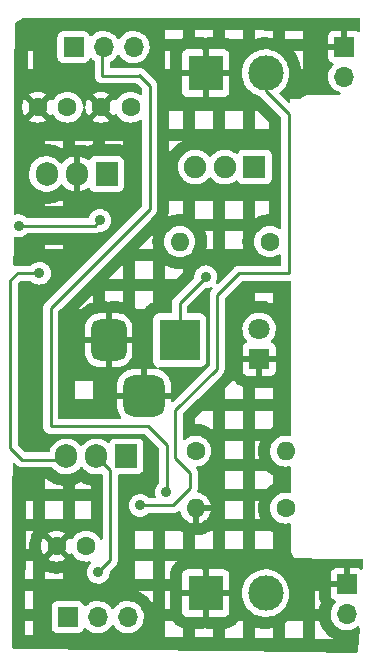
<source format=gbr>
%TF.GenerationSoftware,KiCad,Pcbnew,(6.0.7-1)-1*%
%TF.CreationDate,2022-08-03T11:09:00+05:30*%
%TF.ProjectId,Project2_Udemy,50726f6a-6563-4743-925f-5564656d792e,rev?*%
%TF.SameCoordinates,Original*%
%TF.FileFunction,Copper,L2,Bot*%
%TF.FilePolarity,Positive*%
%FSLAX46Y46*%
G04 Gerber Fmt 4.6, Leading zero omitted, Abs format (unit mm)*
G04 Created by KiCad (PCBNEW (6.0.7-1)-1) date 2022-08-03 11:09:00*
%MOMM*%
%LPD*%
G01*
G04 APERTURE LIST*
G04 Aperture macros list*
%AMRoundRect*
0 Rectangle with rounded corners*
0 $1 Rounding radius*
0 $2 $3 $4 $5 $6 $7 $8 $9 X,Y pos of 4 corners*
0 Add a 4 corners polygon primitive as box body*
4,1,4,$2,$3,$4,$5,$6,$7,$8,$9,$2,$3,0*
0 Add four circle primitives for the rounded corners*
1,1,$1+$1,$2,$3*
1,1,$1+$1,$4,$5*
1,1,$1+$1,$6,$7*
1,1,$1+$1,$8,$9*
0 Add four rect primitives between the rounded corners*
20,1,$1+$1,$2,$3,$4,$5,0*
20,1,$1+$1,$4,$5,$6,$7,0*
20,1,$1+$1,$6,$7,$8,$9,0*
20,1,$1+$1,$8,$9,$2,$3,0*%
G04 Aperture macros list end*
%TA.AperFunction,ComponentPad*%
%ADD10C,1.600000*%
%TD*%
%TA.AperFunction,ComponentPad*%
%ADD11R,3.000000X3.000000*%
%TD*%
%TA.AperFunction,ComponentPad*%
%ADD12C,3.000000*%
%TD*%
%TA.AperFunction,ComponentPad*%
%ADD13R,1.700000X1.700000*%
%TD*%
%TA.AperFunction,ComponentPad*%
%ADD14O,1.700000X1.700000*%
%TD*%
%TA.AperFunction,ComponentPad*%
%ADD15R,1.900000X1.900000*%
%TD*%
%TA.AperFunction,ComponentPad*%
%ADD16C,1.900000*%
%TD*%
%TA.AperFunction,ComponentPad*%
%ADD17R,1.905000X2.000000*%
%TD*%
%TA.AperFunction,ComponentPad*%
%ADD18O,1.905000X2.000000*%
%TD*%
%TA.AperFunction,ComponentPad*%
%ADD19O,1.600000X1.600000*%
%TD*%
%TA.AperFunction,ComponentPad*%
%ADD20R,1.800000X1.800000*%
%TD*%
%TA.AperFunction,ComponentPad*%
%ADD21C,1.800000*%
%TD*%
%TA.AperFunction,ComponentPad*%
%ADD22R,3.500000X3.500000*%
%TD*%
%TA.AperFunction,ComponentPad*%
%ADD23RoundRect,0.750000X-0.750000X-1.000000X0.750000X-1.000000X0.750000X1.000000X-0.750000X1.000000X0*%
%TD*%
%TA.AperFunction,ComponentPad*%
%ADD24RoundRect,0.875000X-0.875000X-0.875000X0.875000X-0.875000X0.875000X0.875000X-0.875000X0.875000X0*%
%TD*%
%TA.AperFunction,ViaPad*%
%ADD25C,0.900000*%
%TD*%
%TA.AperFunction,Conductor*%
%ADD26C,0.250000*%
%TD*%
G04 APERTURE END LIST*
D10*
%TO.P,C3,1*%
%TO.N,/3.3V*%
X136030000Y-75322000D03*
%TO.P,C3,2*%
%TO.N,GND*%
X133530000Y-75322000D03*
%TD*%
D11*
%TO.P,J7,1,Pin_1*%
%TO.N,GND*%
X147734000Y-116470000D03*
D12*
%TO.P,J7,2,Pin_2*%
%TO.N,/PWR_OUT_TOP*%
X152814000Y-116470000D03*
%TD*%
D13*
%TO.P,J6,1,Pin_1*%
%TO.N,GND*%
X159690000Y-115710000D03*
D14*
%TO.P,J6,2,Pin_2*%
%TO.N,/PWR_OUT_TOP*%
X159690000Y-118250000D03*
%TD*%
D11*
%TO.P,J4,1,Pin_1*%
%TO.N,GND*%
X147734000Y-72442000D03*
D12*
%TO.P,J4,2,Pin_2*%
%TO.N,/PWR_OUT_BOT*%
X152814000Y-72442000D03*
%TD*%
D10*
%TO.P,C2,1*%
%TO.N,/5V*%
X137630000Y-112490000D03*
%TO.P,C2,2*%
%TO.N,GND*%
X135130000Y-112490000D03*
%TD*%
D15*
%TO.P,S1,1*%
%TO.N,/12V*%
X151870000Y-80390000D03*
D16*
%TO.P,S1,2*%
%TO.N,/PWR_INPUT*%
X149370000Y-80390000D03*
%TO.P,S1,3*%
%TO.N,unconnected-(S1-Pad3)*%
X146870000Y-80390000D03*
%TD*%
D17*
%TO.P,U1,1,ADJ*%
%TO.N,Net-(R2-Pad2)*%
X141020000Y-104890000D03*
D18*
%TO.P,U1,2,VO*%
%TO.N,/3.3V*%
X138480000Y-104890000D03*
%TO.P,U1,3,VI*%
%TO.N,/12V*%
X135940000Y-104890000D03*
%TD*%
D10*
%TO.P,R2,1*%
%TO.N,/3.3V*%
X153170000Y-86710000D03*
D19*
%TO.P,R2,2*%
%TO.N,Net-(R2-Pad2)*%
X145550000Y-86710000D03*
%TD*%
D10*
%TO.P,C1,1*%
%TO.N,/12V*%
X141384000Y-75322000D03*
%TO.P,C1,2*%
%TO.N,GND*%
X138884000Y-75322000D03*
%TD*%
%TO.P,R1,1*%
%TO.N,/12V*%
X146890000Y-104444000D03*
D19*
%TO.P,R1,2*%
%TO.N,Net-(D1-Pad2)*%
X154510000Y-104444000D03*
%TD*%
D20*
%TO.P,D1,1,K*%
%TO.N,GND*%
X152274000Y-96663000D03*
D21*
%TO.P,D1,2,A*%
%TO.N,Net-(D1-Pad2)*%
X152274000Y-94123000D03*
%TD*%
D13*
%TO.P,J5,1,Pin_1*%
%TO.N,/3.3V*%
X136558000Y-70242000D03*
D14*
%TO.P,J5,2,Pin_2*%
%TO.N,/PWR_OUT_TOP*%
X139098000Y-70242000D03*
%TO.P,J5,3,Pin_3*%
%TO.N,/5V*%
X141638000Y-70242000D03*
%TD*%
D13*
%TO.P,J3,1,Pin_1*%
%TO.N,GND*%
X159470000Y-70210000D03*
D14*
%TO.P,J3,2,Pin_2*%
%TO.N,/PWR_OUT_BOT*%
X159470000Y-72750000D03*
%TD*%
D13*
%TO.P,J2,1,Pin_1*%
%TO.N,/3.3V*%
X136065000Y-118502000D03*
D14*
%TO.P,J2,2,Pin_2*%
%TO.N,/PWR_OUT_BOT*%
X138605000Y-118502000D03*
%TO.P,J2,3,Pin_3*%
%TO.N,/5V*%
X141145000Y-118502000D03*
%TD*%
D22*
%TO.P,J1,1*%
%TO.N,/PWR_INPUT*%
X145530000Y-95050000D03*
D23*
%TO.P,J1,2*%
%TO.N,GND*%
X139530000Y-95050000D03*
D24*
%TO.P,J1,3*%
X142530000Y-99750000D03*
%TD*%
D17*
%TO.P,U2,1,VI*%
%TO.N,/12V*%
X139352000Y-80981000D03*
D18*
%TO.P,U2,2,GND*%
%TO.N,GND*%
X136812000Y-80981000D03*
%TO.P,U2,3,VO*%
%TO.N,/5V*%
X134272000Y-80981000D03*
%TD*%
D10*
%TO.P,R3,1*%
%TO.N,Net-(R2-Pad2)*%
X154510000Y-109270000D03*
D19*
%TO.P,R3,2*%
%TO.N,GND*%
X146890000Y-109270000D03*
%TD*%
D25*
%TO.N,/12V*%
X133670000Y-89390000D03*
%TO.N,/3.3V*%
X138780000Y-84920000D03*
X138640000Y-114710000D03*
X131900000Y-85360000D03*
%TO.N,/PWR_INPUT*%
X147760000Y-89680000D03*
%TO.N,/PWR_OUT_TOP*%
X144410000Y-107930000D03*
%TO.N,/PWR_OUT_BOT*%
X142200000Y-109050000D03*
%TD*%
D26*
%TO.N,/12V*%
X132230000Y-105190000D02*
X135640000Y-105190000D01*
X131820000Y-89390000D02*
X131210000Y-90000000D01*
X133670000Y-89390000D02*
X131820000Y-89390000D01*
X131210000Y-104170000D02*
X132230000Y-105190000D01*
X135640000Y-105190000D02*
X135940000Y-104890000D01*
X131210000Y-90000000D02*
X131210000Y-104170000D01*
%TO.N,/3.3V*%
X139660000Y-113690000D02*
X139660000Y-106070000D01*
X139660000Y-106070000D02*
X138480000Y-104890000D01*
X138640000Y-114710000D02*
X139660000Y-113690000D01*
X138340000Y-85360000D02*
X138780000Y-84920000D01*
X131900000Y-85360000D02*
X138340000Y-85360000D01*
%TO.N,/PWR_INPUT*%
X147760000Y-89680000D02*
X145530000Y-91910000D01*
X145530000Y-91910000D02*
X145530000Y-95050000D01*
%TO.N,/PWR_OUT_TOP*%
X138990000Y-70350000D02*
X139098000Y-70242000D01*
X134610000Y-102340000D02*
X134610000Y-92360000D01*
X134610000Y-92360000D02*
X142990000Y-83980000D01*
X142130000Y-72640000D02*
X142100000Y-72670000D01*
X138990000Y-72670000D02*
X138990000Y-70350000D01*
X142990000Y-73500000D02*
X142130000Y-72640000D01*
X144410000Y-107930000D02*
X144430000Y-107910000D01*
X142100000Y-72670000D02*
X138990000Y-72670000D01*
X144430000Y-107910000D02*
X144430000Y-103930000D01*
X142990000Y-83980000D02*
X142990000Y-73500000D01*
X144430000Y-103930000D02*
X142840000Y-102340000D01*
X142840000Y-102340000D02*
X134610000Y-102340000D01*
%TO.N,/PWR_OUT_BOT*%
X148710000Y-91250000D02*
X150580000Y-89380000D01*
X144980000Y-109050000D02*
X146430000Y-107600000D01*
X146430000Y-107600000D02*
X146430000Y-106290000D01*
X145190000Y-105050000D02*
X145190000Y-101000000D01*
X146430000Y-106290000D02*
X145190000Y-105050000D01*
X150580000Y-89380000D02*
X154770000Y-89380000D01*
X145190000Y-101000000D02*
X148710000Y-97480000D01*
X148710000Y-97480000D02*
X148710000Y-91250000D01*
X152814000Y-73954000D02*
X152814000Y-72442000D01*
X142200000Y-109050000D02*
X144980000Y-109050000D01*
X154770000Y-75910000D02*
X152814000Y-73954000D01*
X154770000Y-89380000D02*
X154770000Y-75910000D01*
%TD*%
%TA.AperFunction,Conductor*%
%TO.N,GND*%
G36*
X160771177Y-67768502D02*
G01*
X160817670Y-67822158D01*
X160829051Y-67875599D01*
X160820713Y-68831741D01*
X160820558Y-68849474D01*
X160799963Y-68917418D01*
X160745904Y-68963441D01*
X160675544Y-68972931D01*
X160618999Y-68949202D01*
X160573648Y-68915213D01*
X160558054Y-68906676D01*
X160437606Y-68861522D01*
X160422351Y-68857895D01*
X160371486Y-68852369D01*
X160364672Y-68852000D01*
X159742115Y-68852000D01*
X159726876Y-68856475D01*
X159725671Y-68857865D01*
X159724000Y-68865548D01*
X159724000Y-70338000D01*
X159703998Y-70406121D01*
X159650342Y-70452614D01*
X159598000Y-70464000D01*
X158130116Y-70464000D01*
X158114877Y-70468475D01*
X158113672Y-70469865D01*
X158112001Y-70477548D01*
X158112001Y-71104669D01*
X158112371Y-71111490D01*
X158117895Y-71162352D01*
X158121521Y-71177604D01*
X158166676Y-71298054D01*
X158175214Y-71313649D01*
X158251715Y-71415724D01*
X158264276Y-71428285D01*
X158366351Y-71504786D01*
X158381946Y-71513324D01*
X158490827Y-71554142D01*
X158547591Y-71596784D01*
X158572291Y-71663345D01*
X158557083Y-71732694D01*
X158537691Y-71759175D01*
X158431665Y-71870125D01*
X158410629Y-71892138D01*
X158284743Y-72076680D01*
X158268404Y-72111880D01*
X158211538Y-72234388D01*
X158190688Y-72279305D01*
X158130989Y-72494570D01*
X158107251Y-72716695D01*
X158107548Y-72721848D01*
X158107548Y-72721851D01*
X158116725Y-72881011D01*
X158120110Y-72939715D01*
X158121247Y-72944761D01*
X158121248Y-72944767D01*
X158140665Y-73030923D01*
X158169222Y-73157639D01*
X158222077Y-73287805D01*
X158246953Y-73349068D01*
X158253266Y-73364616D01*
X158255965Y-73369020D01*
X158328903Y-73488044D01*
X158369987Y-73555088D01*
X158516250Y-73723938D01*
X158688126Y-73866632D01*
X158881000Y-73979338D01*
X158885825Y-73981180D01*
X158885826Y-73981181D01*
X158918050Y-73993486D01*
X159078652Y-74054814D01*
X159086445Y-74057790D01*
X159142948Y-74100778D01*
X159167241Y-74167489D01*
X159151611Y-74236743D01*
X159101020Y-74286554D01*
X159041496Y-74301500D01*
X156551081Y-74301500D01*
X156541416Y-74300991D01*
X156534002Y-74299117D01*
X156525034Y-74299448D01*
X156525031Y-74299448D01*
X156471833Y-74301414D01*
X156467181Y-74301500D01*
X156443487Y-74301500D01*
X156439042Y-74302137D01*
X156434579Y-74302455D01*
X156434577Y-74302433D01*
X156427804Y-74303041D01*
X156393310Y-74304315D01*
X156393307Y-74304315D01*
X156388443Y-74304495D01*
X156383665Y-74305421D01*
X156383664Y-74305421D01*
X156380891Y-74305958D01*
X156380885Y-74305960D01*
X156376120Y-74306883D01*
X156371553Y-74308529D01*
X156371541Y-74308532D01*
X156368587Y-74309597D01*
X156347052Y-74314960D01*
X156344704Y-74315647D01*
X156335813Y-74316920D01*
X156327641Y-74320636D01*
X156327636Y-74320637D01*
X156326699Y-74321063D01*
X156309183Y-74327507D01*
X156185389Y-74362891D01*
X156185385Y-74362893D01*
X156180856Y-74364187D01*
X155995816Y-74448601D01*
X155991869Y-74451174D01*
X155991866Y-74451175D01*
X155829374Y-74557073D01*
X155829370Y-74557076D01*
X155825422Y-74559649D01*
X155821902Y-74562781D01*
X155821897Y-74562785D01*
X155812939Y-74570757D01*
X155748753Y-74601099D01*
X155729614Y-74602628D01*
X155144782Y-74604624D01*
X154928650Y-74605361D01*
X154928649Y-74605361D01*
X154910535Y-74605423D01*
X154910563Y-74618926D01*
X154910563Y-74618927D01*
X154911046Y-74850689D01*
X154891186Y-74918852D01*
X154837627Y-74965456D01*
X154767374Y-74975707D01*
X154702732Y-74946348D01*
X154695951Y-74940047D01*
X153999808Y-74243904D01*
X153965782Y-74181592D01*
X153970847Y-74110777D01*
X154011156Y-74055657D01*
X154161089Y-73938094D01*
X154175549Y-73923173D01*
X154348686Y-73744509D01*
X154351669Y-73741431D01*
X154354202Y-73737983D01*
X154354206Y-73737978D01*
X154506249Y-73530995D01*
X154513795Y-73520723D01*
X154541154Y-73470334D01*
X154642418Y-73283830D01*
X154642419Y-73283828D01*
X154644468Y-73280054D01*
X154711360Y-73103029D01*
X154739751Y-73027895D01*
X154739752Y-73027891D01*
X154741269Y-73023877D01*
X154802407Y-72756933D01*
X154804843Y-72729644D01*
X154826531Y-72486627D01*
X154826531Y-72486625D01*
X154826751Y-72484161D01*
X154827193Y-72442000D01*
X154812369Y-72224542D01*
X154808859Y-72173055D01*
X154808858Y-72173049D01*
X154808567Y-72168778D01*
X154793378Y-72095431D01*
X154777658Y-72019527D01*
X154753032Y-71900612D01*
X154661617Y-71642465D01*
X154591511Y-71506638D01*
X154537978Y-71402919D01*
X154537978Y-71402918D01*
X154536013Y-71399112D01*
X154526040Y-71384921D01*
X154415825Y-71228101D01*
X154378545Y-71175057D01*
X154192125Y-70974445D01*
X154188810Y-70971731D01*
X154188806Y-70971728D01*
X153983523Y-70803706D01*
X153980205Y-70800990D01*
X153746704Y-70657901D01*
X153742768Y-70656173D01*
X153499873Y-70549549D01*
X153499869Y-70549548D01*
X153495945Y-70547825D01*
X153470230Y-70540500D01*
X155169090Y-70540500D01*
X155171721Y-70543749D01*
X155174364Y-70547128D01*
X155205624Y-70588535D01*
X155208150Y-70592002D01*
X155365618Y-70816057D01*
X155368024Y-70819607D01*
X155396381Y-70863024D01*
X155398664Y-70866654D01*
X155407543Y-70881315D01*
X155409702Y-70885020D01*
X155435040Y-70930265D01*
X155437071Y-70934041D01*
X155562675Y-71177394D01*
X155564576Y-71181237D01*
X155586779Y-71228101D01*
X155588549Y-71232007D01*
X155595356Y-71247737D01*
X155596991Y-71251700D01*
X155615955Y-71299965D01*
X155617456Y-71303983D01*
X155708871Y-71562130D01*
X155710234Y-71566199D01*
X155725875Y-71615660D01*
X155727098Y-71619770D01*
X155731707Y-71636279D01*
X155732789Y-71640425D01*
X155745023Y-71690801D01*
X155745964Y-71694985D01*
X155801499Y-71963151D01*
X155802297Y-71967366D01*
X155811079Y-72018480D01*
X155811733Y-72022717D01*
X155814059Y-72039698D01*
X155814569Y-72043955D01*
X155816879Y-72066500D01*
X155963981Y-72066500D01*
X155963981Y-70540500D01*
X155169090Y-70540500D01*
X153470230Y-70540500D01*
X153232566Y-70472800D01*
X153228324Y-70472196D01*
X153228318Y-70472195D01*
X153001366Y-70439895D01*
X152961443Y-70434213D01*
X152817589Y-70433460D01*
X152691877Y-70432802D01*
X152691871Y-70432802D01*
X152687591Y-70432780D01*
X152683347Y-70433339D01*
X152683343Y-70433339D01*
X152575416Y-70447548D01*
X152416078Y-70468525D01*
X152411938Y-70469658D01*
X152411936Y-70469658D01*
X152383095Y-70477548D01*
X152151928Y-70540788D01*
X152147980Y-70542472D01*
X151903982Y-70646546D01*
X151903978Y-70646548D01*
X151900030Y-70648232D01*
X151880125Y-70660145D01*
X151668725Y-70786664D01*
X151668721Y-70786667D01*
X151665043Y-70788868D01*
X151451318Y-70960094D01*
X151434717Y-70977588D01*
X151277243Y-71143531D01*
X151262808Y-71158742D01*
X151103002Y-71381136D01*
X150974857Y-71623161D01*
X150973385Y-71627184D01*
X150973383Y-71627188D01*
X150926212Y-71756088D01*
X150880743Y-71880337D01*
X150822404Y-72147907D01*
X150800917Y-72420918D01*
X150816682Y-72694320D01*
X150817507Y-72698525D01*
X150817508Y-72698533D01*
X150822083Y-72721851D01*
X150869405Y-72963053D01*
X150870792Y-72967103D01*
X150870793Y-72967108D01*
X150956723Y-73218088D01*
X150958112Y-73222144D01*
X151014284Y-73333831D01*
X151073756Y-73452077D01*
X151081160Y-73466799D01*
X151083586Y-73470328D01*
X151083589Y-73470334D01*
X151198231Y-73637137D01*
X151236274Y-73692490D01*
X151420582Y-73895043D01*
X151630675Y-74070707D01*
X151634316Y-74072991D01*
X151859024Y-74213951D01*
X151859028Y-74213953D01*
X151862664Y-74216234D01*
X151932382Y-74247713D01*
X152108345Y-74327164D01*
X152108349Y-74327166D01*
X152112257Y-74328930D01*
X152338428Y-74395924D01*
X152391736Y-74427640D01*
X154099595Y-76135500D01*
X154133621Y-76197812D01*
X154136500Y-76224595D01*
X154136500Y-85547323D01*
X154116498Y-85615444D01*
X154062842Y-85661937D01*
X153992568Y-85672041D01*
X153938229Y-85650536D01*
X153831258Y-85575634D01*
X153831256Y-85575633D01*
X153826749Y-85572477D01*
X153821767Y-85570154D01*
X153821762Y-85570151D01*
X153624225Y-85478039D01*
X153624224Y-85478039D01*
X153619243Y-85475716D01*
X153613935Y-85474294D01*
X153613933Y-85474293D01*
X153403402Y-85417881D01*
X153403400Y-85417881D01*
X153398087Y-85416457D01*
X153170000Y-85396502D01*
X152941913Y-85416457D01*
X152936600Y-85417881D01*
X152936598Y-85417881D01*
X152726067Y-85474293D01*
X152726065Y-85474294D01*
X152720757Y-85475716D01*
X152715776Y-85478039D01*
X152715775Y-85478039D01*
X152518238Y-85570151D01*
X152518233Y-85570154D01*
X152513251Y-85572477D01*
X152451888Y-85615444D01*
X152330211Y-85700643D01*
X152330208Y-85700645D01*
X152325700Y-85703802D01*
X152163802Y-85865700D01*
X152160645Y-85870208D01*
X152160643Y-85870211D01*
X152129359Y-85914890D01*
X152032477Y-86053251D01*
X152030154Y-86058233D01*
X152030151Y-86058238D01*
X151954968Y-86219470D01*
X151935716Y-86260757D01*
X151934294Y-86266065D01*
X151934293Y-86266067D01*
X151922795Y-86308979D01*
X151876457Y-86481913D01*
X151856502Y-86710000D01*
X151876457Y-86938087D01*
X151935716Y-87159243D01*
X151938039Y-87164224D01*
X151938039Y-87164225D01*
X152030151Y-87361762D01*
X152030154Y-87361767D01*
X152032477Y-87366749D01*
X152163802Y-87554300D01*
X152325700Y-87716198D01*
X152330208Y-87719355D01*
X152330211Y-87719357D01*
X152408389Y-87774098D01*
X152513251Y-87847523D01*
X152518233Y-87849846D01*
X152518238Y-87849849D01*
X152715775Y-87941961D01*
X152720757Y-87944284D01*
X152726065Y-87945706D01*
X152726067Y-87945707D01*
X152936598Y-88002119D01*
X152936600Y-88002119D01*
X152941913Y-88003543D01*
X153170000Y-88023498D01*
X153398087Y-88003543D01*
X153403400Y-88002119D01*
X153403402Y-88002119D01*
X153613933Y-87945707D01*
X153613935Y-87945706D01*
X153619243Y-87944284D01*
X153624225Y-87941961D01*
X153821762Y-87849849D01*
X153821767Y-87849846D01*
X153826749Y-87847523D01*
X153872010Y-87815831D01*
X153938229Y-87769464D01*
X154005503Y-87746776D01*
X154074364Y-87764061D01*
X154122948Y-87815831D01*
X154136500Y-87872677D01*
X154136500Y-88620500D01*
X154116498Y-88688621D01*
X154062842Y-88735114D01*
X154010500Y-88746500D01*
X150658763Y-88746500D01*
X150647579Y-88745973D01*
X150640091Y-88744299D01*
X150632168Y-88744548D01*
X150572033Y-88746438D01*
X150568075Y-88746500D01*
X150540144Y-88746500D01*
X150536229Y-88746995D01*
X150536225Y-88746995D01*
X150536167Y-88747003D01*
X150536138Y-88747006D01*
X150524296Y-88747939D01*
X150480110Y-88749327D01*
X150462999Y-88754298D01*
X150460658Y-88754978D01*
X150441306Y-88758986D01*
X150434235Y-88759880D01*
X150421203Y-88761526D01*
X150413834Y-88764443D01*
X150413832Y-88764444D01*
X150380097Y-88777800D01*
X150368869Y-88781645D01*
X150326407Y-88793982D01*
X150319585Y-88798016D01*
X150319579Y-88798019D01*
X150308968Y-88804294D01*
X150291218Y-88812990D01*
X150279756Y-88817528D01*
X150279751Y-88817531D01*
X150272383Y-88820448D01*
X150265968Y-88825109D01*
X150236625Y-88846427D01*
X150226707Y-88852943D01*
X150219834Y-88857008D01*
X150188637Y-88875458D01*
X150174313Y-88889782D01*
X150159281Y-88902621D01*
X150142893Y-88914528D01*
X150114712Y-88948593D01*
X150106722Y-88957373D01*
X148835236Y-90228859D01*
X148772924Y-90262885D01*
X148702109Y-90257820D01*
X148645273Y-90215273D01*
X148620462Y-90148753D01*
X148635306Y-90083171D01*
X148634319Y-90082732D01*
X148636529Y-90077768D01*
X148636583Y-90077530D01*
X148636824Y-90077106D01*
X148639870Y-90071744D01*
X148699203Y-89893382D01*
X148722762Y-89706892D01*
X148723138Y-89680000D01*
X148704795Y-89492926D01*
X148650465Y-89312977D01*
X148562218Y-89147008D01*
X148443415Y-89001340D01*
X148379655Y-88948593D01*
X148303329Y-88885450D01*
X148303324Y-88885447D01*
X148298580Y-88881522D01*
X148293161Y-88878592D01*
X148293158Y-88878590D01*
X148185625Y-88820448D01*
X148133231Y-88792119D01*
X147953666Y-88736534D01*
X147947541Y-88735890D01*
X147947540Y-88735890D01*
X147772852Y-88717529D01*
X147772851Y-88717529D01*
X147766724Y-88716885D01*
X147689673Y-88723897D01*
X147585665Y-88733363D01*
X147585662Y-88733364D01*
X147579526Y-88733922D01*
X147573620Y-88735660D01*
X147573616Y-88735661D01*
X147474006Y-88764978D01*
X147399202Y-88786994D01*
X147389399Y-88792119D01*
X147249045Y-88865494D01*
X147232621Y-88874080D01*
X147086128Y-88991864D01*
X147082170Y-88996582D01*
X147082167Y-88996584D01*
X147023852Y-89066082D01*
X146965302Y-89135859D01*
X146962338Y-89141251D01*
X146962335Y-89141255D01*
X146925059Y-89209060D01*
X146874746Y-89300580D01*
X146817909Y-89479752D01*
X146796956Y-89666552D01*
X146798086Y-89680000D01*
X146798305Y-89682613D01*
X146784074Y-89752169D01*
X146761842Y-89782253D01*
X145137747Y-91406348D01*
X145129461Y-91413888D01*
X145122982Y-91418000D01*
X145117557Y-91423777D01*
X145076357Y-91467651D01*
X145073602Y-91470493D01*
X145053865Y-91490230D01*
X145051385Y-91493427D01*
X145043682Y-91502447D01*
X145013414Y-91534679D01*
X145009595Y-91541625D01*
X145009593Y-91541628D01*
X145003652Y-91552434D01*
X144992801Y-91568953D01*
X144980386Y-91584959D01*
X144977241Y-91592228D01*
X144977238Y-91592232D01*
X144962826Y-91625537D01*
X144957609Y-91636187D01*
X144936305Y-91674940D01*
X144934334Y-91682615D01*
X144934334Y-91682616D01*
X144931267Y-91694562D01*
X144924863Y-91713266D01*
X144916819Y-91731855D01*
X144915580Y-91739678D01*
X144915577Y-91739688D01*
X144909901Y-91775524D01*
X144907495Y-91787144D01*
X144901589Y-91810148D01*
X144896500Y-91829970D01*
X144896500Y-91850224D01*
X144894949Y-91869934D01*
X144891780Y-91889943D01*
X144892526Y-91897835D01*
X144895941Y-91933961D01*
X144896500Y-91945819D01*
X144896500Y-92665500D01*
X144876498Y-92733621D01*
X144822842Y-92780114D01*
X144770500Y-92791500D01*
X143731866Y-92791500D01*
X143669684Y-92798255D01*
X143533295Y-92849385D01*
X143416739Y-92936739D01*
X143329385Y-93053295D01*
X143278255Y-93189684D01*
X143271500Y-93251866D01*
X143271500Y-96848134D01*
X143278255Y-96910316D01*
X143329385Y-97046705D01*
X143416739Y-97163261D01*
X143423919Y-97168642D01*
X143510495Y-97233527D01*
X143533295Y-97250615D01*
X143541700Y-97253766D01*
X143544831Y-97255480D01*
X143594977Y-97305738D01*
X143609991Y-97375129D01*
X143585106Y-97441622D01*
X143528222Y-97484105D01*
X143484322Y-97492000D01*
X142802115Y-97492000D01*
X142786876Y-97496475D01*
X142785671Y-97497865D01*
X142784000Y-97505548D01*
X142784000Y-99477885D01*
X142788475Y-99493124D01*
X142789865Y-99494329D01*
X142797548Y-99496000D01*
X144769885Y-99496000D01*
X144785124Y-99491525D01*
X144786329Y-99490135D01*
X144788000Y-99482452D01*
X144788000Y-98784370D01*
X144787909Y-98780984D01*
X144785118Y-98729455D01*
X144784045Y-98720811D01*
X144740920Y-98499982D01*
X144738006Y-98489754D01*
X144658636Y-98280260D01*
X144654038Y-98270662D01*
X144540507Y-98077540D01*
X144534354Y-98068851D01*
X144389899Y-97897608D01*
X144382392Y-97890101D01*
X144211149Y-97745646D01*
X144202460Y-97739493D01*
X144009338Y-97625962D01*
X143999740Y-97621364D01*
X143817520Y-97552327D01*
X143760904Y-97509488D01*
X143736436Y-97442841D01*
X143751885Y-97373545D01*
X143802345Y-97323603D01*
X143862160Y-97308500D01*
X147328134Y-97308500D01*
X147390316Y-97301745D01*
X147526705Y-97250615D01*
X147643261Y-97163261D01*
X147730615Y-97046705D01*
X147781745Y-96910316D01*
X147788500Y-96848134D01*
X147788500Y-93251866D01*
X147781745Y-93189684D01*
X147730615Y-93053295D01*
X147643261Y-92936739D01*
X147526705Y-92849385D01*
X147390316Y-92798255D01*
X147328134Y-92791500D01*
X146289500Y-92791500D01*
X146221379Y-92771498D01*
X146174886Y-92717842D01*
X146163500Y-92665500D01*
X146163500Y-92224594D01*
X146183502Y-92156473D01*
X146200405Y-92135499D01*
X147656524Y-90679380D01*
X147718836Y-90645354D01*
X147739860Y-90643316D01*
X147739830Y-90642927D01*
X147921105Y-90628979D01*
X147921109Y-90628978D01*
X147927247Y-90628506D01*
X148012378Y-90604737D01*
X148102350Y-90579616D01*
X148102353Y-90579615D01*
X148108294Y-90577956D01*
X148140670Y-90561602D01*
X148168524Y-90547532D01*
X148238346Y-90534672D01*
X148304037Y-90561602D01*
X148344740Y-90619772D01*
X148347533Y-90690713D01*
X148311528Y-90751903D01*
X148308795Y-90754311D01*
X148302982Y-90758000D01*
X148297557Y-90763777D01*
X148256357Y-90807651D01*
X148253602Y-90810493D01*
X148233865Y-90830230D01*
X148231385Y-90833427D01*
X148223682Y-90842447D01*
X148193414Y-90874679D01*
X148189595Y-90881625D01*
X148189593Y-90881628D01*
X148183652Y-90892434D01*
X148172801Y-90908953D01*
X148160386Y-90924959D01*
X148157241Y-90932228D01*
X148157238Y-90932232D01*
X148142826Y-90965537D01*
X148137609Y-90976187D01*
X148116305Y-91014940D01*
X148114334Y-91022615D01*
X148114334Y-91022616D01*
X148111267Y-91034562D01*
X148104863Y-91053266D01*
X148096819Y-91071855D01*
X148095580Y-91079678D01*
X148095577Y-91079688D01*
X148089901Y-91115524D01*
X148087495Y-91127144D01*
X148076500Y-91169970D01*
X148076500Y-91190224D01*
X148074949Y-91209934D01*
X148071780Y-91229943D01*
X148072526Y-91237835D01*
X148075941Y-91273961D01*
X148076500Y-91285819D01*
X148076500Y-97165406D01*
X148056498Y-97233527D01*
X148039595Y-97254501D01*
X145003095Y-100291000D01*
X144940783Y-100325026D01*
X144869967Y-100319961D01*
X144813132Y-100277414D01*
X144788321Y-100210894D01*
X144788000Y-100201905D01*
X144788000Y-100022115D01*
X144783525Y-100006876D01*
X144782135Y-100005671D01*
X144774452Y-100004000D01*
X140290115Y-100004000D01*
X140274876Y-100008475D01*
X140273671Y-100009865D01*
X140272000Y-100017548D01*
X140272000Y-100715631D01*
X140272091Y-100719016D01*
X140274882Y-100770545D01*
X140275955Y-100779189D01*
X140319080Y-101000018D01*
X140321994Y-101010246D01*
X140401364Y-101219740D01*
X140405962Y-101229338D01*
X140519493Y-101422460D01*
X140525650Y-101431156D01*
X140583098Y-101499257D01*
X140611733Y-101564223D01*
X140600699Y-101634356D01*
X140553499Y-101687391D01*
X140486789Y-101706500D01*
X135369500Y-101706500D01*
X135301379Y-101686498D01*
X135254886Y-101632842D01*
X135243500Y-101580500D01*
X135243500Y-100006500D01*
X136657981Y-100006500D01*
X138183981Y-100006500D01*
X138183981Y-99477885D01*
X140272000Y-99477885D01*
X140276475Y-99493124D01*
X140277865Y-99494329D01*
X140285548Y-99496000D01*
X142257885Y-99496000D01*
X142273124Y-99491525D01*
X142274329Y-99490135D01*
X142276000Y-99482452D01*
X142276000Y-97510115D01*
X142271525Y-97494876D01*
X142270135Y-97493671D01*
X142262452Y-97492000D01*
X141564370Y-97492000D01*
X141560984Y-97492091D01*
X141509455Y-97494882D01*
X141500811Y-97495955D01*
X141279982Y-97539080D01*
X141269754Y-97541994D01*
X141060260Y-97621364D01*
X141050662Y-97625962D01*
X140857540Y-97739493D01*
X140848851Y-97745646D01*
X140677608Y-97890101D01*
X140670101Y-97897608D01*
X140525646Y-98068851D01*
X140519493Y-98077540D01*
X140405962Y-98270662D01*
X140401364Y-98280260D01*
X140321994Y-98489754D01*
X140319080Y-98499982D01*
X140275955Y-98720811D01*
X140274882Y-98729455D01*
X140272091Y-98780984D01*
X140272000Y-98784370D01*
X140272000Y-99477885D01*
X138183981Y-99477885D01*
X138183981Y-98480500D01*
X136657981Y-98480500D01*
X136657981Y-100006500D01*
X135243500Y-100006500D01*
X135243500Y-96109961D01*
X137522001Y-96109961D01*
X137522209Y-96115071D01*
X137533082Y-96248767D01*
X137534852Y-96259320D01*
X137587967Y-96466185D01*
X137591701Y-96476731D01*
X137680510Y-96670705D01*
X137686046Y-96680412D01*
X137807803Y-96855597D01*
X137814976Y-96864176D01*
X137965824Y-97015024D01*
X137974403Y-97022197D01*
X138149588Y-97143954D01*
X138159295Y-97149490D01*
X138353269Y-97238299D01*
X138363815Y-97242033D01*
X138570679Y-97295147D01*
X138581234Y-97296918D01*
X138714930Y-97307793D01*
X138720036Y-97308000D01*
X139257885Y-97308000D01*
X139273124Y-97303525D01*
X139274329Y-97302135D01*
X139276000Y-97294452D01*
X139276000Y-97289884D01*
X139784000Y-97289884D01*
X139788475Y-97305123D01*
X139789865Y-97306328D01*
X139797548Y-97307999D01*
X140339961Y-97307999D01*
X140345071Y-97307791D01*
X140478767Y-97296918D01*
X140489320Y-97295148D01*
X140696185Y-97242033D01*
X140706731Y-97238299D01*
X140900705Y-97149490D01*
X140910412Y-97143954D01*
X141085597Y-97022197D01*
X141094176Y-97015024D01*
X141245024Y-96864176D01*
X141252197Y-96855597D01*
X141373954Y-96680412D01*
X141379490Y-96670705D01*
X141468299Y-96476731D01*
X141472033Y-96466185D01*
X141525147Y-96259321D01*
X141526918Y-96248766D01*
X141537793Y-96115070D01*
X141538000Y-96109964D01*
X141538000Y-95322115D01*
X141533525Y-95306876D01*
X141532135Y-95305671D01*
X141524452Y-95304000D01*
X139802115Y-95304000D01*
X139786876Y-95308475D01*
X139785671Y-95309865D01*
X139784000Y-95317548D01*
X139784000Y-97289884D01*
X139276000Y-97289884D01*
X139276000Y-95322115D01*
X139271525Y-95306876D01*
X139270135Y-95305671D01*
X139262452Y-95304000D01*
X137540116Y-95304000D01*
X137524877Y-95308475D01*
X137523672Y-95309865D01*
X137522001Y-95317548D01*
X137522001Y-96109961D01*
X135243500Y-96109961D01*
X135243500Y-94777885D01*
X137522000Y-94777885D01*
X137526475Y-94793124D01*
X137527865Y-94794329D01*
X137535548Y-94796000D01*
X139257885Y-94796000D01*
X139273124Y-94791525D01*
X139274329Y-94790135D01*
X139276000Y-94782452D01*
X139276000Y-94777885D01*
X139784000Y-94777885D01*
X139788475Y-94793124D01*
X139789865Y-94794329D01*
X139797548Y-94796000D01*
X141519884Y-94796000D01*
X141535123Y-94791525D01*
X141536328Y-94790135D01*
X141537999Y-94782452D01*
X141537999Y-93990039D01*
X141537791Y-93984929D01*
X141526918Y-93851233D01*
X141525148Y-93840680D01*
X141472033Y-93633815D01*
X141468299Y-93623269D01*
X141379490Y-93429295D01*
X141373954Y-93419588D01*
X141252197Y-93244403D01*
X141245024Y-93235824D01*
X141094176Y-93084976D01*
X141085597Y-93077803D01*
X140910412Y-92956046D01*
X140900705Y-92950510D01*
X140706731Y-92861701D01*
X140696185Y-92857967D01*
X140489321Y-92804853D01*
X140478766Y-92803082D01*
X140345070Y-92792207D01*
X140339964Y-92792000D01*
X139802115Y-92792000D01*
X139786876Y-92796475D01*
X139785671Y-92797865D01*
X139784000Y-92805548D01*
X139784000Y-94777885D01*
X139276000Y-94777885D01*
X139276000Y-92810116D01*
X139271525Y-92794877D01*
X139270135Y-92793672D01*
X139262452Y-92792001D01*
X138720039Y-92792001D01*
X138714929Y-92792209D01*
X138581233Y-92803082D01*
X138570680Y-92804852D01*
X138363815Y-92857967D01*
X138353269Y-92861701D01*
X138159295Y-92950510D01*
X138149588Y-92956046D01*
X137974403Y-93077803D01*
X137965824Y-93084976D01*
X137814976Y-93235824D01*
X137807803Y-93244403D01*
X137686046Y-93419588D01*
X137680510Y-93429295D01*
X137591701Y-93623269D01*
X137587967Y-93633815D01*
X137534853Y-93840679D01*
X137533082Y-93851234D01*
X137522207Y-93984930D01*
X137522000Y-93990036D01*
X137522000Y-94777885D01*
X135243500Y-94777885D01*
X135243500Y-92674594D01*
X135263502Y-92606473D01*
X135280405Y-92585499D01*
X135479404Y-92386500D01*
X136913414Y-92386500D01*
X137230290Y-92386500D01*
X137252790Y-92364000D01*
X137256839Y-92360126D01*
X137306847Y-92314380D01*
X137311067Y-92310689D01*
X137322019Y-92301531D01*
X141737981Y-92301531D01*
X141748933Y-92310689D01*
X141753153Y-92314380D01*
X141803161Y-92360126D01*
X141807210Y-92364000D01*
X141829710Y-92386500D01*
X142561950Y-92386500D01*
X142605329Y-92328620D01*
X142610954Y-92321646D01*
X142681897Y-92239820D01*
X142688003Y-92233264D01*
X142713264Y-92208003D01*
X142719820Y-92201897D01*
X142801646Y-92130954D01*
X142808620Y-92125329D01*
X142925176Y-92037975D01*
X142932531Y-92032860D01*
X143023580Y-91974238D01*
X143031280Y-91969659D01*
X143062615Y-91952503D01*
X143070623Y-91948483D01*
X143169080Y-91903353D01*
X143177352Y-91899911D01*
X143263981Y-91867435D01*
X143263981Y-90860500D01*
X141737981Y-90860500D01*
X141737981Y-92301531D01*
X137322019Y-92301531D01*
X137328252Y-92296319D01*
X137332634Y-92292818D01*
X137386559Y-92251662D01*
X137391093Y-92248358D01*
X137575492Y-92120198D01*
X137580168Y-92117101D01*
X137637516Y-92080918D01*
X137642323Y-92078032D01*
X137661782Y-92066933D01*
X137666712Y-92064264D01*
X137727040Y-92033326D01*
X137732086Y-92030879D01*
X137936266Y-91937398D01*
X137941416Y-91935178D01*
X138004278Y-91909717D01*
X138009522Y-91907727D01*
X138030638Y-91900250D01*
X138035963Y-91898497D01*
X138100803Y-91878736D01*
X138106200Y-91877222D01*
X138183981Y-91857251D01*
X138183981Y-91778001D01*
X139197981Y-91778001D01*
X139276000Y-91778001D01*
X139289468Y-91778723D01*
X139451439Y-91796136D01*
X139464754Y-91798293D01*
X139517096Y-91809679D01*
X139523647Y-91811289D01*
X139533627Y-91814027D01*
X139533824Y-91813969D01*
X139551389Y-91810148D01*
X139766068Y-91779282D01*
X139784000Y-91778000D01*
X140342519Y-91778000D01*
X140345076Y-91778026D01*
X140376011Y-91778654D01*
X140378569Y-91778732D01*
X140388783Y-91779147D01*
X140391335Y-91779276D01*
X140422173Y-91781156D01*
X140424720Y-91781338D01*
X140566320Y-91792855D01*
X140571653Y-91793403D01*
X140635977Y-91801401D01*
X140641281Y-91802175D01*
X140662402Y-91805719D01*
X140667667Y-91806718D01*
X140723981Y-91818649D01*
X140723981Y-90860500D01*
X139197981Y-90860500D01*
X139197981Y-91778001D01*
X138183981Y-91778001D01*
X138183981Y-91115933D01*
X136913414Y-92386500D01*
X135479404Y-92386500D01*
X138019404Y-89846500D01*
X139453414Y-89846500D01*
X140723981Y-89846500D01*
X141737981Y-89846500D01*
X143263981Y-89846500D01*
X143263981Y-88654572D01*
X144277981Y-88654572D01*
X144277981Y-89846500D01*
X145263585Y-89846500D01*
X145803981Y-89306104D01*
X145803981Y-89019152D01*
X145638377Y-89033640D01*
X145632892Y-89033999D01*
X145566479Y-89036899D01*
X145560982Y-89037019D01*
X145539018Y-89037019D01*
X145533521Y-89036899D01*
X145467108Y-89033999D01*
X145461623Y-89033640D01*
X145233536Y-89013685D01*
X145228071Y-89013086D01*
X145162157Y-89004408D01*
X145156723Y-89003572D01*
X145135094Y-88999758D01*
X145129703Y-88998685D01*
X145064809Y-88984298D01*
X145059470Y-88982992D01*
X144838314Y-88923733D01*
X144833037Y-88922195D01*
X144769638Y-88902206D01*
X144764431Y-88900438D01*
X144743792Y-88892926D01*
X144738667Y-88890933D01*
X144677254Y-88865494D01*
X144672224Y-88863281D01*
X144464718Y-88766520D01*
X144459788Y-88764089D01*
X144400815Y-88733390D01*
X144395994Y-88730745D01*
X144376973Y-88719763D01*
X144372273Y-88716911D01*
X144316213Y-88681196D01*
X144311643Y-88678142D01*
X144277981Y-88654572D01*
X143263981Y-88654572D01*
X143263981Y-88320500D01*
X141737981Y-88320500D01*
X141737981Y-89846500D01*
X140723981Y-89846500D01*
X140723981Y-88575933D01*
X139453414Y-89846500D01*
X138019404Y-89846500D01*
X140559404Y-87306500D01*
X141993414Y-87306500D01*
X143263981Y-87306500D01*
X143263981Y-87142322D01*
X143261315Y-87130297D01*
X143260242Y-87124906D01*
X143256428Y-87103277D01*
X143255592Y-87097843D01*
X143246914Y-87031929D01*
X143246315Y-87026464D01*
X143226360Y-86798377D01*
X143226001Y-86792892D01*
X143223101Y-86726479D01*
X143222981Y-86720982D01*
X143222981Y-86710000D01*
X144236502Y-86710000D01*
X144256457Y-86938087D01*
X144315716Y-87159243D01*
X144318039Y-87164224D01*
X144318039Y-87164225D01*
X144410151Y-87361762D01*
X144410154Y-87361767D01*
X144412477Y-87366749D01*
X144543802Y-87554300D01*
X144705700Y-87716198D01*
X144710208Y-87719355D01*
X144710211Y-87719357D01*
X144788389Y-87774098D01*
X144893251Y-87847523D01*
X144898233Y-87849846D01*
X144898238Y-87849849D01*
X145095775Y-87941961D01*
X145100757Y-87944284D01*
X145106065Y-87945706D01*
X145106067Y-87945707D01*
X145316598Y-88002119D01*
X145316600Y-88002119D01*
X145321913Y-88003543D01*
X145550000Y-88023498D01*
X145778087Y-88003543D01*
X145783400Y-88002119D01*
X145783402Y-88002119D01*
X145993933Y-87945707D01*
X145993935Y-87945706D01*
X145999243Y-87944284D01*
X146004225Y-87941961D01*
X146201762Y-87849849D01*
X146201767Y-87849846D01*
X146206749Y-87847523D01*
X146311611Y-87774098D01*
X146389789Y-87719357D01*
X146389792Y-87719355D01*
X146394300Y-87716198D01*
X146556198Y-87554300D01*
X146687523Y-87366749D01*
X146689846Y-87361767D01*
X146689849Y-87361762D01*
X146781961Y-87164225D01*
X146781961Y-87164224D01*
X146784284Y-87159243D01*
X146843543Y-86938087D01*
X146863498Y-86710000D01*
X146843543Y-86481913D01*
X146797205Y-86308979D01*
X146785707Y-86266067D01*
X146785706Y-86266065D01*
X146784284Y-86260757D01*
X146765032Y-86219470D01*
X146689849Y-86058238D01*
X146689846Y-86058233D01*
X146687523Y-86053251D01*
X146590641Y-85914890D01*
X146559357Y-85870211D01*
X146559355Y-85870208D01*
X146556198Y-85865700D01*
X146470998Y-85780500D01*
X147679162Y-85780500D01*
X147703281Y-85832224D01*
X147705494Y-85837254D01*
X147730933Y-85898667D01*
X147732926Y-85903792D01*
X147740438Y-85924431D01*
X147742206Y-85929638D01*
X147762195Y-85993037D01*
X147763733Y-85998314D01*
X147822992Y-86219470D01*
X147824298Y-86224809D01*
X147838685Y-86289703D01*
X147839758Y-86295094D01*
X147843572Y-86316723D01*
X147844408Y-86322157D01*
X147853086Y-86388071D01*
X147853685Y-86393536D01*
X147873640Y-86621623D01*
X147873999Y-86627108D01*
X147876899Y-86693521D01*
X147877019Y-86699018D01*
X147877019Y-86720982D01*
X147876899Y-86726479D01*
X147873999Y-86792892D01*
X147873640Y-86798377D01*
X147853685Y-87026464D01*
X147853086Y-87031929D01*
X147844408Y-87097843D01*
X147843572Y-87103277D01*
X147839758Y-87124906D01*
X147838685Y-87130297D01*
X147824298Y-87195191D01*
X147822992Y-87200530D01*
X147794597Y-87306500D01*
X148343981Y-87306500D01*
X149357981Y-87306500D01*
X150883981Y-87306500D01*
X150883981Y-87142322D01*
X150881315Y-87130297D01*
X150880242Y-87124906D01*
X150876428Y-87103277D01*
X150875592Y-87097843D01*
X150866914Y-87031929D01*
X150866315Y-87026464D01*
X150846360Y-86798377D01*
X150846001Y-86792892D01*
X150843101Y-86726479D01*
X150842981Y-86720982D01*
X150842981Y-86699018D01*
X150843101Y-86693521D01*
X150846001Y-86627108D01*
X150846360Y-86621623D01*
X150866315Y-86393536D01*
X150866914Y-86388071D01*
X150875592Y-86322157D01*
X150876428Y-86316723D01*
X150880242Y-86295094D01*
X150881315Y-86289703D01*
X150883981Y-86277678D01*
X150883981Y-85780500D01*
X149357981Y-85780500D01*
X149357981Y-87306500D01*
X148343981Y-87306500D01*
X148343981Y-85780500D01*
X147679162Y-85780500D01*
X146470998Y-85780500D01*
X146394300Y-85703802D01*
X146389792Y-85700645D01*
X146389789Y-85700643D01*
X146268112Y-85615444D01*
X146206749Y-85572477D01*
X146201767Y-85570154D01*
X146201762Y-85570151D01*
X146004225Y-85478039D01*
X146004224Y-85478039D01*
X145999243Y-85475716D01*
X145993935Y-85474294D01*
X145993933Y-85474293D01*
X145783402Y-85417881D01*
X145783400Y-85417881D01*
X145778087Y-85416457D01*
X145550000Y-85396502D01*
X145321913Y-85416457D01*
X145316600Y-85417881D01*
X145316598Y-85417881D01*
X145106067Y-85474293D01*
X145106065Y-85474294D01*
X145100757Y-85475716D01*
X145095776Y-85478039D01*
X145095775Y-85478039D01*
X144898238Y-85570151D01*
X144898233Y-85570154D01*
X144893251Y-85572477D01*
X144831888Y-85615444D01*
X144710211Y-85700643D01*
X144710208Y-85700645D01*
X144705700Y-85703802D01*
X144543802Y-85865700D01*
X144540645Y-85870208D01*
X144540643Y-85870211D01*
X144509359Y-85914890D01*
X144412477Y-86053251D01*
X144410154Y-86058233D01*
X144410151Y-86058238D01*
X144334968Y-86219470D01*
X144315716Y-86260757D01*
X144314294Y-86266065D01*
X144314293Y-86266067D01*
X144302795Y-86308979D01*
X144256457Y-86481913D01*
X144236502Y-86710000D01*
X143222981Y-86710000D01*
X143222981Y-86699018D01*
X143223101Y-86693521D01*
X143226001Y-86627108D01*
X143226360Y-86621623D01*
X143246315Y-86393536D01*
X143246914Y-86388071D01*
X143255592Y-86322157D01*
X143256428Y-86316723D01*
X143260242Y-86295094D01*
X143261315Y-86289703D01*
X143263981Y-86277678D01*
X143263981Y-86035933D01*
X141993414Y-87306500D01*
X140559404Y-87306500D01*
X143103303Y-84762601D01*
X146817981Y-84762601D01*
X146823549Y-84766500D01*
X148343981Y-84766500D01*
X149357981Y-84766500D01*
X150883981Y-84766500D01*
X150883981Y-84765429D01*
X151897981Y-84765429D01*
X151931643Y-84741858D01*
X151936213Y-84738804D01*
X151992273Y-84703089D01*
X151996973Y-84700237D01*
X152015994Y-84689255D01*
X152020815Y-84686610D01*
X152079788Y-84655911D01*
X152084718Y-84653480D01*
X152292224Y-84556719D01*
X152297254Y-84554506D01*
X152358667Y-84529067D01*
X152363792Y-84527074D01*
X152384431Y-84519562D01*
X152389638Y-84517794D01*
X152453037Y-84497805D01*
X152458314Y-84496267D01*
X152679470Y-84437008D01*
X152684809Y-84435702D01*
X152749703Y-84421315D01*
X152755094Y-84420242D01*
X152776723Y-84416428D01*
X152782157Y-84415592D01*
X152848071Y-84406914D01*
X152853536Y-84406315D01*
X153081623Y-84386360D01*
X153087108Y-84386001D01*
X153122500Y-84384456D01*
X153122500Y-83240500D01*
X151897981Y-83240500D01*
X151897981Y-84765429D01*
X150883981Y-84765429D01*
X150883981Y-83240500D01*
X149357981Y-83240500D01*
X149357981Y-84766500D01*
X148343981Y-84766500D01*
X148343981Y-83240500D01*
X146817981Y-83240500D01*
X146817981Y-84762601D01*
X143103303Y-84762601D01*
X143231177Y-84634727D01*
X144504933Y-84634727D01*
X144672224Y-84556719D01*
X144677254Y-84554506D01*
X144738667Y-84529067D01*
X144743792Y-84527074D01*
X144764431Y-84519562D01*
X144769638Y-84517794D01*
X144833037Y-84497805D01*
X144838314Y-84496267D01*
X145059470Y-84437008D01*
X145064809Y-84435702D01*
X145129703Y-84421315D01*
X145135094Y-84420242D01*
X145156723Y-84416428D01*
X145162157Y-84415592D01*
X145228071Y-84406914D01*
X145233536Y-84406315D01*
X145461623Y-84386360D01*
X145467108Y-84386001D01*
X145533521Y-84383101D01*
X145539018Y-84382981D01*
X145560982Y-84382981D01*
X145566479Y-84383101D01*
X145632892Y-84386001D01*
X145638377Y-84386360D01*
X145803981Y-84400848D01*
X145803981Y-83240500D01*
X144637500Y-83240500D01*
X144637500Y-83902302D01*
X144637720Y-83904629D01*
X144638217Y-83912529D01*
X144641223Y-84008174D01*
X144641223Y-84016089D01*
X144640231Y-84047658D01*
X144639734Y-84055558D01*
X144634641Y-84109442D01*
X144631244Y-84163435D01*
X144630500Y-84171314D01*
X144626542Y-84202648D01*
X144625303Y-84210467D01*
X144607373Y-84304465D01*
X144605648Y-84312184D01*
X144605064Y-84314457D01*
X144604695Y-84316789D01*
X144603212Y-84324560D01*
X144582333Y-84417957D01*
X144580364Y-84425624D01*
X144571552Y-84455952D01*
X144569106Y-84463479D01*
X144550787Y-84514360D01*
X144534065Y-84565825D01*
X144531385Y-84573270D01*
X144519759Y-84602636D01*
X144516615Y-84609902D01*
X144504933Y-84634727D01*
X143231177Y-84634727D01*
X143382247Y-84483657D01*
X143390537Y-84476113D01*
X143397018Y-84472000D01*
X143443659Y-84422332D01*
X143446413Y-84419491D01*
X143466135Y-84399769D01*
X143468612Y-84396576D01*
X143476317Y-84387555D01*
X143479227Y-84384456D01*
X143506586Y-84355321D01*
X143510407Y-84348371D01*
X143516346Y-84337568D01*
X143527202Y-84321041D01*
X143534757Y-84311302D01*
X143534758Y-84311300D01*
X143539614Y-84305040D01*
X143557174Y-84264460D01*
X143562391Y-84253812D01*
X143579875Y-84222009D01*
X143579876Y-84222007D01*
X143583695Y-84215060D01*
X143588733Y-84195437D01*
X143595137Y-84176734D01*
X143600033Y-84165420D01*
X143600033Y-84165419D01*
X143603181Y-84158145D01*
X143604420Y-84150322D01*
X143604423Y-84150312D01*
X143610099Y-84114476D01*
X143612505Y-84102856D01*
X143621528Y-84067711D01*
X143621528Y-84067710D01*
X143623500Y-84060030D01*
X143623500Y-84039776D01*
X143625051Y-84020065D01*
X143626980Y-84007886D01*
X143628220Y-84000057D01*
X143624059Y-83956038D01*
X143623500Y-83944181D01*
X143623500Y-80354244D01*
X145406938Y-80354244D01*
X145420744Y-80593680D01*
X145421879Y-80598717D01*
X145421880Y-80598723D01*
X145436576Y-80663935D01*
X145473470Y-80827646D01*
X145563702Y-81049859D01*
X145689014Y-81254351D01*
X145692398Y-81258257D01*
X145692399Y-81258259D01*
X145705130Y-81272956D01*
X145846043Y-81435630D01*
X146030571Y-81588828D01*
X146237643Y-81709831D01*
X146242468Y-81711673D01*
X146242469Y-81711674D01*
X146321580Y-81741884D01*
X146461697Y-81795389D01*
X146466763Y-81796420D01*
X146466764Y-81796420D01*
X146523039Y-81807869D01*
X146696716Y-81843204D01*
X146831089Y-81848131D01*
X146931225Y-81851803D01*
X146931229Y-81851803D01*
X146936389Y-81851992D01*
X146941509Y-81851336D01*
X146941511Y-81851336D01*
X147169151Y-81822175D01*
X147169152Y-81822175D01*
X147174279Y-81821518D01*
X147257935Y-81796420D01*
X147399042Y-81754086D01*
X147399047Y-81754084D01*
X147403997Y-81752599D01*
X147619374Y-81647087D01*
X147623579Y-81644087D01*
X147623585Y-81644084D01*
X147789606Y-81525662D01*
X147814627Y-81507815D01*
X147984511Y-81338523D01*
X148017195Y-81293038D01*
X148073190Y-81249390D01*
X148143893Y-81242944D01*
X148206857Y-81275746D01*
X148214743Y-81284053D01*
X148346043Y-81435630D01*
X148530571Y-81588828D01*
X148737643Y-81709831D01*
X148742468Y-81711673D01*
X148742469Y-81711674D01*
X148821580Y-81741884D01*
X148961697Y-81795389D01*
X148966763Y-81796420D01*
X148966764Y-81796420D01*
X149023039Y-81807869D01*
X149196716Y-81843204D01*
X149331089Y-81848131D01*
X149431225Y-81851803D01*
X149431229Y-81851803D01*
X149436389Y-81851992D01*
X149441509Y-81851336D01*
X149441511Y-81851336D01*
X149669151Y-81822175D01*
X149669152Y-81822175D01*
X149674279Y-81821518D01*
X149757935Y-81796420D01*
X149899042Y-81754086D01*
X149899047Y-81754084D01*
X149903997Y-81752599D01*
X150119374Y-81647087D01*
X150197391Y-81591438D01*
X150280368Y-81532252D01*
X150347441Y-81508978D01*
X150416450Y-81525662D01*
X150464055Y-81574321D01*
X150466235Y-81578303D01*
X150469385Y-81586705D01*
X150556739Y-81703261D01*
X150673295Y-81790615D01*
X150809684Y-81841745D01*
X150871866Y-81848500D01*
X152868134Y-81848500D01*
X152930316Y-81841745D01*
X153066705Y-81790615D01*
X153183261Y-81703261D01*
X153270615Y-81586705D01*
X153321745Y-81450316D01*
X153328500Y-81388134D01*
X153328500Y-79391866D01*
X153321745Y-79329684D01*
X153270615Y-79193295D01*
X153183261Y-79076739D01*
X153066705Y-78989385D01*
X152930316Y-78938255D01*
X152868134Y-78931500D01*
X150871866Y-78931500D01*
X150809684Y-78938255D01*
X150673295Y-78989385D01*
X150556739Y-79076739D01*
X150551358Y-79083919D01*
X150474771Y-79186109D01*
X150469385Y-79193295D01*
X150466235Y-79201699D01*
X150463124Y-79207380D01*
X150412865Y-79257525D01*
X150343474Y-79272538D01*
X150274513Y-79245751D01*
X150198993Y-79186109D01*
X150179888Y-79171021D01*
X149969922Y-79055113D01*
X149847458Y-79011746D01*
X149748720Y-78976781D01*
X149748716Y-78976780D01*
X149743845Y-78975055D01*
X149738752Y-78974148D01*
X149738749Y-78974147D01*
X149512816Y-78933902D01*
X149512810Y-78933901D01*
X149507727Y-78932996D01*
X149415484Y-78931869D01*
X149273081Y-78930129D01*
X149273079Y-78930129D01*
X149267911Y-78930066D01*
X149030837Y-78966343D01*
X148802871Y-79040854D01*
X148590136Y-79151597D01*
X148586003Y-79154700D01*
X148586000Y-79154702D01*
X148449053Y-79257525D01*
X148398345Y-79295598D01*
X148232648Y-79468990D01*
X148224577Y-79480822D01*
X148169666Y-79525823D01*
X148099141Y-79533994D01*
X148035394Y-79502739D01*
X148027313Y-79494633D01*
X147868104Y-79319665D01*
X147864053Y-79316466D01*
X147864049Y-79316462D01*
X147698993Y-79186109D01*
X147679888Y-79171021D01*
X147469922Y-79055113D01*
X147347458Y-79011746D01*
X147248720Y-78976781D01*
X147248716Y-78976780D01*
X147243845Y-78975055D01*
X147238752Y-78974148D01*
X147238749Y-78974147D01*
X147012816Y-78933902D01*
X147012810Y-78933901D01*
X147007727Y-78932996D01*
X146915484Y-78931869D01*
X146773081Y-78930129D01*
X146773079Y-78930129D01*
X146767911Y-78930066D01*
X146530837Y-78966343D01*
X146302871Y-79040854D01*
X146090136Y-79151597D01*
X146086003Y-79154700D01*
X146086000Y-79154702D01*
X145949053Y-79257525D01*
X145898345Y-79295598D01*
X145732648Y-79468990D01*
X145729737Y-79473258D01*
X145729733Y-79473263D01*
X145705015Y-79509499D01*
X145597495Y-79667117D01*
X145566312Y-79734295D01*
X145503002Y-79870684D01*
X145496516Y-79884656D01*
X145432424Y-80115768D01*
X145406938Y-80354244D01*
X143623500Y-80354244D01*
X143623500Y-79326903D01*
X144637500Y-79326903D01*
X144677754Y-79240184D01*
X144680025Y-79235542D01*
X144708641Y-79179982D01*
X144711101Y-79175437D01*
X144721300Y-79157484D01*
X144723944Y-79153045D01*
X144757008Y-79100029D01*
X144759832Y-79095702D01*
X144894985Y-78897575D01*
X144897983Y-78893367D01*
X144935274Y-78843245D01*
X144938442Y-78839165D01*
X144951436Y-78823118D01*
X144954771Y-78819168D01*
X144996066Y-78772245D01*
X144999559Y-78768436D01*
X145165256Y-78595044D01*
X145168903Y-78591381D01*
X145213896Y-78548008D01*
X145217689Y-78544499D01*
X145233130Y-78530790D01*
X145237063Y-78527440D01*
X145285450Y-78487906D01*
X145289518Y-78484719D01*
X145481309Y-78340718D01*
X145485504Y-78337700D01*
X145536982Y-78302254D01*
X145541299Y-78299411D01*
X145558772Y-78288408D01*
X145563200Y-78285745D01*
X145617390Y-78254648D01*
X145621923Y-78252169D01*
X145798017Y-78160500D01*
X144637500Y-78160500D01*
X144637500Y-79326903D01*
X143623500Y-79326903D01*
X143623500Y-77146500D01*
X144637500Y-77146500D01*
X145803981Y-77146500D01*
X146817981Y-77146500D01*
X148343981Y-77146500D01*
X149357981Y-77146500D01*
X150883981Y-77146500D01*
X151897981Y-77146500D01*
X153122500Y-77146500D01*
X153122500Y-76592416D01*
X152150585Y-75620500D01*
X151897981Y-75620500D01*
X151897981Y-77146500D01*
X150883981Y-77146500D01*
X150883981Y-75620500D01*
X149357981Y-75620500D01*
X149357981Y-77146500D01*
X148343981Y-77146500D01*
X148343981Y-75620500D01*
X146817981Y-75620500D01*
X146817981Y-77146500D01*
X145803981Y-77146500D01*
X145803981Y-75620500D01*
X144637500Y-75620500D01*
X144637500Y-77146500D01*
X143623500Y-77146500D01*
X143623500Y-73986669D01*
X145726001Y-73986669D01*
X145726371Y-73993490D01*
X145731895Y-74044352D01*
X145735521Y-74059604D01*
X145780676Y-74180054D01*
X145789214Y-74195649D01*
X145865715Y-74297724D01*
X145878276Y-74310285D01*
X145980351Y-74386786D01*
X145995946Y-74395324D01*
X146116394Y-74440478D01*
X146131649Y-74444105D01*
X146182514Y-74449631D01*
X146189328Y-74450000D01*
X147461885Y-74450000D01*
X147477124Y-74445525D01*
X147478329Y-74444135D01*
X147480000Y-74436452D01*
X147480000Y-74431884D01*
X147988000Y-74431884D01*
X147992475Y-74447123D01*
X147993865Y-74448328D01*
X148001548Y-74449999D01*
X149278669Y-74449999D01*
X149285490Y-74449629D01*
X149336352Y-74444105D01*
X149351604Y-74440479D01*
X149472054Y-74395324D01*
X149487649Y-74386786D01*
X149589724Y-74310285D01*
X149602285Y-74297724D01*
X149678786Y-74195649D01*
X149687324Y-74180054D01*
X149732478Y-74059606D01*
X149736105Y-74044351D01*
X149741631Y-73993486D01*
X149742000Y-73986672D01*
X149742000Y-72714115D01*
X149737525Y-72698876D01*
X149736135Y-72697671D01*
X149728452Y-72696000D01*
X148006115Y-72696000D01*
X147990876Y-72700475D01*
X147989671Y-72701865D01*
X147988000Y-72709548D01*
X147988000Y-74431884D01*
X147480000Y-74431884D01*
X147480000Y-72714115D01*
X147475525Y-72698876D01*
X147474135Y-72697671D01*
X147466452Y-72696000D01*
X145744116Y-72696000D01*
X145728877Y-72700475D01*
X145727672Y-72701865D01*
X145726001Y-72709548D01*
X145726001Y-73986669D01*
X143623500Y-73986669D01*
X143623500Y-73578768D01*
X143624027Y-73567585D01*
X143625702Y-73560092D01*
X143625407Y-73550689D01*
X143623562Y-73492002D01*
X143623500Y-73488044D01*
X143623500Y-73460144D01*
X143622996Y-73456153D01*
X143622063Y-73444311D01*
X143620923Y-73408036D01*
X143620674Y-73400111D01*
X143615021Y-73380652D01*
X143611012Y-73361293D01*
X143610827Y-73359829D01*
X143608474Y-73341203D01*
X143605558Y-73333837D01*
X143605556Y-73333831D01*
X143592200Y-73300098D01*
X143588355Y-73288868D01*
X143578230Y-73254017D01*
X143578230Y-73254016D01*
X143576019Y-73246407D01*
X143565705Y-73228966D01*
X143557008Y-73211213D01*
X143552472Y-73199758D01*
X143549552Y-73192383D01*
X143523563Y-73156612D01*
X143517047Y-73146692D01*
X143498578Y-73115463D01*
X143494542Y-73108638D01*
X143480221Y-73094317D01*
X143467380Y-73079283D01*
X143460131Y-73069306D01*
X143455472Y-73062893D01*
X143449367Y-73057842D01*
X143449362Y-73057837D01*
X143421396Y-73034701D01*
X143412618Y-73026713D01*
X142628717Y-72242812D01*
X142613602Y-72224542D01*
X142613429Y-72224287D01*
X142613426Y-72224283D01*
X142608972Y-72217730D01*
X142603030Y-72212491D01*
X142603027Y-72212488D01*
X142566853Y-72180597D01*
X142561083Y-72175178D01*
X142555790Y-72169885D01*
X145726000Y-72169885D01*
X145730475Y-72185124D01*
X145731865Y-72186329D01*
X145739548Y-72188000D01*
X147461885Y-72188000D01*
X147477124Y-72183525D01*
X147478329Y-72182135D01*
X147480000Y-72174452D01*
X147480000Y-72169885D01*
X147988000Y-72169885D01*
X147992475Y-72185124D01*
X147993865Y-72186329D01*
X148001548Y-72188000D01*
X149723884Y-72188000D01*
X149739123Y-72183525D01*
X149740328Y-72182135D01*
X149741999Y-72174452D01*
X149741999Y-70897331D01*
X149741629Y-70890503D01*
X149736105Y-70839648D01*
X149732479Y-70824396D01*
X149687324Y-70703946D01*
X149678786Y-70688351D01*
X149602285Y-70586276D01*
X149589724Y-70573715D01*
X149487649Y-70497214D01*
X149472054Y-70488676D01*
X149351606Y-70443522D01*
X149336351Y-70439895D01*
X149285486Y-70434369D01*
X149278672Y-70434000D01*
X148006115Y-70434000D01*
X147990876Y-70438475D01*
X147989671Y-70439865D01*
X147988000Y-70447548D01*
X147988000Y-72169885D01*
X147480000Y-72169885D01*
X147480000Y-70452116D01*
X147475525Y-70436877D01*
X147474135Y-70435672D01*
X147466452Y-70434001D01*
X146189331Y-70434001D01*
X146182510Y-70434371D01*
X146131648Y-70439895D01*
X146116396Y-70443521D01*
X145995946Y-70488676D01*
X145980351Y-70497214D01*
X145878276Y-70573715D01*
X145865715Y-70586276D01*
X145789214Y-70688351D01*
X145780676Y-70703946D01*
X145735522Y-70824394D01*
X145731895Y-70839649D01*
X145726370Y-70890503D01*
X145726000Y-70897328D01*
X145726000Y-72169885D01*
X142555790Y-72169885D01*
X142549770Y-72163865D01*
X142546644Y-72161440D01*
X142546638Y-72161435D01*
X142537128Y-72154059D01*
X142531025Y-72149010D01*
X142494857Y-72117123D01*
X142494852Y-72117120D01*
X142488909Y-72111880D01*
X142481848Y-72108283D01*
X142481846Y-72108281D01*
X142481577Y-72108144D01*
X142461545Y-72095431D01*
X142461304Y-72095244D01*
X142461303Y-72095243D01*
X142455041Y-72090386D01*
X142447771Y-72087240D01*
X142447766Y-72087237D01*
X142403491Y-72068078D01*
X142400136Y-72066500D01*
X144277981Y-72066500D01*
X144712000Y-72066500D01*
X144712000Y-70893911D01*
X144712046Y-70890503D01*
X144713161Y-70849294D01*
X144713299Y-70845888D01*
X144714036Y-70832280D01*
X144714267Y-70828878D01*
X144717609Y-70787794D01*
X144717931Y-70784402D01*
X144724679Y-70722284D01*
X144725776Y-70714474D01*
X144741986Y-70620500D01*
X144743569Y-70612772D01*
X144750850Y-70582150D01*
X144752915Y-70574536D01*
X144763297Y-70540500D01*
X144277981Y-70540500D01*
X144277981Y-72066500D01*
X142400136Y-72066500D01*
X142396344Y-72064716D01*
X142346296Y-72039215D01*
X142338254Y-72037417D01*
X142315710Y-72030092D01*
X142315419Y-72029966D01*
X142315415Y-72029965D01*
X142308145Y-72026819D01*
X142300322Y-72025580D01*
X142252666Y-72018032D01*
X142244900Y-72016551D01*
X142190091Y-72004299D01*
X142182168Y-72004548D01*
X142182167Y-72004548D01*
X142182083Y-72004551D01*
X142181859Y-72004558D01*
X142158191Y-72003068D01*
X142150057Y-72001780D01*
X142142165Y-72002526D01*
X142142162Y-72002526D01*
X142094136Y-72007066D01*
X142086236Y-72007563D01*
X142039808Y-72009022D01*
X142030110Y-72009327D01*
X142022201Y-72011625D01*
X141998907Y-72016068D01*
X141998595Y-72016097D01*
X141998591Y-72016098D01*
X141990708Y-72016843D01*
X141962999Y-72026819D01*
X141956799Y-72029051D01*
X141914118Y-72036500D01*
X139749500Y-72036500D01*
X139681379Y-72016498D01*
X139634886Y-71962842D01*
X139623500Y-71910500D01*
X139623500Y-71575980D01*
X139643502Y-71507859D01*
X139694068Y-71462829D01*
X139724173Y-71448081D01*
X139795994Y-71412896D01*
X139977860Y-71283173D01*
X140136096Y-71125489D01*
X140266453Y-70944077D01*
X140267776Y-70945028D01*
X140314645Y-70901857D01*
X140384580Y-70889625D01*
X140450026Y-70917144D01*
X140477875Y-70948994D01*
X140491806Y-70971728D01*
X140537987Y-71047088D01*
X140684250Y-71215938D01*
X140856126Y-71358632D01*
X141049000Y-71471338D01*
X141257692Y-71551030D01*
X141262760Y-71552061D01*
X141262763Y-71552062D01*
X141370017Y-71573883D01*
X141476597Y-71595567D01*
X141481772Y-71595757D01*
X141481774Y-71595757D01*
X141694673Y-71603564D01*
X141694677Y-71603564D01*
X141699837Y-71603753D01*
X141704957Y-71603097D01*
X141704959Y-71603097D01*
X141916288Y-71576025D01*
X141916289Y-71576025D01*
X141921416Y-71575368D01*
X141951978Y-71566199D01*
X142130429Y-71512661D01*
X142130434Y-71512659D01*
X142135384Y-71511174D01*
X142335994Y-71412896D01*
X142517860Y-71283173D01*
X142676096Y-71125489D01*
X142806453Y-70944077D01*
X142813280Y-70930265D01*
X142903136Y-70748453D01*
X142903137Y-70748451D01*
X142905430Y-70743811D01*
X142970370Y-70530069D01*
X142999529Y-70308590D01*
X143001156Y-70242000D01*
X142982852Y-70019361D01*
X142962387Y-69937885D01*
X158112000Y-69937885D01*
X158116475Y-69953124D01*
X158117865Y-69954329D01*
X158125548Y-69956000D01*
X159197885Y-69956000D01*
X159213124Y-69951525D01*
X159214329Y-69950135D01*
X159216000Y-69942452D01*
X159216000Y-68870116D01*
X159211525Y-68854877D01*
X159210135Y-68853672D01*
X159202452Y-68852001D01*
X158575331Y-68852001D01*
X158568510Y-68852371D01*
X158517648Y-68857895D01*
X158502396Y-68861521D01*
X158381946Y-68906676D01*
X158366351Y-68915214D01*
X158264276Y-68991715D01*
X158251715Y-69004276D01*
X158175214Y-69106351D01*
X158166676Y-69121946D01*
X158121522Y-69242394D01*
X158117895Y-69257649D01*
X158112369Y-69308514D01*
X158112000Y-69315328D01*
X158112000Y-69937885D01*
X142962387Y-69937885D01*
X142928431Y-69802702D01*
X142839354Y-69597840D01*
X142752660Y-69463832D01*
X142720822Y-69414617D01*
X142720820Y-69414614D01*
X142718014Y-69410277D01*
X142567670Y-69245051D01*
X142563619Y-69241852D01*
X142563615Y-69241848D01*
X142396414Y-69109800D01*
X142396410Y-69109798D01*
X142392359Y-69106598D01*
X142196789Y-68998638D01*
X142191920Y-68996914D01*
X142191916Y-68996912D01*
X141991087Y-68925795D01*
X141991083Y-68925794D01*
X141986212Y-68924069D01*
X141981119Y-68923162D01*
X141981116Y-68923161D01*
X141771373Y-68885800D01*
X141771367Y-68885799D01*
X141766284Y-68884894D01*
X141692452Y-68883992D01*
X141548081Y-68882228D01*
X141548079Y-68882228D01*
X141542911Y-68882165D01*
X141322091Y-68915955D01*
X141109756Y-68985357D01*
X140911607Y-69088507D01*
X140907474Y-69091610D01*
X140907471Y-69091612D01*
X140737100Y-69219530D01*
X140732965Y-69222635D01*
X140714605Y-69241848D01*
X140621729Y-69339037D01*
X140578629Y-69384138D01*
X140471201Y-69541621D01*
X140416293Y-69586621D01*
X140345768Y-69594792D01*
X140282021Y-69563538D01*
X140261324Y-69539054D01*
X140180822Y-69414617D01*
X140180820Y-69414614D01*
X140178014Y-69410277D01*
X140027670Y-69245051D01*
X140023619Y-69241852D01*
X140023615Y-69241848D01*
X139856414Y-69109800D01*
X139856410Y-69109798D01*
X139852359Y-69106598D01*
X139656789Y-68998638D01*
X139651920Y-68996914D01*
X139651916Y-68996912D01*
X139451087Y-68925795D01*
X139451083Y-68925794D01*
X139446212Y-68924069D01*
X139441119Y-68923162D01*
X139441116Y-68923161D01*
X139231373Y-68885800D01*
X139231367Y-68885799D01*
X139226284Y-68884894D01*
X139152452Y-68883992D01*
X139008081Y-68882228D01*
X139008079Y-68882228D01*
X139002911Y-68882165D01*
X138782091Y-68915955D01*
X138569756Y-68985357D01*
X138371607Y-69088507D01*
X138367474Y-69091610D01*
X138367471Y-69091612D01*
X138197100Y-69219530D01*
X138192965Y-69222635D01*
X138136537Y-69281684D01*
X138112283Y-69307064D01*
X138050759Y-69342494D01*
X137979846Y-69339037D01*
X137922060Y-69297791D01*
X137903207Y-69264243D01*
X137861767Y-69153703D01*
X137858615Y-69145295D01*
X137771261Y-69028739D01*
X137654705Y-68941385D01*
X137518316Y-68890255D01*
X137456134Y-68883500D01*
X135659866Y-68883500D01*
X135597684Y-68890255D01*
X135461295Y-68941385D01*
X135344739Y-69028739D01*
X135257385Y-69145295D01*
X135206255Y-69281684D01*
X135199500Y-69343866D01*
X135199500Y-71140134D01*
X135206255Y-71202316D01*
X135257385Y-71338705D01*
X135344739Y-71455261D01*
X135461295Y-71542615D01*
X135597684Y-71593745D01*
X135659866Y-71600500D01*
X137456134Y-71600500D01*
X137518316Y-71593745D01*
X137654705Y-71542615D01*
X137771261Y-71455261D01*
X137858615Y-71338705D01*
X137873138Y-71299965D01*
X137902598Y-71221382D01*
X137945240Y-71164618D01*
X138011802Y-71139918D01*
X138081150Y-71155126D01*
X138115817Y-71183114D01*
X138144250Y-71215938D01*
X138245461Y-71299965D01*
X138310985Y-71354364D01*
X138350620Y-71413267D01*
X138356500Y-71451308D01*
X138356500Y-72598207D01*
X138354268Y-72621816D01*
X138352725Y-72629906D01*
X138353223Y-72637817D01*
X138356251Y-72685951D01*
X138356500Y-72693862D01*
X138356500Y-72709856D01*
X138358506Y-72725730D01*
X138359248Y-72733590D01*
X138362775Y-72789650D01*
X138365225Y-72797191D01*
X138365321Y-72797487D01*
X138370494Y-72820631D01*
X138370532Y-72820935D01*
X138370533Y-72820940D01*
X138371526Y-72828797D01*
X138374442Y-72836162D01*
X138374443Y-72836166D01*
X138392199Y-72881011D01*
X138394871Y-72888430D01*
X138412236Y-72941875D01*
X138416486Y-72948571D01*
X138416486Y-72948572D01*
X138416650Y-72948831D01*
X138427415Y-72969958D01*
X138427529Y-72970246D01*
X138427532Y-72970251D01*
X138430448Y-72977617D01*
X138435104Y-72984025D01*
X138435107Y-72984031D01*
X138463458Y-73023052D01*
X138467901Y-73029589D01*
X138498000Y-73077018D01*
X138503778Y-73082444D01*
X138503779Y-73082445D01*
X138504007Y-73082659D01*
X138519688Y-73100446D01*
X138524528Y-73107107D01*
X138530637Y-73112161D01*
X138530638Y-73112162D01*
X138567796Y-73142903D01*
X138573730Y-73148134D01*
X138608898Y-73181158D01*
X138608901Y-73181160D01*
X138614679Y-73186586D01*
X138621903Y-73190558D01*
X138641506Y-73203881D01*
X138641746Y-73204080D01*
X138641753Y-73204084D01*
X138647856Y-73209133D01*
X138666887Y-73218088D01*
X138698676Y-73233047D01*
X138705708Y-73236629D01*
X138754940Y-73263695D01*
X138762615Y-73265665D01*
X138762621Y-73265668D01*
X138762919Y-73265744D01*
X138785228Y-73273776D01*
X138785503Y-73273906D01*
X138785511Y-73273909D01*
X138792682Y-73277283D01*
X138847849Y-73287806D01*
X138855558Y-73289529D01*
X138875226Y-73294579D01*
X138902293Y-73301529D01*
X138902294Y-73301529D01*
X138909970Y-73303500D01*
X138918207Y-73303500D01*
X138941816Y-73305732D01*
X138942119Y-73305790D01*
X138942123Y-73305790D01*
X138949906Y-73307275D01*
X139005951Y-73303749D01*
X139013862Y-73303500D01*
X141845406Y-73303500D01*
X141913527Y-73323502D01*
X141934501Y-73340405D01*
X142319595Y-73725499D01*
X142353621Y-73787811D01*
X142356500Y-73814594D01*
X142356500Y-74163525D01*
X142336498Y-74231646D01*
X142282842Y-74278139D01*
X142212568Y-74288243D01*
X142158230Y-74266738D01*
X142040749Y-74184477D01*
X142035767Y-74182154D01*
X142035762Y-74182151D01*
X141838225Y-74090039D01*
X141838224Y-74090039D01*
X141833243Y-74087716D01*
X141827935Y-74086294D01*
X141827933Y-74086293D01*
X141617402Y-74029881D01*
X141617400Y-74029881D01*
X141612087Y-74028457D01*
X141384000Y-74008502D01*
X141155913Y-74028457D01*
X141150600Y-74029881D01*
X141150598Y-74029881D01*
X140940067Y-74086293D01*
X140940065Y-74086294D01*
X140934757Y-74087716D01*
X140929776Y-74090039D01*
X140929775Y-74090039D01*
X140732238Y-74182151D01*
X140732233Y-74182154D01*
X140727251Y-74184477D01*
X140670080Y-74224509D01*
X140544211Y-74312643D01*
X140544208Y-74312645D01*
X140539700Y-74315802D01*
X140377802Y-74477700D01*
X140374645Y-74482208D01*
X140374643Y-74482211D01*
X140318225Y-74562785D01*
X140246477Y-74665251D01*
X140244153Y-74670235D01*
X140242829Y-74672528D01*
X140191447Y-74721521D01*
X140121733Y-74734957D01*
X140055822Y-74708571D01*
X140024591Y-74672528D01*
X140017934Y-74660998D01*
X139981491Y-74608952D01*
X139971012Y-74600576D01*
X139957566Y-74607644D01*
X139256022Y-75309188D01*
X139248408Y-75323132D01*
X139248539Y-75324965D01*
X139252790Y-75331580D01*
X139958287Y-76037077D01*
X139970062Y-76043507D01*
X139982077Y-76034211D01*
X140017934Y-75983002D01*
X140024591Y-75971472D01*
X140075973Y-75922479D01*
X140145687Y-75909042D01*
X140211598Y-75935429D01*
X140242829Y-75971472D01*
X140244153Y-75973765D01*
X140246477Y-75978749D01*
X140249631Y-75983253D01*
X140356236Y-76135500D01*
X140377802Y-76166300D01*
X140539700Y-76328198D01*
X140544208Y-76331355D01*
X140544211Y-76331357D01*
X140602054Y-76371859D01*
X140727251Y-76459523D01*
X140732233Y-76461846D01*
X140732238Y-76461849D01*
X140928765Y-76553490D01*
X140934757Y-76556284D01*
X140940065Y-76557706D01*
X140940067Y-76557707D01*
X141150598Y-76614119D01*
X141150600Y-76614119D01*
X141155913Y-76615543D01*
X141384000Y-76635498D01*
X141612087Y-76615543D01*
X141617400Y-76614119D01*
X141617402Y-76614119D01*
X141827933Y-76557707D01*
X141827935Y-76557706D01*
X141833243Y-76556284D01*
X141839235Y-76553490D01*
X142035762Y-76461849D01*
X142035767Y-76461846D01*
X142040749Y-76459523D01*
X142158230Y-76377262D01*
X142225503Y-76354574D01*
X142294363Y-76371859D01*
X142342948Y-76423628D01*
X142356500Y-76480475D01*
X142356500Y-83665406D01*
X142336498Y-83733527D01*
X142319595Y-83754501D01*
X134217747Y-91856348D01*
X134209461Y-91863888D01*
X134202982Y-91868000D01*
X134197557Y-91873777D01*
X134156357Y-91917651D01*
X134153602Y-91920493D01*
X134133865Y-91940230D01*
X134131385Y-91943427D01*
X134123682Y-91952447D01*
X134093414Y-91984679D01*
X134089595Y-91991625D01*
X134089593Y-91991628D01*
X134083652Y-92002434D01*
X134072801Y-92018953D01*
X134060386Y-92034959D01*
X134057241Y-92042228D01*
X134057238Y-92042232D01*
X134042826Y-92075537D01*
X134037609Y-92086187D01*
X134016305Y-92124940D01*
X134014334Y-92132615D01*
X134014334Y-92132616D01*
X134011267Y-92144562D01*
X134004863Y-92163266D01*
X133996819Y-92181855D01*
X133995580Y-92189678D01*
X133995577Y-92189688D01*
X133989901Y-92225524D01*
X133987495Y-92237144D01*
X133976500Y-92279970D01*
X133976500Y-92300224D01*
X133974949Y-92319934D01*
X133971780Y-92339943D01*
X133972526Y-92347835D01*
X133975941Y-92383961D01*
X133976500Y-92395819D01*
X133976500Y-102268207D01*
X133974268Y-102291816D01*
X133972725Y-102299906D01*
X133973223Y-102307817D01*
X133976251Y-102355951D01*
X133976500Y-102363862D01*
X133976500Y-102379856D01*
X133978506Y-102395730D01*
X133979248Y-102403590D01*
X133982775Y-102459650D01*
X133985225Y-102467191D01*
X133985321Y-102467487D01*
X133990494Y-102490631D01*
X133990532Y-102490935D01*
X133990533Y-102490940D01*
X133991526Y-102498797D01*
X133994442Y-102506162D01*
X133994443Y-102506166D01*
X134012199Y-102551011D01*
X134014871Y-102558430D01*
X134032236Y-102611875D01*
X134036486Y-102618571D01*
X134036486Y-102618572D01*
X134036650Y-102618831D01*
X134047415Y-102639958D01*
X134047529Y-102640246D01*
X134047532Y-102640251D01*
X134050448Y-102647617D01*
X134055104Y-102654025D01*
X134055107Y-102654031D01*
X134083458Y-102693052D01*
X134087901Y-102699589D01*
X134118000Y-102747018D01*
X134123778Y-102752444D01*
X134123779Y-102752445D01*
X134124007Y-102752659D01*
X134139688Y-102770446D01*
X134144528Y-102777107D01*
X134150637Y-102782161D01*
X134150638Y-102782162D01*
X134187796Y-102812903D01*
X134193730Y-102818134D01*
X134228898Y-102851158D01*
X134228901Y-102851160D01*
X134234679Y-102856586D01*
X134241903Y-102860558D01*
X134261506Y-102873881D01*
X134261746Y-102874080D01*
X134261753Y-102874084D01*
X134267856Y-102879133D01*
X134307400Y-102897741D01*
X134318676Y-102903047D01*
X134325708Y-102906629D01*
X134374940Y-102933695D01*
X134382615Y-102935665D01*
X134382621Y-102935668D01*
X134382919Y-102935744D01*
X134405228Y-102943776D01*
X134405503Y-102943906D01*
X134405511Y-102943909D01*
X134412682Y-102947283D01*
X134467849Y-102957806D01*
X134475558Y-102959529D01*
X134509551Y-102968257D01*
X134522293Y-102971529D01*
X134522294Y-102971529D01*
X134529970Y-102973500D01*
X134538207Y-102973500D01*
X134561816Y-102975732D01*
X134562119Y-102975790D01*
X134562123Y-102975790D01*
X134569906Y-102977275D01*
X134625951Y-102973749D01*
X134633862Y-102973500D01*
X142525406Y-102973500D01*
X142593527Y-102993502D01*
X142614501Y-103010405D01*
X143759595Y-104155499D01*
X143793621Y-104217811D01*
X143796500Y-104244594D01*
X143796500Y-107132954D01*
X143776498Y-107201075D01*
X143749454Y-107231149D01*
X143740930Y-107238003D01*
X143736128Y-107241864D01*
X143615302Y-107385859D01*
X143612338Y-107391251D01*
X143612335Y-107391255D01*
X143565241Y-107476919D01*
X143524746Y-107550580D01*
X143522885Y-107556447D01*
X143522884Y-107556449D01*
X143518633Y-107569851D01*
X143467909Y-107729752D01*
X143446956Y-107916552D01*
X143447472Y-107922696D01*
X143461689Y-108092000D01*
X143462685Y-108103865D01*
X143478738Y-108159848D01*
X143506243Y-108255770D01*
X143505792Y-108326765D01*
X143467030Y-108386246D01*
X143402264Y-108415329D01*
X143385124Y-108416500D01*
X142979862Y-108416500D01*
X142911741Y-108396498D01*
X142890456Y-108379284D01*
X142887311Y-108376118D01*
X142883415Y-108371340D01*
X142778510Y-108284555D01*
X142743329Y-108255450D01*
X142743324Y-108255447D01*
X142738580Y-108251522D01*
X142733161Y-108248592D01*
X142733158Y-108248590D01*
X142663671Y-108211019D01*
X142573231Y-108162119D01*
X142393666Y-108106534D01*
X142387541Y-108105890D01*
X142387540Y-108105890D01*
X142212852Y-108087529D01*
X142212851Y-108087529D01*
X142206724Y-108086885D01*
X142150522Y-108092000D01*
X142025665Y-108103363D01*
X142025662Y-108103364D01*
X142019526Y-108103922D01*
X142013620Y-108105660D01*
X142013616Y-108105661D01*
X141930407Y-108130151D01*
X141839202Y-108156994D01*
X141672621Y-108244080D01*
X141526128Y-108361864D01*
X141522170Y-108366582D01*
X141522167Y-108366584D01*
X141480283Y-108416500D01*
X141405302Y-108505859D01*
X141402338Y-108511251D01*
X141402335Y-108511255D01*
X141348741Y-108608743D01*
X141314746Y-108670580D01*
X141257909Y-108849752D01*
X141236956Y-109036552D01*
X141237472Y-109042696D01*
X141245811Y-109142000D01*
X141252685Y-109223865D01*
X141304497Y-109404555D01*
X141307312Y-109410032D01*
X141307313Y-109410035D01*
X141387603Y-109566263D01*
X141390418Y-109571740D01*
X141394241Y-109576564D01*
X141394244Y-109576568D01*
X141480744Y-109685702D01*
X141507177Y-109719052D01*
X141511871Y-109723047D01*
X141516716Y-109727170D01*
X141650324Y-109840880D01*
X141655702Y-109843886D01*
X141655704Y-109843887D01*
X141732366Y-109886732D01*
X141814409Y-109932584D01*
X141993180Y-109990670D01*
X142179830Y-110012927D01*
X142185965Y-110012455D01*
X142185967Y-110012455D01*
X142361105Y-109998979D01*
X142361109Y-109998978D01*
X142367247Y-109998506D01*
X142452378Y-109974737D01*
X142542350Y-109949616D01*
X142542353Y-109949615D01*
X142548294Y-109947956D01*
X142553798Y-109945176D01*
X142553800Y-109945175D01*
X142710574Y-109865983D01*
X142710576Y-109865982D01*
X142716075Y-109863204D01*
X142864199Y-109747477D01*
X142868225Y-109742812D01*
X142868231Y-109742807D01*
X142881728Y-109727170D01*
X142941380Y-109688672D01*
X142977110Y-109683500D01*
X144901233Y-109683500D01*
X144912416Y-109684027D01*
X144919909Y-109685702D01*
X144927835Y-109685453D01*
X144927836Y-109685453D01*
X144987986Y-109683562D01*
X144991945Y-109683500D01*
X145019856Y-109683500D01*
X145023791Y-109683003D01*
X145023856Y-109682995D01*
X145035693Y-109682062D01*
X145067951Y-109681048D01*
X145071970Y-109680922D01*
X145079889Y-109680673D01*
X145099343Y-109675021D01*
X145118700Y-109671013D01*
X145130930Y-109669468D01*
X145130931Y-109669468D01*
X145138797Y-109668474D01*
X145146168Y-109665555D01*
X145146170Y-109665555D01*
X145179912Y-109652196D01*
X145191142Y-109648351D01*
X145225983Y-109638229D01*
X145225984Y-109638229D01*
X145233593Y-109636018D01*
X145240412Y-109631985D01*
X145240417Y-109631983D01*
X145251028Y-109625707D01*
X145268776Y-109617012D01*
X145287617Y-109609552D01*
X145323387Y-109583564D01*
X145333307Y-109577048D01*
X145364535Y-109558580D01*
X145364538Y-109558578D01*
X145371362Y-109554542D01*
X145385683Y-109540221D01*
X145400717Y-109527380D01*
X145410693Y-109520132D01*
X145410850Y-109520018D01*
X145410852Y-109520017D01*
X145417107Y-109515472D01*
X145417840Y-109516481D01*
X145474124Y-109488005D01*
X145544746Y-109495292D01*
X145600217Y-109539602D01*
X145618734Y-109579295D01*
X145654764Y-109713761D01*
X145658510Y-109724053D01*
X145750586Y-109921511D01*
X145756069Y-109931007D01*
X145881028Y-110109467D01*
X145888084Y-110117875D01*
X146042125Y-110271916D01*
X146050533Y-110278972D01*
X146228993Y-110403931D01*
X146238489Y-110409414D01*
X146435947Y-110501490D01*
X146446239Y-110505236D01*
X146618503Y-110551394D01*
X146632599Y-110551058D01*
X146636000Y-110543116D01*
X146636000Y-110537967D01*
X147144000Y-110537967D01*
X147147973Y-110551498D01*
X147156522Y-110552727D01*
X147333761Y-110505236D01*
X147344053Y-110501490D01*
X147541511Y-110409414D01*
X147551007Y-110403931D01*
X147729467Y-110278972D01*
X147737875Y-110271916D01*
X147843291Y-110166500D01*
X149357981Y-110166500D01*
X150883981Y-110166500D01*
X151897981Y-110166500D01*
X152365450Y-110166500D01*
X152356719Y-110147776D01*
X152354506Y-110142746D01*
X152329067Y-110081333D01*
X152327074Y-110076208D01*
X152319562Y-110055569D01*
X152317794Y-110050362D01*
X152297805Y-109986963D01*
X152296267Y-109981686D01*
X152237008Y-109760530D01*
X152235702Y-109755191D01*
X152221315Y-109690297D01*
X152220242Y-109684906D01*
X152216428Y-109663277D01*
X152215592Y-109657843D01*
X152206914Y-109591929D01*
X152206315Y-109586464D01*
X152186360Y-109358377D01*
X152186001Y-109352892D01*
X152183101Y-109286479D01*
X152182981Y-109280982D01*
X152182981Y-109259018D01*
X152183101Y-109253521D01*
X152186001Y-109187108D01*
X152186360Y-109181623D01*
X152206315Y-108953536D01*
X152206914Y-108948071D01*
X152215592Y-108882157D01*
X152216428Y-108876723D01*
X152220242Y-108855094D01*
X152221315Y-108849703D01*
X152235702Y-108784809D01*
X152237008Y-108779470D01*
X152274245Y-108640500D01*
X151897981Y-108640500D01*
X151897981Y-110166500D01*
X150883981Y-110166500D01*
X150883981Y-108640500D01*
X149357981Y-108640500D01*
X149357981Y-110166500D01*
X147843291Y-110166500D01*
X147891916Y-110117875D01*
X147898972Y-110109467D01*
X148023931Y-109931007D01*
X148029414Y-109921511D01*
X148121490Y-109724053D01*
X148125236Y-109713761D01*
X148171394Y-109541497D01*
X148171058Y-109527401D01*
X148163116Y-109524000D01*
X147162115Y-109524000D01*
X147146876Y-109528475D01*
X147145671Y-109529865D01*
X147144000Y-109537548D01*
X147144000Y-110537967D01*
X146636000Y-110537967D01*
X146636000Y-109142000D01*
X146656002Y-109073879D01*
X146709658Y-109027386D01*
X146762000Y-109016000D01*
X148157967Y-109016000D01*
X148171498Y-109012027D01*
X148172727Y-109003478D01*
X148125236Y-108826239D01*
X148121490Y-108815947D01*
X148029414Y-108618489D01*
X148023931Y-108608993D01*
X147898972Y-108430533D01*
X147891916Y-108422125D01*
X147737875Y-108268084D01*
X147729467Y-108261028D01*
X147551007Y-108136069D01*
X147541511Y-108130586D01*
X147344053Y-108038510D01*
X147333761Y-108034764D01*
X147117999Y-107976951D01*
X147118550Y-107974895D01*
X147063206Y-107947474D01*
X147026729Y-107886565D01*
X147026646Y-107823566D01*
X147028734Y-107815435D01*
X147035137Y-107796734D01*
X147040033Y-107785420D01*
X147040033Y-107785419D01*
X147043181Y-107778145D01*
X147044420Y-107770322D01*
X147044423Y-107770312D01*
X147050099Y-107734476D01*
X147052505Y-107722856D01*
X147061528Y-107687711D01*
X147061528Y-107687710D01*
X147063500Y-107680030D01*
X147063500Y-107659776D01*
X147065051Y-107640065D01*
X147066980Y-107627886D01*
X147067200Y-107626500D01*
X149357981Y-107626500D01*
X150883981Y-107626500D01*
X151897981Y-107626500D01*
X152868992Y-107626500D01*
X152948695Y-107546797D01*
X152952664Y-107542997D01*
X153001655Y-107498103D01*
X153005786Y-107494479D01*
X153022610Y-107480361D01*
X153026899Y-107476919D01*
X153079657Y-107436435D01*
X153084092Y-107433183D01*
X153271643Y-107301858D01*
X153276213Y-107298804D01*
X153332273Y-107263089D01*
X153336973Y-107260237D01*
X153355994Y-107249255D01*
X153360815Y-107246610D01*
X153419788Y-107215911D01*
X153423981Y-107213843D01*
X153423981Y-106500157D01*
X153419788Y-106498089D01*
X153360815Y-106467390D01*
X153355994Y-106464745D01*
X153336973Y-106453763D01*
X153332273Y-106450911D01*
X153276213Y-106415196D01*
X153271643Y-106412142D01*
X153084092Y-106280817D01*
X153079657Y-106277565D01*
X153026899Y-106237081D01*
X153022610Y-106233639D01*
X153005786Y-106219521D01*
X153001655Y-106215897D01*
X152952664Y-106171003D01*
X152948695Y-106167203D01*
X152881992Y-106100500D01*
X151897981Y-106100500D01*
X151897981Y-107626500D01*
X150883981Y-107626500D01*
X150883981Y-106100500D01*
X149357981Y-106100500D01*
X149357981Y-107626500D01*
X147067200Y-107626500D01*
X147068220Y-107620057D01*
X147064059Y-107576038D01*
X147063500Y-107564181D01*
X147063500Y-106368767D01*
X147064027Y-106357584D01*
X147065702Y-106350091D01*
X147063562Y-106282000D01*
X147063500Y-106278043D01*
X147063500Y-106250144D01*
X147062996Y-106246153D01*
X147062063Y-106234311D01*
X147061485Y-106215897D01*
X147060674Y-106190111D01*
X147058462Y-106182497D01*
X147058461Y-106182492D01*
X147055023Y-106170659D01*
X147051012Y-106151295D01*
X147049467Y-106139064D01*
X147048474Y-106131203D01*
X147045557Y-106123836D01*
X147045556Y-106123831D01*
X147032198Y-106090092D01*
X147028354Y-106078865D01*
X147026232Y-106071561D01*
X147016018Y-106036407D01*
X147005707Y-106018972D01*
X146997012Y-106001224D01*
X146989552Y-105982383D01*
X146963564Y-105946613D01*
X146957057Y-105936708D01*
X146955879Y-105934717D01*
X146954848Y-105932972D01*
X146937378Y-105864160D01*
X146959885Y-105796825D01*
X147015224Y-105752348D01*
X147052310Y-105743299D01*
X147112595Y-105738024D01*
X147112601Y-105738023D01*
X147118087Y-105737543D01*
X147123400Y-105736119D01*
X147123402Y-105736119D01*
X147333933Y-105679707D01*
X147333935Y-105679706D01*
X147339243Y-105678284D01*
X147344225Y-105675961D01*
X147541762Y-105583849D01*
X147541767Y-105583846D01*
X147546749Y-105581523D01*
X147651611Y-105508098D01*
X147729789Y-105453357D01*
X147729792Y-105453355D01*
X147734300Y-105450198D01*
X147896198Y-105288300D01*
X148027523Y-105100749D01*
X148029846Y-105095767D01*
X148029849Y-105095762D01*
X148034168Y-105086500D01*
X149357981Y-105086500D01*
X150883981Y-105086500D01*
X151897981Y-105086500D01*
X152277729Y-105086500D01*
X152237008Y-104934530D01*
X152235702Y-104929191D01*
X152221315Y-104864297D01*
X152220242Y-104858906D01*
X152216428Y-104837277D01*
X152215592Y-104831843D01*
X152206914Y-104765929D01*
X152206315Y-104760464D01*
X152186360Y-104532377D01*
X152186001Y-104526892D01*
X152183101Y-104460479D01*
X152182981Y-104454982D01*
X152182981Y-104433018D01*
X152183101Y-104427521D01*
X152186001Y-104361108D01*
X152186360Y-104355623D01*
X152206315Y-104127536D01*
X152206914Y-104122071D01*
X152215592Y-104056157D01*
X152216428Y-104050723D01*
X152220242Y-104029094D01*
X152221315Y-104023703D01*
X152235702Y-103958809D01*
X152237008Y-103953470D01*
X152296267Y-103732314D01*
X152297805Y-103727037D01*
X152317794Y-103663638D01*
X152319562Y-103658431D01*
X152327074Y-103637792D01*
X152329067Y-103632667D01*
X152354506Y-103571254D01*
X152356719Y-103566225D01*
X152359389Y-103560500D01*
X151897981Y-103560500D01*
X151897981Y-105086500D01*
X150883981Y-105086500D01*
X150883981Y-103560500D01*
X149357981Y-103560500D01*
X149357981Y-105086500D01*
X148034168Y-105086500D01*
X148121961Y-104898225D01*
X148121961Y-104898224D01*
X148124284Y-104893243D01*
X148183543Y-104672087D01*
X148203498Y-104444000D01*
X148183543Y-104215913D01*
X148158398Y-104122071D01*
X148125707Y-104000067D01*
X148125706Y-104000065D01*
X148124284Y-103994757D01*
X148106632Y-103956901D01*
X148029849Y-103792238D01*
X148029846Y-103792233D01*
X148027523Y-103787251D01*
X147926724Y-103643295D01*
X147899357Y-103604211D01*
X147899355Y-103604208D01*
X147896198Y-103599700D01*
X147734300Y-103437802D01*
X147729792Y-103434645D01*
X147729789Y-103434643D01*
X147617206Y-103355812D01*
X147546749Y-103306477D01*
X147541767Y-103304154D01*
X147541762Y-103304151D01*
X147344225Y-103212039D01*
X147344224Y-103212039D01*
X147339243Y-103209716D01*
X147333935Y-103208294D01*
X147333933Y-103208293D01*
X147123402Y-103151881D01*
X147123400Y-103151881D01*
X147118087Y-103150457D01*
X146890000Y-103130502D01*
X146661913Y-103150457D01*
X146656600Y-103151881D01*
X146656598Y-103151881D01*
X146446067Y-103208293D01*
X146446065Y-103208294D01*
X146440757Y-103209716D01*
X146435776Y-103212039D01*
X146435775Y-103212039D01*
X146238238Y-103304151D01*
X146238233Y-103304154D01*
X146233251Y-103306477D01*
X146162794Y-103355812D01*
X146050211Y-103434643D01*
X146050208Y-103434645D01*
X146045700Y-103437802D01*
X146038595Y-103444907D01*
X145976283Y-103478933D01*
X145905468Y-103473868D01*
X145848632Y-103431321D01*
X145823821Y-103364801D01*
X145823500Y-103355812D01*
X145823500Y-102118674D01*
X146837500Y-102118674D01*
X146873521Y-102117101D01*
X146879018Y-102116981D01*
X146900982Y-102116981D01*
X146906479Y-102117101D01*
X146972892Y-102120001D01*
X146978377Y-102120360D01*
X147206464Y-102140315D01*
X147211929Y-102140914D01*
X147277843Y-102149592D01*
X147283277Y-102150428D01*
X147304906Y-102154242D01*
X147310297Y-102155315D01*
X147375191Y-102169702D01*
X147380530Y-102171008D01*
X147601686Y-102230267D01*
X147606963Y-102231805D01*
X147670362Y-102251794D01*
X147675569Y-102253562D01*
X147696208Y-102261074D01*
X147701333Y-102263067D01*
X147762746Y-102288506D01*
X147767776Y-102290719D01*
X147975282Y-102387480D01*
X147980212Y-102389911D01*
X148039185Y-102420610D01*
X148044006Y-102423255D01*
X148063027Y-102434237D01*
X148067727Y-102437089D01*
X148123787Y-102472804D01*
X148128357Y-102475858D01*
X148229244Y-102546500D01*
X148343981Y-102546500D01*
X149357981Y-102546500D01*
X150883981Y-102546500D01*
X151897981Y-102546500D01*
X153170756Y-102546500D01*
X153271643Y-102475858D01*
X153276213Y-102472804D01*
X153332273Y-102437089D01*
X153336973Y-102434237D01*
X153355994Y-102423255D01*
X153360815Y-102420610D01*
X153419788Y-102389911D01*
X153423981Y-102387843D01*
X153423981Y-101020500D01*
X151897981Y-101020500D01*
X151897981Y-102546500D01*
X150883981Y-102546500D01*
X150883981Y-101020500D01*
X149357981Y-101020500D01*
X149357981Y-102546500D01*
X148343981Y-102546500D01*
X148343981Y-101020500D01*
X147499414Y-101020500D01*
X146837500Y-101682414D01*
X146837500Y-102118674D01*
X145823500Y-102118674D01*
X145823500Y-101314594D01*
X145843502Y-101246473D01*
X145860405Y-101225499D01*
X147079404Y-100006500D01*
X149357981Y-100006500D01*
X150883981Y-100006500D01*
X151897981Y-100006500D01*
X153423981Y-100006500D01*
X153423981Y-99067350D01*
X153401510Y-99071226D01*
X153393697Y-99072323D01*
X153331578Y-99079070D01*
X153328185Y-99079392D01*
X153287123Y-99082731D01*
X153283727Y-99082962D01*
X153270122Y-99083699D01*
X153266716Y-99083837D01*
X153225498Y-99084953D01*
X153222088Y-99084999D01*
X152528000Y-99084999D01*
X152514532Y-99084277D01*
X152352561Y-99066864D01*
X152339246Y-99064707D01*
X152286904Y-99053321D01*
X152280353Y-99051711D01*
X152270373Y-99048973D01*
X152270176Y-99049031D01*
X152252611Y-99052852D01*
X152037932Y-99083718D01*
X152020000Y-99085000D01*
X151897981Y-99085000D01*
X151897981Y-100006500D01*
X150883981Y-100006500D01*
X150883981Y-99004778D01*
X150771594Y-98962646D01*
X150763321Y-98959204D01*
X150664865Y-98914074D01*
X150656858Y-98910054D01*
X150625523Y-98892898D01*
X150617824Y-98888319D01*
X150526777Y-98829699D01*
X150519421Y-98824584D01*
X150402979Y-98737316D01*
X150396005Y-98731691D01*
X150314177Y-98660746D01*
X150307621Y-98654640D01*
X150282360Y-98629379D01*
X150276254Y-98622823D01*
X150205309Y-98540995D01*
X150199683Y-98534021D01*
X150159572Y-98480500D01*
X150023126Y-98480500D01*
X149970994Y-98543515D01*
X149965759Y-98549453D01*
X149950576Y-98565621D01*
X149941323Y-98576116D01*
X149938659Y-98579044D01*
X149905894Y-98613934D01*
X149903140Y-98616775D01*
X149893297Y-98626618D01*
X149856194Y-98666129D01*
X149850597Y-98671726D01*
X149811075Y-98708840D01*
X149357981Y-99161934D01*
X149357981Y-100006500D01*
X147079404Y-100006500D01*
X149102253Y-97983652D01*
X149110539Y-97976112D01*
X149117018Y-97972000D01*
X149163644Y-97922348D01*
X149166398Y-97919507D01*
X149186135Y-97899770D01*
X149188615Y-97896573D01*
X149196320Y-97887551D01*
X149221159Y-97861100D01*
X149226586Y-97855321D01*
X149230405Y-97848375D01*
X149230407Y-97848372D01*
X149236348Y-97837566D01*
X149247199Y-97821047D01*
X149254758Y-97811301D01*
X149259614Y-97805041D01*
X149262759Y-97797772D01*
X149262762Y-97797768D01*
X149277174Y-97764463D01*
X149282391Y-97753813D01*
X149303695Y-97715060D01*
X149308733Y-97695437D01*
X149315137Y-97676734D01*
X149320033Y-97665420D01*
X149320033Y-97665419D01*
X149323181Y-97658145D01*
X149324420Y-97650322D01*
X149324423Y-97650312D01*
X149330099Y-97614476D01*
X149331508Y-97607669D01*
X150866001Y-97607669D01*
X150866371Y-97614490D01*
X150871895Y-97665352D01*
X150875521Y-97680604D01*
X150920676Y-97801054D01*
X150929214Y-97816649D01*
X151005715Y-97918724D01*
X151018276Y-97931285D01*
X151120351Y-98007786D01*
X151135946Y-98016324D01*
X151256394Y-98061478D01*
X151271649Y-98065105D01*
X151322514Y-98070631D01*
X151329328Y-98071000D01*
X152001885Y-98071000D01*
X152017124Y-98066525D01*
X152018329Y-98065135D01*
X152020000Y-98057452D01*
X152020000Y-98052884D01*
X152528000Y-98052884D01*
X152532475Y-98068123D01*
X152533865Y-98069328D01*
X152541548Y-98070999D01*
X153218669Y-98070999D01*
X153225490Y-98070629D01*
X153276352Y-98065105D01*
X153291604Y-98061479D01*
X153412054Y-98016324D01*
X153427649Y-98007786D01*
X153529724Y-97931285D01*
X153542285Y-97918724D01*
X153618786Y-97816649D01*
X153627324Y-97801054D01*
X153672478Y-97680606D01*
X153676105Y-97665351D01*
X153681632Y-97614476D01*
X153682000Y-97607672D01*
X153682000Y-96935115D01*
X153677525Y-96919876D01*
X153676135Y-96918671D01*
X153668452Y-96917000D01*
X152546115Y-96917000D01*
X152530876Y-96921475D01*
X152529671Y-96922865D01*
X152528000Y-96930548D01*
X152528000Y-98052884D01*
X152020000Y-98052884D01*
X152020000Y-96935115D01*
X152015525Y-96919876D01*
X152014135Y-96918671D01*
X152006452Y-96917000D01*
X150884116Y-96917000D01*
X150868877Y-96921475D01*
X150867672Y-96922865D01*
X150866001Y-96930548D01*
X150866001Y-97607669D01*
X149331508Y-97607669D01*
X149332505Y-97602856D01*
X149341528Y-97567711D01*
X149341528Y-97567710D01*
X149343500Y-97560030D01*
X149343500Y-97539776D01*
X149345051Y-97520065D01*
X149346980Y-97507886D01*
X149348220Y-97500057D01*
X149344059Y-97456038D01*
X149343500Y-97444181D01*
X149343500Y-94088469D01*
X150861095Y-94088469D01*
X150861392Y-94093622D01*
X150861392Y-94093625D01*
X150867067Y-94192041D01*
X150874427Y-94319697D01*
X150875564Y-94324743D01*
X150875565Y-94324749D01*
X150907741Y-94467523D01*
X150925346Y-94545642D01*
X150927288Y-94550424D01*
X150927289Y-94550428D01*
X151010540Y-94755450D01*
X151012484Y-94760237D01*
X151133501Y-94957719D01*
X151136882Y-94961622D01*
X151245653Y-95087191D01*
X151275135Y-95151776D01*
X151265020Y-95222049D01*
X151218519Y-95275697D01*
X151194646Y-95287670D01*
X151135944Y-95309677D01*
X151120351Y-95318214D01*
X151018276Y-95394715D01*
X151005715Y-95407276D01*
X150929214Y-95509351D01*
X150920676Y-95524946D01*
X150875522Y-95645394D01*
X150871895Y-95660649D01*
X150866369Y-95711514D01*
X150866000Y-95718328D01*
X150866000Y-96390885D01*
X150870475Y-96406124D01*
X150871865Y-96407329D01*
X150879548Y-96409000D01*
X153663884Y-96409000D01*
X153679123Y-96404525D01*
X153680328Y-96403135D01*
X153681999Y-96395452D01*
X153681999Y-95718331D01*
X153681629Y-95711510D01*
X153676105Y-95660648D01*
X153672479Y-95645396D01*
X153627324Y-95524946D01*
X153618786Y-95509351D01*
X153542285Y-95407276D01*
X153529724Y-95394715D01*
X153427649Y-95318214D01*
X153412052Y-95309675D01*
X153353415Y-95287693D01*
X153296650Y-95245052D01*
X153271950Y-95178490D01*
X153287157Y-95109141D01*
X153308703Y-95080461D01*
X153346641Y-95042654D01*
X153350303Y-95039005D01*
X153485458Y-94850917D01*
X153513426Y-94794329D01*
X153585784Y-94647922D01*
X153585785Y-94647920D01*
X153588078Y-94643280D01*
X153655408Y-94421671D01*
X153685640Y-94192041D01*
X153687327Y-94123000D01*
X153676396Y-93990039D01*
X153668773Y-93897318D01*
X153668772Y-93897312D01*
X153668349Y-93892167D01*
X153611925Y-93667533D01*
X153609866Y-93662797D01*
X153521630Y-93459868D01*
X153521628Y-93459865D01*
X153519570Y-93455131D01*
X153393764Y-93260665D01*
X153371161Y-93235824D01*
X153322444Y-93182285D01*
X153237887Y-93089358D01*
X153233836Y-93086159D01*
X153233832Y-93086155D01*
X153060177Y-92949011D01*
X153060172Y-92949008D01*
X153056123Y-92945810D01*
X153051607Y-92943317D01*
X153051604Y-92943315D01*
X152857879Y-92836373D01*
X152857875Y-92836371D01*
X152853355Y-92833876D01*
X152848486Y-92832152D01*
X152848482Y-92832150D01*
X152639903Y-92758288D01*
X152639899Y-92758287D01*
X152635028Y-92756562D01*
X152629935Y-92755655D01*
X152629932Y-92755654D01*
X152412095Y-92716851D01*
X152412089Y-92716850D01*
X152407006Y-92715945D01*
X152334096Y-92715054D01*
X152180581Y-92713179D01*
X152180579Y-92713179D01*
X152175411Y-92713116D01*
X151946464Y-92748150D01*
X151726314Y-92820106D01*
X151721726Y-92822494D01*
X151721722Y-92822496D01*
X151653583Y-92857967D01*
X151520872Y-92927052D01*
X151516739Y-92930155D01*
X151516736Y-92930157D01*
X151339790Y-93063012D01*
X151335655Y-93066117D01*
X151175639Y-93233564D01*
X151172725Y-93237836D01*
X151172724Y-93237837D01*
X151157152Y-93260665D01*
X151045119Y-93424899D01*
X150947602Y-93634981D01*
X150885707Y-93858169D01*
X150861095Y-94088469D01*
X149343500Y-94088469D01*
X149343500Y-91729767D01*
X151897981Y-91729767D01*
X152022032Y-91710784D01*
X152027153Y-91710107D01*
X152089236Y-91703197D01*
X152094381Y-91702731D01*
X152114979Y-91701290D01*
X152120142Y-91701035D01*
X152182627Y-91699234D01*
X152187796Y-91699191D01*
X152419391Y-91702020D01*
X152424559Y-91702190D01*
X152486991Y-91705518D01*
X152492146Y-91705899D01*
X152512703Y-91707843D01*
X152517834Y-91708434D01*
X152579725Y-91716858D01*
X152584828Y-91717660D01*
X152812850Y-91758277D01*
X152817915Y-91759286D01*
X152878910Y-91772751D01*
X152883931Y-91773968D01*
X152903895Y-91779242D01*
X152908866Y-91780665D01*
X152968603Y-91799099D01*
X152973510Y-91800724D01*
X153191837Y-91878038D01*
X153196670Y-91879862D01*
X153254659Y-91903114D01*
X153259415Y-91905135D01*
X153278249Y-91913599D01*
X153282918Y-91915814D01*
X153338828Y-91943750D01*
X153343404Y-91946154D01*
X153423981Y-91990635D01*
X153423981Y-91027500D01*
X151897981Y-91027500D01*
X151897981Y-91729767D01*
X149343500Y-91729767D01*
X149343500Y-91564594D01*
X149363502Y-91496473D01*
X149380405Y-91475499D01*
X150805499Y-90050405D01*
X150867811Y-90016379D01*
X150894594Y-90013500D01*
X154698207Y-90013500D01*
X154721816Y-90015732D01*
X154722119Y-90015790D01*
X154722123Y-90015790D01*
X154729906Y-90017275D01*
X154785951Y-90013749D01*
X154793862Y-90013500D01*
X154809856Y-90013500D01*
X154809856Y-90013504D01*
X154878225Y-90028990D01*
X154927996Y-90079620D01*
X154942896Y-90138794D01*
X154949051Y-93093181D01*
X154969713Y-103010405D01*
X154969791Y-103048072D01*
X154949931Y-103116235D01*
X154896372Y-103162839D01*
X154826119Y-103173090D01*
X154811180Y-103170042D01*
X154743402Y-103151881D01*
X154743400Y-103151881D01*
X154738087Y-103150457D01*
X154510000Y-103130502D01*
X154281913Y-103150457D01*
X154276600Y-103151881D01*
X154276598Y-103151881D01*
X154066067Y-103208293D01*
X154066065Y-103208294D01*
X154060757Y-103209716D01*
X154055776Y-103212039D01*
X154055775Y-103212039D01*
X153858238Y-103304151D01*
X153858233Y-103304154D01*
X153853251Y-103306477D01*
X153782794Y-103355812D01*
X153670211Y-103434643D01*
X153670208Y-103434645D01*
X153665700Y-103437802D01*
X153503802Y-103599700D01*
X153500645Y-103604208D01*
X153500643Y-103604211D01*
X153473276Y-103643295D01*
X153372477Y-103787251D01*
X153370154Y-103792233D01*
X153370151Y-103792238D01*
X153293368Y-103956901D01*
X153275716Y-103994757D01*
X153274294Y-104000065D01*
X153274293Y-104000067D01*
X153241602Y-104122071D01*
X153216457Y-104215913D01*
X153196502Y-104444000D01*
X153216457Y-104672087D01*
X153275716Y-104893243D01*
X153278039Y-104898224D01*
X153278039Y-104898225D01*
X153370151Y-105095762D01*
X153370154Y-105095767D01*
X153372477Y-105100749D01*
X153503802Y-105288300D01*
X153665700Y-105450198D01*
X153670208Y-105453355D01*
X153670211Y-105453357D01*
X153748389Y-105508098D01*
X153853251Y-105581523D01*
X153858233Y-105583846D01*
X153858238Y-105583849D01*
X154055775Y-105675961D01*
X154060757Y-105678284D01*
X154066065Y-105679706D01*
X154066067Y-105679707D01*
X154276598Y-105736119D01*
X154276600Y-105736119D01*
X154281913Y-105737543D01*
X154510000Y-105757498D01*
X154738087Y-105737543D01*
X154743398Y-105736120D01*
X154743409Y-105736118D01*
X154816991Y-105716401D01*
X154887968Y-105718090D01*
X154946764Y-105757883D01*
X154974712Y-105823148D01*
X154975603Y-105837836D01*
X154979850Y-107876770D01*
X154959991Y-107944931D01*
X154906432Y-107991535D01*
X154836179Y-108001786D01*
X154821244Y-107998739D01*
X154738087Y-107976457D01*
X154510000Y-107956502D01*
X154281913Y-107976457D01*
X154276600Y-107977881D01*
X154276598Y-107977881D01*
X154066067Y-108034293D01*
X154066065Y-108034294D01*
X154060757Y-108035716D01*
X154055776Y-108038039D01*
X154055775Y-108038039D01*
X153858238Y-108130151D01*
X153858233Y-108130154D01*
X153853251Y-108132477D01*
X153813520Y-108160297D01*
X153670211Y-108260643D01*
X153670208Y-108260645D01*
X153665700Y-108263802D01*
X153503802Y-108425700D01*
X153372477Y-108613251D01*
X153370154Y-108618233D01*
X153370151Y-108618238D01*
X153345744Y-108670580D01*
X153275716Y-108820757D01*
X153274294Y-108826065D01*
X153274293Y-108826067D01*
X153219535Y-109030427D01*
X153216457Y-109041913D01*
X153196502Y-109270000D01*
X153216457Y-109498087D01*
X153217881Y-109503400D01*
X153217881Y-109503402D01*
X153266729Y-109685702D01*
X153275716Y-109719243D01*
X153278039Y-109724224D01*
X153278039Y-109724225D01*
X153370151Y-109921762D01*
X153370154Y-109921767D01*
X153372477Y-109926749D01*
X153415902Y-109988766D01*
X153477130Y-110076208D01*
X153503802Y-110114300D01*
X153665700Y-110276198D01*
X153670208Y-110279355D01*
X153670211Y-110279357D01*
X153737693Y-110326608D01*
X153853251Y-110407523D01*
X153858233Y-110409846D01*
X153858238Y-110409849D01*
X154054765Y-110501490D01*
X154060757Y-110504284D01*
X154066065Y-110505706D01*
X154066067Y-110505707D01*
X154276598Y-110562119D01*
X154276600Y-110562119D01*
X154281913Y-110563543D01*
X154510000Y-110583498D01*
X154738087Y-110563543D01*
X154743400Y-110562119D01*
X154743402Y-110562119D01*
X154827040Y-110539708D01*
X154898016Y-110541398D01*
X154956812Y-110581192D01*
X154984760Y-110646456D01*
X154985651Y-110661152D01*
X154990386Y-112933761D01*
X154990535Y-113005423D01*
X154997988Y-113019182D01*
X154997988Y-113019183D01*
X155063145Y-113139472D01*
X155250535Y-113485423D01*
X155267012Y-113485141D01*
X155267013Y-113485141D01*
X156494232Y-113464127D01*
X156534841Y-113470120D01*
X156581715Y-113485141D01*
X156649383Y-113506826D01*
X156653423Y-113507561D01*
X156653424Y-113507561D01*
X156843342Y-113542100D01*
X156855798Y-113545026D01*
X156868707Y-113548759D01*
X156873542Y-113549376D01*
X156876329Y-113549732D01*
X156876334Y-113549732D01*
X156881159Y-113550348D01*
X156886014Y-113550215D01*
X156886020Y-113550215D01*
X156946749Y-113548547D01*
X156950207Y-113548500D01*
X160949414Y-113548500D01*
X161017535Y-113568502D01*
X161064028Y-113622158D01*
X161075246Y-113681008D01*
X161070258Y-113777441D01*
X161040521Y-114352371D01*
X161040391Y-114354880D01*
X161016897Y-114421877D01*
X160960911Y-114465536D01*
X160890209Y-114471997D01*
X160838995Y-114449199D01*
X160793648Y-114415213D01*
X160778054Y-114406676D01*
X160657606Y-114361522D01*
X160642351Y-114357895D01*
X160591486Y-114352369D01*
X160584672Y-114352000D01*
X159962115Y-114352000D01*
X159946876Y-114356475D01*
X159945671Y-114357865D01*
X159944000Y-114365548D01*
X159944000Y-115838000D01*
X159923998Y-115906121D01*
X159870342Y-115952614D01*
X159818000Y-115964000D01*
X158350116Y-115964000D01*
X158334877Y-115968475D01*
X158333672Y-115969865D01*
X158332001Y-115977548D01*
X158332001Y-116604669D01*
X158332371Y-116611490D01*
X158337895Y-116662352D01*
X158341521Y-116677604D01*
X158386676Y-116798054D01*
X158395214Y-116813649D01*
X158471715Y-116915724D01*
X158484276Y-116928285D01*
X158586351Y-117004786D01*
X158601946Y-117013324D01*
X158710827Y-117054142D01*
X158767591Y-117096784D01*
X158792291Y-117163345D01*
X158777083Y-117232694D01*
X158757691Y-117259175D01*
X158634606Y-117387976D01*
X158630629Y-117392138D01*
X158504743Y-117576680D01*
X158463070Y-117666457D01*
X158413843Y-117772509D01*
X158410688Y-117779305D01*
X158350989Y-117994570D01*
X158327251Y-118216695D01*
X158327548Y-118221848D01*
X158327548Y-118221851D01*
X158330511Y-118273241D01*
X158340110Y-118439715D01*
X158341247Y-118444761D01*
X158341248Y-118444767D01*
X158354905Y-118505365D01*
X158389222Y-118657639D01*
X158473266Y-118864616D01*
X158520087Y-118941021D01*
X158580207Y-119039128D01*
X158589987Y-119055088D01*
X158736250Y-119223938D01*
X158908126Y-119366632D01*
X159101000Y-119479338D01*
X159105825Y-119481180D01*
X159105826Y-119481181D01*
X159140189Y-119494303D01*
X159309692Y-119559030D01*
X159314760Y-119560061D01*
X159314763Y-119560062D01*
X159422017Y-119581883D01*
X159528597Y-119603567D01*
X159533772Y-119603757D01*
X159533774Y-119603757D01*
X159746673Y-119611564D01*
X159746677Y-119611564D01*
X159751837Y-119611753D01*
X159756957Y-119611097D01*
X159756959Y-119611097D01*
X159968288Y-119584025D01*
X159968289Y-119584025D01*
X159973416Y-119583368D01*
X159978366Y-119581883D01*
X160182429Y-119520661D01*
X160182434Y-119520659D01*
X160187384Y-119519174D01*
X160387994Y-119420896D01*
X160569860Y-119291173D01*
X160572960Y-119288084D01*
X160637691Y-119259488D01*
X160707834Y-119270463D01*
X160760909Y-119317618D01*
X160779906Y-119390925D01*
X160676787Y-121384557D01*
X160653293Y-121451553D01*
X160597307Y-121495212D01*
X160549515Y-121504040D01*
X150094392Y-121384557D01*
X131496414Y-121172016D01*
X131428526Y-121151237D01*
X131382650Y-121097053D01*
X131378774Y-121087206D01*
X131356632Y-121023182D01*
X131351324Y-121002088D01*
X131333643Y-120892600D01*
X131332997Y-120876321D01*
X131332586Y-120876346D01*
X131332034Y-120867388D01*
X131332759Y-120858438D01*
X131330942Y-120849642D01*
X131328336Y-120824468D01*
X131327062Y-120321149D01*
X156977981Y-120321149D01*
X157446228Y-120326500D01*
X158503981Y-120326500D01*
X158503981Y-120304901D01*
X158396537Y-120242116D01*
X158392129Y-120239418D01*
X158339513Y-120205704D01*
X158335220Y-120202827D01*
X158318305Y-120190983D01*
X158314135Y-120187933D01*
X158264459Y-120150022D01*
X158260415Y-120146803D01*
X158088539Y-120004109D01*
X158084631Y-120000727D01*
X158038233Y-119958876D01*
X158034469Y-119955338D01*
X158019717Y-119940892D01*
X158016100Y-119937202D01*
X157973280Y-119891684D01*
X157969817Y-119887848D01*
X157823554Y-119718998D01*
X157820251Y-119715023D01*
X157781316Y-119666163D01*
X157778181Y-119662058D01*
X157765985Y-119645395D01*
X157763018Y-119641163D01*
X157728200Y-119589252D01*
X157725409Y-119584901D01*
X157608688Y-119394429D01*
X157606079Y-119389969D01*
X157575638Y-119335390D01*
X157573214Y-119330825D01*
X157563904Y-119312394D01*
X157561669Y-119307735D01*
X157535806Y-119250852D01*
X157533764Y-119246105D01*
X157449720Y-119039128D01*
X157447874Y-119034299D01*
X157426753Y-118975469D01*
X157425107Y-118970570D01*
X157418933Y-118950867D01*
X157417489Y-118945907D01*
X157401269Y-118885581D01*
X157400031Y-118880566D01*
X157381987Y-118800500D01*
X156977981Y-118800500D01*
X156977981Y-120321149D01*
X131327062Y-120321149D01*
X131326988Y-120292121D01*
X154437981Y-120292121D01*
X155963981Y-120309561D01*
X155963981Y-118800500D01*
X154740272Y-118800500D01*
X154571255Y-118933026D01*
X154567837Y-118935614D01*
X154525984Y-118966190D01*
X154522482Y-118968658D01*
X154508307Y-118978292D01*
X154504718Y-118980643D01*
X154460840Y-119008329D01*
X154457173Y-119010556D01*
X154437981Y-119021771D01*
X154437981Y-120292121D01*
X131326988Y-120292121D01*
X131326841Y-120234066D01*
X149357981Y-120234066D01*
X150883981Y-120251506D01*
X150883981Y-119351008D01*
X151897981Y-119351008D01*
X151897981Y-120263093D01*
X153423981Y-120280533D01*
X153423981Y-119433977D01*
X153393771Y-119440812D01*
X153389571Y-119441687D01*
X153372735Y-119444898D01*
X153368512Y-119445629D01*
X153317299Y-119453602D01*
X153313053Y-119454189D01*
X153041180Y-119487089D01*
X153036916Y-119487532D01*
X152985251Y-119492007D01*
X152980972Y-119492304D01*
X152963856Y-119493201D01*
X152959570Y-119493353D01*
X152907721Y-119494303D01*
X152903434Y-119494308D01*
X152629612Y-119490006D01*
X152625326Y-119489866D01*
X152573544Y-119487288D01*
X152569267Y-119487002D01*
X152552187Y-119485568D01*
X152547922Y-119485137D01*
X152496415Y-119479042D01*
X152492163Y-119478465D01*
X152221459Y-119437042D01*
X152217231Y-119436321D01*
X152166262Y-119426736D01*
X152162062Y-119425872D01*
X152145335Y-119422133D01*
X152141168Y-119421127D01*
X152090977Y-119408100D01*
X152086845Y-119406952D01*
X151897981Y-119351008D01*
X150883981Y-119351008D01*
X150883981Y-118800500D01*
X150511466Y-118800500D01*
X150500699Y-118817223D01*
X150495584Y-118824579D01*
X150408316Y-118941021D01*
X150402691Y-118947995D01*
X150331746Y-119029823D01*
X150325640Y-119036379D01*
X150300379Y-119061640D01*
X150293823Y-119067746D01*
X150211995Y-119138691D01*
X150205021Y-119144316D01*
X150088579Y-119231584D01*
X150081223Y-119236699D01*
X149990176Y-119295319D01*
X149982477Y-119299898D01*
X149951142Y-119317054D01*
X149943135Y-119321074D01*
X149844679Y-119366204D01*
X149836406Y-119369646D01*
X149700151Y-119420726D01*
X149692679Y-119423263D01*
X149601445Y-119451089D01*
X149593831Y-119453153D01*
X149563206Y-119460434D01*
X149555480Y-119462017D01*
X149461510Y-119478226D01*
X149453697Y-119479323D01*
X149391578Y-119486070D01*
X149388185Y-119486392D01*
X149357981Y-119488848D01*
X149357981Y-120234066D01*
X131326841Y-120234066D01*
X131326768Y-120205038D01*
X146817981Y-120205038D01*
X148343981Y-120222478D01*
X148343981Y-119491999D01*
X147988000Y-119491999D01*
X147974532Y-119491277D01*
X147812561Y-119473864D01*
X147799246Y-119471707D01*
X147746904Y-119460321D01*
X147740353Y-119458711D01*
X147730373Y-119455973D01*
X147730176Y-119456031D01*
X147712611Y-119459852D01*
X147497932Y-119490718D01*
X147480000Y-119492000D01*
X146817981Y-119492000D01*
X146817981Y-120205038D01*
X131326768Y-120205038D01*
X131326695Y-120176011D01*
X144277981Y-120176011D01*
X145803981Y-120193451D01*
X145803981Y-119432004D01*
X145775319Y-119423262D01*
X145767849Y-119420726D01*
X145631594Y-119369646D01*
X145623321Y-119366204D01*
X145524865Y-119321074D01*
X145516858Y-119317054D01*
X145485523Y-119299898D01*
X145477824Y-119295319D01*
X145386777Y-119236699D01*
X145379421Y-119231584D01*
X145262979Y-119144316D01*
X145256005Y-119138691D01*
X145174177Y-119067746D01*
X145167621Y-119061640D01*
X145142360Y-119036379D01*
X145136254Y-119029823D01*
X145065309Y-118947995D01*
X145059684Y-118941021D01*
X144972416Y-118824579D01*
X144967301Y-118817223D01*
X144956534Y-118800500D01*
X144277981Y-118800500D01*
X144277981Y-120176011D01*
X131326695Y-120176011D01*
X131326354Y-120041036D01*
X132467299Y-120041036D01*
X133103981Y-120048313D01*
X133103981Y-119400134D01*
X134706500Y-119400134D01*
X134713255Y-119462316D01*
X134764385Y-119598705D01*
X134851739Y-119715261D01*
X134968295Y-119802615D01*
X135104684Y-119853745D01*
X135166866Y-119860500D01*
X136963134Y-119860500D01*
X137025316Y-119853745D01*
X137161705Y-119802615D01*
X137278261Y-119715261D01*
X137365615Y-119598705D01*
X137387799Y-119539529D01*
X137409598Y-119481382D01*
X137452240Y-119424618D01*
X137518802Y-119399918D01*
X137588150Y-119415126D01*
X137622817Y-119443114D01*
X137651250Y-119475938D01*
X137727846Y-119539529D01*
X137814613Y-119611564D01*
X137823126Y-119618632D01*
X138016000Y-119731338D01*
X138224692Y-119811030D01*
X138229760Y-119812061D01*
X138229763Y-119812062D01*
X138337017Y-119833883D01*
X138443597Y-119855567D01*
X138448772Y-119855757D01*
X138448774Y-119855757D01*
X138661673Y-119863564D01*
X138661677Y-119863564D01*
X138666837Y-119863753D01*
X138671957Y-119863097D01*
X138671959Y-119863097D01*
X138883288Y-119836025D01*
X138883289Y-119836025D01*
X138888416Y-119835368D01*
X138893366Y-119833883D01*
X139097429Y-119772661D01*
X139097434Y-119772659D01*
X139102384Y-119771174D01*
X139302994Y-119672896D01*
X139484860Y-119543173D01*
X139534855Y-119493353D01*
X139573884Y-119454460D01*
X139643096Y-119385489D01*
X139773453Y-119204077D01*
X139774776Y-119205028D01*
X139821645Y-119161857D01*
X139891580Y-119149625D01*
X139957026Y-119177144D01*
X139984875Y-119208994D01*
X140044987Y-119307088D01*
X140191250Y-119475938D01*
X140267846Y-119539529D01*
X140354613Y-119611564D01*
X140363126Y-119618632D01*
X140556000Y-119731338D01*
X140764692Y-119811030D01*
X140769760Y-119812061D01*
X140769763Y-119812062D01*
X140877017Y-119833883D01*
X140983597Y-119855567D01*
X140988772Y-119855757D01*
X140988774Y-119855757D01*
X141201673Y-119863564D01*
X141201677Y-119863564D01*
X141206837Y-119863753D01*
X141211957Y-119863097D01*
X141211959Y-119863097D01*
X141423288Y-119836025D01*
X141423289Y-119836025D01*
X141428416Y-119835368D01*
X141433366Y-119833883D01*
X141637429Y-119772661D01*
X141637434Y-119772659D01*
X141642384Y-119771174D01*
X141842994Y-119672896D01*
X142024860Y-119543173D01*
X142074855Y-119493353D01*
X142113884Y-119454460D01*
X142183096Y-119385489D01*
X142313453Y-119204077D01*
X142334320Y-119161857D01*
X142410136Y-119008453D01*
X142410137Y-119008451D01*
X142412430Y-119003811D01*
X142477370Y-118790069D01*
X142506529Y-118568590D01*
X142508156Y-118502000D01*
X142489852Y-118279361D01*
X142435431Y-118062702D01*
X142414546Y-118014669D01*
X145726001Y-118014669D01*
X145726371Y-118021490D01*
X145731895Y-118072352D01*
X145735521Y-118087604D01*
X145780676Y-118208054D01*
X145789214Y-118223649D01*
X145865715Y-118325724D01*
X145878276Y-118338285D01*
X145980351Y-118414786D01*
X145995946Y-118423324D01*
X146116394Y-118468478D01*
X146131649Y-118472105D01*
X146182514Y-118477631D01*
X146189328Y-118478000D01*
X147461885Y-118478000D01*
X147477124Y-118473525D01*
X147478329Y-118472135D01*
X147480000Y-118464452D01*
X147480000Y-118459884D01*
X147988000Y-118459884D01*
X147992475Y-118475123D01*
X147993865Y-118476328D01*
X148001548Y-118477999D01*
X149278669Y-118477999D01*
X149285490Y-118477629D01*
X149336352Y-118472105D01*
X149351604Y-118468479D01*
X149472054Y-118423324D01*
X149487649Y-118414786D01*
X149589724Y-118338285D01*
X149602285Y-118325724D01*
X149678786Y-118223649D01*
X149687324Y-118208054D01*
X149732478Y-118087606D01*
X149736105Y-118072351D01*
X149741631Y-118021486D01*
X149742000Y-118014672D01*
X149742000Y-116742115D01*
X149737525Y-116726876D01*
X149736135Y-116725671D01*
X149728452Y-116724000D01*
X148006115Y-116724000D01*
X147990876Y-116728475D01*
X147989671Y-116729865D01*
X147988000Y-116737548D01*
X147988000Y-118459884D01*
X147480000Y-118459884D01*
X147480000Y-116742115D01*
X147475525Y-116726876D01*
X147474135Y-116725671D01*
X147466452Y-116724000D01*
X145744116Y-116724000D01*
X145728877Y-116728475D01*
X145727672Y-116729865D01*
X145726001Y-116737548D01*
X145726001Y-118014669D01*
X142414546Y-118014669D01*
X142346354Y-117857840D01*
X142300202Y-117786500D01*
X144277981Y-117786500D01*
X144712001Y-117786500D01*
X144712001Y-116724000D01*
X144712723Y-116710532D01*
X144730136Y-116548561D01*
X144732293Y-116535246D01*
X144743679Y-116482904D01*
X144745289Y-116476353D01*
X144748027Y-116466373D01*
X144747969Y-116466176D01*
X144744215Y-116448918D01*
X150800917Y-116448918D01*
X150816682Y-116722320D01*
X150817507Y-116726525D01*
X150817508Y-116726533D01*
X150829787Y-116789117D01*
X150869405Y-116991053D01*
X150870792Y-116995103D01*
X150870793Y-116995108D01*
X150955923Y-117243750D01*
X150958112Y-117250144D01*
X150971691Y-117277142D01*
X151073481Y-117479530D01*
X151081160Y-117494799D01*
X151083586Y-117498328D01*
X151083589Y-117498334D01*
X151199138Y-117666457D01*
X151236274Y-117720490D01*
X151239161Y-117723663D01*
X151239162Y-117723664D01*
X151296338Y-117786500D01*
X151420582Y-117923043D01*
X151630675Y-118098707D01*
X151634316Y-118100991D01*
X151859024Y-118241951D01*
X151859028Y-118241953D01*
X151862664Y-118244234D01*
X151951892Y-118284522D01*
X152108345Y-118355164D01*
X152108349Y-118355166D01*
X152112257Y-118356930D01*
X152116377Y-118358150D01*
X152116376Y-118358150D01*
X152370723Y-118433491D01*
X152370727Y-118433492D01*
X152374836Y-118434709D01*
X152379070Y-118435357D01*
X152379075Y-118435358D01*
X152641298Y-118475483D01*
X152641300Y-118475483D01*
X152645540Y-118476132D01*
X152784912Y-118478322D01*
X152915071Y-118480367D01*
X152915077Y-118480367D01*
X152919362Y-118480434D01*
X153191235Y-118447534D01*
X153456127Y-118378041D01*
X153460087Y-118376401D01*
X153460092Y-118376399D01*
X153681901Y-118284522D01*
X153709136Y-118273241D01*
X153945582Y-118135073D01*
X154161089Y-117966094D01*
X154202809Y-117923043D01*
X154299590Y-117823172D01*
X154335128Y-117786500D01*
X156977981Y-117786500D01*
X157359061Y-117786500D01*
X157372590Y-117728594D01*
X157373869Y-117723588D01*
X157433568Y-117508323D01*
X157435050Y-117503374D01*
X157454196Y-117443918D01*
X157455879Y-117439035D01*
X157463008Y-117419657D01*
X157464892Y-117414843D01*
X157488864Y-117357109D01*
X157490944Y-117352377D01*
X157510787Y-117309629D01*
X157510102Y-117308477D01*
X157492946Y-117277142D01*
X157488926Y-117269135D01*
X157443796Y-117170679D01*
X157440354Y-117162406D01*
X157389274Y-117026151D01*
X157386737Y-117018679D01*
X157358911Y-116927445D01*
X157356847Y-116919831D01*
X157349566Y-116889206D01*
X157347983Y-116881480D01*
X157331774Y-116787510D01*
X157330677Y-116779697D01*
X157323930Y-116717578D01*
X157323608Y-116714185D01*
X157320269Y-116673123D01*
X157320038Y-116669727D01*
X157319301Y-116656122D01*
X157319163Y-116652716D01*
X157318047Y-116611498D01*
X157318001Y-116608088D01*
X157318001Y-116260500D01*
X156977981Y-116260500D01*
X156977981Y-117786500D01*
X154335128Y-117786500D01*
X154351669Y-117769431D01*
X154354202Y-117765983D01*
X154354206Y-117765978D01*
X154511257Y-117552178D01*
X154513795Y-117548723D01*
X154527087Y-117524243D01*
X154642418Y-117311830D01*
X154642419Y-117311828D01*
X154644468Y-117308054D01*
X154704095Y-117150255D01*
X154739751Y-117055895D01*
X154739752Y-117055891D01*
X154741269Y-117051877D01*
X154778306Y-116890165D01*
X154801449Y-116789117D01*
X154801450Y-116789113D01*
X154802407Y-116784933D01*
X154802875Y-116779697D01*
X154826531Y-116514627D01*
X154826531Y-116514625D01*
X154826751Y-116512161D01*
X154827193Y-116470000D01*
X154820438Y-116370915D01*
X154808859Y-116201055D01*
X154808858Y-116201049D01*
X154808567Y-116196778D01*
X154753032Y-115928612D01*
X154661617Y-115670465D01*
X154541573Y-115437885D01*
X158332000Y-115437885D01*
X158336475Y-115453124D01*
X158337865Y-115454329D01*
X158345548Y-115456000D01*
X159417885Y-115456000D01*
X159433124Y-115451525D01*
X159434329Y-115450135D01*
X159436000Y-115442452D01*
X159436000Y-114370116D01*
X159431525Y-114354877D01*
X159430135Y-114353672D01*
X159422452Y-114352001D01*
X158795331Y-114352001D01*
X158788510Y-114352371D01*
X158737648Y-114357895D01*
X158722396Y-114361521D01*
X158601946Y-114406676D01*
X158586351Y-114415214D01*
X158484276Y-114491715D01*
X158471715Y-114504276D01*
X158395214Y-114606351D01*
X158386676Y-114621946D01*
X158341522Y-114742394D01*
X158337895Y-114757649D01*
X158332369Y-114808514D01*
X158332000Y-114815328D01*
X158332000Y-115437885D01*
X154541573Y-115437885D01*
X154536013Y-115427112D01*
X154526040Y-115412921D01*
X154402097Y-115236568D01*
X154378545Y-115203057D01*
X154278960Y-115095891D01*
X154195046Y-115005588D01*
X154195043Y-115005585D01*
X154192125Y-115002445D01*
X154188810Y-114999731D01*
X154188806Y-114999728D01*
X153983523Y-114831706D01*
X153980205Y-114828990D01*
X153746704Y-114685901D01*
X153742768Y-114684173D01*
X153499873Y-114577549D01*
X153499869Y-114577548D01*
X153495945Y-114575825D01*
X153232566Y-114500800D01*
X153228324Y-114500196D01*
X153228318Y-114500195D01*
X153001366Y-114467895D01*
X152961443Y-114462213D01*
X152817589Y-114461460D01*
X152691877Y-114460802D01*
X152691871Y-114460802D01*
X152687591Y-114460780D01*
X152683347Y-114461339D01*
X152683343Y-114461339D01*
X152575416Y-114475548D01*
X152416078Y-114496525D01*
X152411938Y-114497658D01*
X152411936Y-114497658D01*
X152387745Y-114504276D01*
X152151928Y-114568788D01*
X152147980Y-114570472D01*
X151903982Y-114674546D01*
X151903978Y-114674548D01*
X151900030Y-114676232D01*
X151798674Y-114736892D01*
X151668725Y-114814664D01*
X151668721Y-114814667D01*
X151665043Y-114816868D01*
X151451318Y-114988094D01*
X151262808Y-115186742D01*
X151103002Y-115409136D01*
X150974857Y-115651161D01*
X150973385Y-115655184D01*
X150973383Y-115655188D01*
X150966314Y-115674506D01*
X150880743Y-115908337D01*
X150822404Y-116175907D01*
X150800917Y-116448918D01*
X144744215Y-116448918D01*
X144744148Y-116448611D01*
X144717102Y-116260500D01*
X144277981Y-116260500D01*
X144277981Y-117786500D01*
X142300202Y-117786500D01*
X142259552Y-117723664D01*
X142227822Y-117674617D01*
X142227820Y-117674614D01*
X142225014Y-117670277D01*
X142074670Y-117505051D01*
X142070619Y-117501852D01*
X142070615Y-117501848D01*
X141903414Y-117369800D01*
X141903410Y-117369798D01*
X141899359Y-117366598D01*
X141703789Y-117258638D01*
X141698920Y-117256914D01*
X141698916Y-117256912D01*
X141498087Y-117185795D01*
X141498083Y-117185794D01*
X141493212Y-117184069D01*
X141488119Y-117183162D01*
X141488116Y-117183161D01*
X141278373Y-117145800D01*
X141278367Y-117145799D01*
X141273284Y-117144894D01*
X141199452Y-117143992D01*
X141055081Y-117142228D01*
X141055079Y-117142228D01*
X141049911Y-117142165D01*
X140829091Y-117175955D01*
X140616756Y-117245357D01*
X140418607Y-117348507D01*
X140414474Y-117351610D01*
X140414471Y-117351612D01*
X140291531Y-117443918D01*
X140239965Y-117482635D01*
X140236393Y-117486373D01*
X140128729Y-117599037D01*
X140085629Y-117644138D01*
X139978201Y-117801621D01*
X139923293Y-117846621D01*
X139852768Y-117854792D01*
X139789021Y-117823538D01*
X139768324Y-117799054D01*
X139687822Y-117674617D01*
X139687820Y-117674614D01*
X139685014Y-117670277D01*
X139534670Y-117505051D01*
X139530619Y-117501852D01*
X139530615Y-117501848D01*
X139363414Y-117369800D01*
X139363410Y-117369798D01*
X139359359Y-117366598D01*
X139163789Y-117258638D01*
X139158920Y-117256914D01*
X139158916Y-117256912D01*
X138958087Y-117185795D01*
X138958083Y-117185794D01*
X138953212Y-117184069D01*
X138948119Y-117183162D01*
X138948116Y-117183161D01*
X138738373Y-117145800D01*
X138738367Y-117145799D01*
X138733284Y-117144894D01*
X138659452Y-117143992D01*
X138515081Y-117142228D01*
X138515079Y-117142228D01*
X138509911Y-117142165D01*
X138289091Y-117175955D01*
X138076756Y-117245357D01*
X137878607Y-117348507D01*
X137874474Y-117351610D01*
X137874471Y-117351612D01*
X137751531Y-117443918D01*
X137699965Y-117482635D01*
X137643537Y-117541684D01*
X137619283Y-117567064D01*
X137557759Y-117602494D01*
X137486846Y-117599037D01*
X137429060Y-117557791D01*
X137410207Y-117524243D01*
X137368767Y-117413703D01*
X137365615Y-117405295D01*
X137278261Y-117288739D01*
X137161705Y-117201385D01*
X137025316Y-117150255D01*
X136963134Y-117143500D01*
X135166866Y-117143500D01*
X135104684Y-117150255D01*
X134968295Y-117201385D01*
X134851739Y-117288739D01*
X134764385Y-117405295D01*
X134713255Y-117541684D01*
X134706500Y-117603866D01*
X134706500Y-119400134D01*
X133103981Y-119400134D01*
X133103981Y-118800500D01*
X132473108Y-118800500D01*
X132467299Y-120041036D01*
X131326354Y-120041036D01*
X131325981Y-119893388D01*
X131325982Y-119892479D01*
X131330437Y-118941021D01*
X131335843Y-117786500D01*
X132477856Y-117786500D01*
X133103981Y-117786500D01*
X133103981Y-116260500D01*
X141922820Y-116260500D01*
X142042269Y-116302799D01*
X142047103Y-116304624D01*
X142105108Y-116327883D01*
X142109865Y-116329904D01*
X142128698Y-116338368D01*
X142133366Y-116340582D01*
X142189261Y-116368511D01*
X142193835Y-116370915D01*
X142389405Y-116478875D01*
X142393877Y-116481465D01*
X142447302Y-116513884D01*
X142451664Y-116516655D01*
X142468863Y-116528082D01*
X142473109Y-116531030D01*
X142523697Y-116567718D01*
X142527816Y-116570836D01*
X142703127Y-116709289D01*
X142707114Y-116712573D01*
X142754507Y-116753264D01*
X142758357Y-116756709D01*
X142773459Y-116770791D01*
X142777167Y-116774393D01*
X142821100Y-116818865D01*
X142824657Y-116822616D01*
X142975001Y-116987842D01*
X142978400Y-116991736D01*
X143018542Y-117039661D01*
X143021780Y-117043692D01*
X143034378Y-117060052D01*
X143037446Y-117064209D01*
X143073495Y-117115220D01*
X143076388Y-117119498D01*
X143197728Y-117307061D01*
X143200446Y-117311457D01*
X143232211Y-117365276D01*
X143234746Y-117369779D01*
X143244503Y-117387976D01*
X143246850Y-117392579D01*
X143263981Y-117427938D01*
X143263981Y-116260500D01*
X141922820Y-116260500D01*
X133103981Y-116260500D01*
X132485002Y-116260500D01*
X132477856Y-117786500D01*
X131335843Y-117786500D01*
X131343282Y-116197885D01*
X145726000Y-116197885D01*
X145730475Y-116213124D01*
X145731865Y-116214329D01*
X145739548Y-116216000D01*
X147461885Y-116216000D01*
X147477124Y-116211525D01*
X147478329Y-116210135D01*
X147480000Y-116202452D01*
X147480000Y-116197885D01*
X147988000Y-116197885D01*
X147992475Y-116213124D01*
X147993865Y-116214329D01*
X148001548Y-116216000D01*
X149723884Y-116216000D01*
X149739123Y-116211525D01*
X149740328Y-116210135D01*
X149741999Y-116202452D01*
X149741999Y-114925331D01*
X149741629Y-114918503D01*
X149736105Y-114867648D01*
X149732479Y-114852396D01*
X149687324Y-114731946D01*
X149678786Y-114716351D01*
X149602285Y-114614276D01*
X149589724Y-114601715D01*
X149487649Y-114525214D01*
X149472054Y-114516676D01*
X149351606Y-114471522D01*
X149336351Y-114467895D01*
X149285486Y-114462369D01*
X149278672Y-114462000D01*
X148006115Y-114462000D01*
X147990876Y-114466475D01*
X147989671Y-114467865D01*
X147988000Y-114475548D01*
X147988000Y-116197885D01*
X147480000Y-116197885D01*
X147480000Y-114480116D01*
X147475525Y-114464877D01*
X147474135Y-114463672D01*
X147466452Y-114462001D01*
X146189331Y-114462001D01*
X146182510Y-114462371D01*
X146131648Y-114467895D01*
X146116396Y-114471521D01*
X145995946Y-114516676D01*
X145980351Y-114525214D01*
X145878276Y-114601715D01*
X145865715Y-114614276D01*
X145789214Y-114716351D01*
X145780676Y-114731946D01*
X145735522Y-114852394D01*
X145731895Y-114867649D01*
X145726370Y-114918503D01*
X145726000Y-114925328D01*
X145726000Y-116197885D01*
X131343282Y-116197885D01*
X131347737Y-115246500D01*
X132489750Y-115246500D01*
X133103981Y-115246500D01*
X133103981Y-114580132D01*
X134117981Y-114580132D01*
X134117981Y-115246500D01*
X135643981Y-115246500D01*
X135643981Y-114756192D01*
X135620441Y-114762499D01*
X135615100Y-114763806D01*
X135550202Y-114778193D01*
X135544812Y-114779265D01*
X135523182Y-114783079D01*
X135517748Y-114783915D01*
X135451838Y-114792592D01*
X135446373Y-114793191D01*
X135218374Y-114813138D01*
X135212890Y-114813497D01*
X135146478Y-114816397D01*
X135140981Y-114816517D01*
X135119019Y-114816517D01*
X135113522Y-114816397D01*
X135047110Y-114813497D01*
X135041626Y-114813138D01*
X134813627Y-114793191D01*
X134808162Y-114792592D01*
X134742252Y-114783915D01*
X134736818Y-114783079D01*
X134715188Y-114779265D01*
X134709798Y-114778193D01*
X134644900Y-114763806D01*
X134639559Y-114762499D01*
X134418487Y-114703263D01*
X134413209Y-114701724D01*
X134349809Y-114681734D01*
X134344603Y-114679967D01*
X134323964Y-114672455D01*
X134318840Y-114670462D01*
X134257424Y-114645022D01*
X134252393Y-114642809D01*
X134117981Y-114580132D01*
X133103981Y-114580132D01*
X133103981Y-113720500D01*
X132496895Y-113720500D01*
X132489750Y-115246500D01*
X131347737Y-115246500D01*
X131355558Y-113576062D01*
X134408493Y-113576062D01*
X134417789Y-113588077D01*
X134468994Y-113623931D01*
X134478489Y-113629414D01*
X134675947Y-113721490D01*
X134686239Y-113725236D01*
X134896688Y-113781625D01*
X134907481Y-113783528D01*
X135124525Y-113802517D01*
X135135475Y-113802517D01*
X135352519Y-113783528D01*
X135363312Y-113781625D01*
X135573761Y-113725236D01*
X135584053Y-113721490D01*
X135781511Y-113629414D01*
X135791006Y-113623931D01*
X135843048Y-113587491D01*
X135851424Y-113577012D01*
X135844356Y-113563566D01*
X135142812Y-112862022D01*
X135128868Y-112854408D01*
X135127035Y-112854539D01*
X135120420Y-112858790D01*
X134414923Y-113564287D01*
X134408493Y-113576062D01*
X131355558Y-113576062D01*
X131359630Y-112706500D01*
X132501643Y-112706500D01*
X132818071Y-112706500D01*
X132806862Y-112578374D01*
X132806503Y-112572890D01*
X132803603Y-112506478D01*
X132803483Y-112500981D01*
X132803483Y-112495475D01*
X133817483Y-112495475D01*
X133836472Y-112712519D01*
X133838375Y-112723312D01*
X133894764Y-112933761D01*
X133898510Y-112944053D01*
X133990586Y-113141511D01*
X133996069Y-113151006D01*
X134032509Y-113203048D01*
X134042988Y-113211424D01*
X134056434Y-113204356D01*
X134757978Y-112502812D01*
X134765592Y-112488868D01*
X134765461Y-112487035D01*
X134761210Y-112480420D01*
X134055713Y-111774923D01*
X134043938Y-111768493D01*
X134031923Y-111777789D01*
X133996069Y-111828994D01*
X133990586Y-111838489D01*
X133898510Y-112035947D01*
X133894764Y-112046239D01*
X133838375Y-112256688D01*
X133836472Y-112267481D01*
X133817483Y-112484525D01*
X133817483Y-112495475D01*
X132803483Y-112495475D01*
X132803483Y-112479019D01*
X132803603Y-112473522D01*
X132806503Y-112407110D01*
X132806862Y-112401626D01*
X132826809Y-112173627D01*
X132827408Y-112168162D01*
X132836085Y-112102252D01*
X132836921Y-112096818D01*
X132840735Y-112075188D01*
X132841807Y-112069798D01*
X132856194Y-112004900D01*
X132857501Y-111999559D01*
X132916737Y-111778487D01*
X132918276Y-111773209D01*
X132938266Y-111709809D01*
X132940033Y-111704603D01*
X132947545Y-111683964D01*
X132949538Y-111678840D01*
X132974978Y-111617424D01*
X132977191Y-111612393D01*
X133073916Y-111404966D01*
X133074892Y-111402988D01*
X134408576Y-111402988D01*
X134415644Y-111416434D01*
X135117188Y-112117978D01*
X135131132Y-112125592D01*
X135132965Y-112125461D01*
X135139580Y-112121210D01*
X135845077Y-111415713D01*
X135851507Y-111403938D01*
X135842211Y-111391923D01*
X135791006Y-111356069D01*
X135781511Y-111350586D01*
X135584053Y-111258510D01*
X135573761Y-111254764D01*
X135363312Y-111198375D01*
X135352519Y-111196472D01*
X135135475Y-111177483D01*
X135124525Y-111177483D01*
X134907481Y-111196472D01*
X134896688Y-111198375D01*
X134686239Y-111254764D01*
X134675947Y-111258510D01*
X134478489Y-111350586D01*
X134468994Y-111356069D01*
X134416952Y-111392509D01*
X134408576Y-111402988D01*
X133074892Y-111402988D01*
X133076348Y-111400035D01*
X133103981Y-111346953D01*
X133103981Y-111180500D01*
X132508789Y-111180500D01*
X132501643Y-112706500D01*
X131359630Y-112706500D01*
X131371524Y-110166500D01*
X132513537Y-110166500D01*
X133103981Y-110166500D01*
X134117981Y-110166500D01*
X135047179Y-110166500D01*
X135113522Y-110163603D01*
X135119019Y-110163483D01*
X135140981Y-110163483D01*
X135146478Y-110163603D01*
X135212821Y-110166500D01*
X135643981Y-110166500D01*
X136657981Y-110166500D01*
X137540023Y-110166500D01*
X137541623Y-110166360D01*
X137547108Y-110166001D01*
X137613521Y-110163101D01*
X137619018Y-110162981D01*
X137640982Y-110162981D01*
X137646479Y-110163101D01*
X137712892Y-110166001D01*
X137718377Y-110166360D01*
X137719977Y-110166500D01*
X138012500Y-110166500D01*
X138012500Y-108640500D01*
X136657981Y-108640500D01*
X136657981Y-110166500D01*
X135643981Y-110166500D01*
X135643981Y-108640500D01*
X134117981Y-108640500D01*
X134117981Y-110166500D01*
X133103981Y-110166500D01*
X133103981Y-108640500D01*
X132520682Y-108640500D01*
X132513537Y-110166500D01*
X131371524Y-110166500D01*
X131383417Y-107626500D01*
X134117981Y-107626500D01*
X135643981Y-107626500D01*
X136657981Y-107626500D01*
X138012500Y-107626500D01*
X138012500Y-107368261D01*
X137927694Y-107353155D01*
X137922629Y-107352146D01*
X137861633Y-107338681D01*
X137856612Y-107337464D01*
X137836648Y-107332190D01*
X137831677Y-107330767D01*
X137771940Y-107312333D01*
X137767033Y-107310708D01*
X137540568Y-107230512D01*
X137535735Y-107228688D01*
X137477746Y-107205436D01*
X137472990Y-107203415D01*
X137454156Y-107194951D01*
X137449487Y-107192736D01*
X137393577Y-107164800D01*
X137389001Y-107162396D01*
X137211936Y-107064651D01*
X137193949Y-107074973D01*
X137189416Y-107077452D01*
X136976317Y-107188385D01*
X136971686Y-107190676D01*
X136915119Y-107217235D01*
X136910396Y-107219336D01*
X136891360Y-107227338D01*
X136886556Y-107229242D01*
X136828003Y-107251076D01*
X136823125Y-107252782D01*
X136657981Y-107306759D01*
X136657981Y-107626500D01*
X135643981Y-107626500D01*
X135643981Y-107398084D01*
X135629319Y-107396088D01*
X135624216Y-107395286D01*
X135387694Y-107353155D01*
X135382629Y-107352146D01*
X135321633Y-107338681D01*
X135316612Y-107337464D01*
X135296648Y-107332190D01*
X135291677Y-107330767D01*
X135231940Y-107312333D01*
X135227033Y-107310708D01*
X135000568Y-107230512D01*
X134995735Y-107228688D01*
X134937746Y-107205436D01*
X134932990Y-107203415D01*
X134914156Y-107194951D01*
X134909487Y-107192736D01*
X134853577Y-107164800D01*
X134849001Y-107162396D01*
X134638675Y-107046290D01*
X134634202Y-107043699D01*
X134580761Y-107011269D01*
X134576398Y-107008497D01*
X134559200Y-106997070D01*
X134554957Y-106994124D01*
X134504388Y-106957450D01*
X134500269Y-106954332D01*
X134352333Y-106837500D01*
X134117981Y-106837500D01*
X134117981Y-107626500D01*
X131383417Y-107626500D01*
X131393128Y-105552632D01*
X131413449Y-105484607D01*
X131467322Y-105438366D01*
X131537642Y-105428591D01*
X131602084Y-105458386D01*
X131608222Y-105464128D01*
X131726352Y-105582258D01*
X131733887Y-105590538D01*
X131738000Y-105597018D01*
X131787651Y-105643643D01*
X131790493Y-105646398D01*
X131810230Y-105666135D01*
X131813427Y-105668615D01*
X131822447Y-105676318D01*
X131854679Y-105706586D01*
X131861625Y-105710405D01*
X131861628Y-105710407D01*
X131872434Y-105716348D01*
X131888953Y-105727199D01*
X131904959Y-105739614D01*
X131912228Y-105742759D01*
X131912232Y-105742762D01*
X131945537Y-105757174D01*
X131956187Y-105762391D01*
X131994940Y-105783695D01*
X132002615Y-105785666D01*
X132002616Y-105785666D01*
X132014562Y-105788733D01*
X132033267Y-105795137D01*
X132051855Y-105803181D01*
X132059678Y-105804420D01*
X132059688Y-105804423D01*
X132095524Y-105810099D01*
X132107144Y-105812505D01*
X132142289Y-105821528D01*
X132149970Y-105823500D01*
X132170224Y-105823500D01*
X132189934Y-105825051D01*
X132209943Y-105828220D01*
X132217835Y-105827474D01*
X132253961Y-105824059D01*
X132265819Y-105823500D01*
X134715080Y-105823500D01*
X134783201Y-105843502D01*
X134808274Y-105864701D01*
X134936705Y-106005845D01*
X134936708Y-106005848D01*
X134940186Y-106009670D01*
X134998184Y-106055474D01*
X135124670Y-106155367D01*
X135124675Y-106155370D01*
X135128724Y-106158568D01*
X135133240Y-106161061D01*
X135133243Y-106161063D01*
X135334526Y-106272177D01*
X135334530Y-106272179D01*
X135339050Y-106274674D01*
X135343919Y-106276398D01*
X135343923Y-106276400D01*
X135560640Y-106353144D01*
X135560644Y-106353145D01*
X135565515Y-106354870D01*
X135570608Y-106355777D01*
X135570611Y-106355778D01*
X135796948Y-106396095D01*
X135796954Y-106396096D01*
X135802037Y-106397001D01*
X135889400Y-106398068D01*
X136037093Y-106399873D01*
X136037095Y-106399873D01*
X136042263Y-106399936D01*
X136279744Y-106363596D01*
X136391997Y-106326906D01*
X136503183Y-106290566D01*
X136503189Y-106290563D01*
X136508101Y-106288958D01*
X136512687Y-106286571D01*
X136512691Y-106286569D01*
X136716607Y-106180416D01*
X136721200Y-106178025D01*
X136793694Y-106123595D01*
X136909185Y-106036882D01*
X136909188Y-106036880D01*
X136913320Y-106033777D01*
X137079301Y-105860088D01*
X137104535Y-105823097D01*
X137159444Y-105778096D01*
X137229968Y-105769925D01*
X137293716Y-105801179D01*
X137314411Y-105825660D01*
X137318498Y-105831977D01*
X137480186Y-106009670D01*
X137538184Y-106055474D01*
X137664670Y-106155367D01*
X137664675Y-106155370D01*
X137668724Y-106158568D01*
X137673240Y-106161061D01*
X137673243Y-106161063D01*
X137874526Y-106272177D01*
X137874530Y-106272179D01*
X137879050Y-106274674D01*
X137883919Y-106276398D01*
X137883923Y-106276400D01*
X138100640Y-106353144D01*
X138100644Y-106353145D01*
X138105515Y-106354870D01*
X138110608Y-106355777D01*
X138110611Y-106355778D01*
X138336948Y-106396095D01*
X138336954Y-106396096D01*
X138342037Y-106397001D01*
X138429400Y-106398068D01*
X138577093Y-106399873D01*
X138577095Y-106399873D01*
X138582263Y-106399936D01*
X138819744Y-106363596D01*
X138861357Y-106349995D01*
X138932318Y-106347843D01*
X138993180Y-106384399D01*
X139024617Y-106448056D01*
X139026500Y-106469760D01*
X139026500Y-111820279D01*
X139006498Y-111888400D01*
X138952842Y-111934893D01*
X138882568Y-111944997D01*
X138817988Y-111915503D01*
X138786305Y-111873529D01*
X138769849Y-111838238D01*
X138769846Y-111838233D01*
X138767523Y-111833251D01*
X138681088Y-111709809D01*
X138639357Y-111650211D01*
X138639355Y-111650208D01*
X138636198Y-111645700D01*
X138474300Y-111483802D01*
X138469792Y-111480645D01*
X138469789Y-111480643D01*
X138358886Y-111402988D01*
X138286749Y-111352477D01*
X138281767Y-111350154D01*
X138281762Y-111350151D01*
X138084225Y-111258039D01*
X138084224Y-111258039D01*
X138079243Y-111255716D01*
X138073935Y-111254294D01*
X138073933Y-111254293D01*
X137863402Y-111197881D01*
X137863400Y-111197881D01*
X137858087Y-111196457D01*
X137630000Y-111176502D01*
X137401913Y-111196457D01*
X137396600Y-111197881D01*
X137396598Y-111197881D01*
X137186067Y-111254293D01*
X137186065Y-111254294D01*
X137180757Y-111255716D01*
X137175776Y-111258039D01*
X137175775Y-111258039D01*
X136978238Y-111350151D01*
X136978233Y-111350154D01*
X136973251Y-111352477D01*
X136901114Y-111402988D01*
X136790211Y-111480643D01*
X136790208Y-111480645D01*
X136785700Y-111483802D01*
X136623802Y-111645700D01*
X136620645Y-111650208D01*
X136620643Y-111650211D01*
X136578912Y-111709809D01*
X136492477Y-111833251D01*
X136490153Y-111838235D01*
X136488829Y-111840528D01*
X136437447Y-111889521D01*
X136367733Y-111902957D01*
X136301822Y-111876571D01*
X136270591Y-111840528D01*
X136263934Y-111828998D01*
X136227491Y-111776952D01*
X136217012Y-111768576D01*
X136203566Y-111775644D01*
X135502022Y-112477188D01*
X135494408Y-112491132D01*
X135494539Y-112492965D01*
X135498790Y-112499580D01*
X136204287Y-113205077D01*
X136216062Y-113211507D01*
X136228077Y-113202211D01*
X136263934Y-113151002D01*
X136270591Y-113139472D01*
X136321973Y-113090479D01*
X136391687Y-113077042D01*
X136457598Y-113103429D01*
X136488829Y-113139472D01*
X136490153Y-113141765D01*
X136492477Y-113146749D01*
X136623802Y-113334300D01*
X136785700Y-113496198D01*
X136790208Y-113499355D01*
X136790211Y-113499357D01*
X136799086Y-113505571D01*
X136973251Y-113627523D01*
X136978233Y-113629846D01*
X136978238Y-113629849D01*
X137133322Y-113702165D01*
X137180757Y-113724284D01*
X137186065Y-113725706D01*
X137186067Y-113725707D01*
X137396598Y-113782119D01*
X137396600Y-113782119D01*
X137401913Y-113783543D01*
X137630000Y-113803498D01*
X137858087Y-113783543D01*
X137863403Y-113782118D01*
X137863406Y-113782118D01*
X137887160Y-113775753D01*
X137958137Y-113777441D01*
X138016933Y-113817235D01*
X138044882Y-113882499D01*
X138033109Y-113952513D01*
X137998727Y-113995653D01*
X137966128Y-114021864D01*
X137962170Y-114026582D01*
X137962167Y-114026584D01*
X137951847Y-114038883D01*
X137845302Y-114165859D01*
X137842338Y-114171251D01*
X137842335Y-114171255D01*
X137797474Y-114252858D01*
X137754746Y-114330580D01*
X137752885Y-114336447D01*
X137752884Y-114336449D01*
X137743653Y-114365548D01*
X137697909Y-114509752D01*
X137676956Y-114696552D01*
X137677472Y-114702696D01*
X137690705Y-114860280D01*
X137692685Y-114883865D01*
X137744497Y-115064555D01*
X137747312Y-115070032D01*
X137747313Y-115070035D01*
X137805694Y-115183633D01*
X137830418Y-115231740D01*
X137834241Y-115236564D01*
X137834244Y-115236568D01*
X137860625Y-115269852D01*
X137947177Y-115379052D01*
X137951871Y-115383047D01*
X138021672Y-115442452D01*
X138090324Y-115500880D01*
X138095702Y-115503886D01*
X138095704Y-115503887D01*
X138172366Y-115546732D01*
X138254409Y-115592584D01*
X138433180Y-115650670D01*
X138619830Y-115672927D01*
X138625965Y-115672455D01*
X138625967Y-115672455D01*
X138801105Y-115658979D01*
X138801109Y-115658978D01*
X138807247Y-115658506D01*
X138892378Y-115634737D01*
X138982350Y-115609616D01*
X138982353Y-115609615D01*
X138988294Y-115607956D01*
X138993798Y-115605176D01*
X138993800Y-115605175D01*
X139150574Y-115525983D01*
X139150576Y-115525982D01*
X139156075Y-115523204D01*
X139304199Y-115407477D01*
X139308225Y-115402813D01*
X139422994Y-115269852D01*
X139422995Y-115269850D01*
X139427023Y-115265184D01*
X139437637Y-115246500D01*
X141737981Y-115246500D01*
X143263981Y-115246500D01*
X144277981Y-115246500D01*
X144712000Y-115246500D01*
X144712000Y-114921911D01*
X144712046Y-114918503D01*
X144713161Y-114877294D01*
X144713299Y-114873888D01*
X144714036Y-114860280D01*
X144714267Y-114856878D01*
X144717609Y-114815794D01*
X144717931Y-114812402D01*
X144724679Y-114750284D01*
X144725776Y-114742474D01*
X144741986Y-114648500D01*
X144743569Y-114640772D01*
X144750850Y-114610150D01*
X144752915Y-114602536D01*
X144780738Y-114511319D01*
X144783274Y-114503849D01*
X144834354Y-114367594D01*
X144837796Y-114359321D01*
X144882926Y-114260865D01*
X144886946Y-114252858D01*
X144904102Y-114221523D01*
X144908681Y-114213824D01*
X144967301Y-114122777D01*
X144972416Y-114115421D01*
X145059684Y-113998979D01*
X145065309Y-113992005D01*
X145136254Y-113910177D01*
X145142360Y-113903621D01*
X145167621Y-113878360D01*
X145174177Y-113872254D01*
X145256005Y-113801309D01*
X145262979Y-113795684D01*
X145363297Y-113720500D01*
X144277981Y-113720500D01*
X144277981Y-115246500D01*
X143263981Y-115246500D01*
X143263981Y-113720500D01*
X141737981Y-113720500D01*
X141737981Y-115246500D01*
X139437637Y-115246500D01*
X139519870Y-115101744D01*
X139579203Y-114923382D01*
X139602762Y-114736892D01*
X139603138Y-114710000D01*
X139602794Y-114706497D01*
X139602647Y-114702979D01*
X139603926Y-114702925D01*
X139616194Y-114638321D01*
X139639250Y-114606654D01*
X139830691Y-114415214D01*
X140052258Y-114193647D01*
X140060537Y-114186113D01*
X140067018Y-114182000D01*
X140113644Y-114132348D01*
X140116398Y-114129507D01*
X140136135Y-114109770D01*
X140138615Y-114106573D01*
X140146320Y-114097551D01*
X140171159Y-114071100D01*
X140176586Y-114065321D01*
X140180405Y-114058375D01*
X140180407Y-114058372D01*
X140186348Y-114047566D01*
X140197199Y-114031047D01*
X140200661Y-114026584D01*
X140209614Y-114015041D01*
X140212759Y-114007772D01*
X140212762Y-114007768D01*
X140227174Y-113974463D01*
X140232391Y-113963813D01*
X140253695Y-113925060D01*
X140258733Y-113905437D01*
X140265137Y-113886734D01*
X140270033Y-113875420D01*
X140270033Y-113875419D01*
X140273181Y-113868145D01*
X140274420Y-113860322D01*
X140274423Y-113860312D01*
X140280099Y-113824476D01*
X140282505Y-113812856D01*
X140291528Y-113777711D01*
X140291528Y-113777710D01*
X140293500Y-113770030D01*
X140293500Y-113749776D01*
X140295051Y-113730065D01*
X140296980Y-113717886D01*
X140298220Y-113710057D01*
X140294059Y-113666038D01*
X140293500Y-113654181D01*
X140293500Y-112706500D01*
X141737981Y-112706500D01*
X143263981Y-112706500D01*
X144277981Y-112706500D01*
X145803981Y-112706500D01*
X146817981Y-112706500D01*
X148343981Y-112706500D01*
X149357981Y-112706500D01*
X150883981Y-112706500D01*
X151897981Y-112706500D01*
X153423981Y-112706500D01*
X153423981Y-111326157D01*
X153419788Y-111324089D01*
X153360815Y-111293390D01*
X153355994Y-111290745D01*
X153336973Y-111279763D01*
X153332273Y-111276911D01*
X153276213Y-111241196D01*
X153271643Y-111238142D01*
X153189322Y-111180500D01*
X151897981Y-111180500D01*
X151897981Y-112706500D01*
X150883981Y-112706500D01*
X150883981Y-111180500D01*
X149357981Y-111180500D01*
X149357981Y-112706500D01*
X148343981Y-112706500D01*
X148343981Y-111180500D01*
X148209807Y-111180500D01*
X148128105Y-111237708D01*
X148123534Y-111240762D01*
X148067475Y-111276476D01*
X148062776Y-111279328D01*
X148043755Y-111290310D01*
X148038935Y-111292954D01*
X147979965Y-111323652D01*
X147975034Y-111326084D01*
X147767607Y-111422809D01*
X147762576Y-111425022D01*
X147701160Y-111450462D01*
X147696036Y-111452455D01*
X147675397Y-111459967D01*
X147670191Y-111461734D01*
X147606791Y-111481724D01*
X147601513Y-111483263D01*
X147406442Y-111535532D01*
X147402807Y-111536448D01*
X147358703Y-111546870D01*
X147355045Y-111547677D01*
X147340366Y-111550688D01*
X147318797Y-111553202D01*
X147057236Y-111560988D01*
X147035555Y-111559761D01*
X146965281Y-111549657D01*
X146954236Y-111547563D01*
X146869177Y-111527463D01*
X146817981Y-111538920D01*
X146817981Y-112706500D01*
X145803981Y-112706500D01*
X145803981Y-111325598D01*
X145800035Y-111323652D01*
X145741065Y-111292954D01*
X145736245Y-111290310D01*
X145717224Y-111279328D01*
X145712525Y-111276476D01*
X145656466Y-111240762D01*
X145651895Y-111237708D01*
X145570193Y-111180500D01*
X144277981Y-111180500D01*
X144277981Y-112706500D01*
X143263981Y-112706500D01*
X143263981Y-111180500D01*
X141737981Y-111180500D01*
X141737981Y-112706500D01*
X140293500Y-112706500D01*
X140293500Y-106524500D01*
X140313502Y-106456379D01*
X140367158Y-106409886D01*
X140419500Y-106398500D01*
X142020634Y-106398500D01*
X142082816Y-106391745D01*
X142219205Y-106340615D01*
X142335761Y-106253261D01*
X142423115Y-106136705D01*
X142474245Y-106000316D01*
X142481000Y-105938134D01*
X142481000Y-103841866D01*
X142474245Y-103779684D01*
X142423115Y-103643295D01*
X142335761Y-103526739D01*
X142219205Y-103439385D01*
X142082816Y-103388255D01*
X142020634Y-103381500D01*
X140019366Y-103381500D01*
X139957184Y-103388255D01*
X139820795Y-103439385D01*
X139704239Y-103526739D01*
X139616885Y-103643295D01*
X139609427Y-103663189D01*
X139566787Y-103719953D01*
X139500226Y-103744654D01*
X139430877Y-103729447D01*
X139413353Y-103717842D01*
X139295330Y-103624633D01*
X139295325Y-103624630D01*
X139291276Y-103621432D01*
X139286760Y-103618939D01*
X139286757Y-103618937D01*
X139085474Y-103507823D01*
X139085470Y-103507821D01*
X139080950Y-103505326D01*
X139076081Y-103503602D01*
X139076077Y-103503600D01*
X138859360Y-103426856D01*
X138859356Y-103426855D01*
X138854485Y-103425130D01*
X138849392Y-103424223D01*
X138849389Y-103424222D01*
X138623052Y-103383905D01*
X138623046Y-103383904D01*
X138617963Y-103382999D01*
X138525474Y-103381869D01*
X138382907Y-103380127D01*
X138382905Y-103380127D01*
X138377737Y-103380064D01*
X138140256Y-103416404D01*
X138028003Y-103453094D01*
X137916817Y-103489434D01*
X137916811Y-103489437D01*
X137911899Y-103491042D01*
X137907313Y-103493429D01*
X137907309Y-103493431D01*
X137757814Y-103571254D01*
X137698800Y-103601975D01*
X137506680Y-103746223D01*
X137340699Y-103919912D01*
X137315465Y-103956903D01*
X137260556Y-104001904D01*
X137190032Y-104010075D01*
X137126284Y-103978821D01*
X137105589Y-103954340D01*
X137104311Y-103952365D01*
X137101502Y-103948023D01*
X136939814Y-103770330D01*
X136832806Y-103685820D01*
X136755330Y-103624633D01*
X136755325Y-103624630D01*
X136751276Y-103621432D01*
X136746760Y-103618939D01*
X136746757Y-103618937D01*
X136545474Y-103507823D01*
X136545470Y-103507821D01*
X136540950Y-103505326D01*
X136536081Y-103503602D01*
X136536077Y-103503600D01*
X136319360Y-103426856D01*
X136319356Y-103426855D01*
X136314485Y-103425130D01*
X136309392Y-103424223D01*
X136309389Y-103424222D01*
X136083052Y-103383905D01*
X136083046Y-103383904D01*
X136077963Y-103382999D01*
X135985474Y-103381869D01*
X135842907Y-103380127D01*
X135842905Y-103380127D01*
X135837737Y-103380064D01*
X135600256Y-103416404D01*
X135488003Y-103453094D01*
X135376817Y-103489434D01*
X135376811Y-103489437D01*
X135371899Y-103491042D01*
X135367313Y-103493429D01*
X135367309Y-103493431D01*
X135217814Y-103571254D01*
X135158800Y-103601975D01*
X134966680Y-103746223D01*
X134800699Y-103919912D01*
X134749643Y-103994757D01*
X134668597Y-104113566D01*
X134665314Y-104118378D01*
X134663140Y-104123061D01*
X134663138Y-104123065D01*
X134566342Y-104331595D01*
X134564163Y-104336290D01*
X134538862Y-104427521D01*
X134528698Y-104464172D01*
X134491219Y-104524470D01*
X134427090Y-104554933D01*
X134407281Y-104556500D01*
X132544595Y-104556500D01*
X132476474Y-104536498D01*
X132455499Y-104519595D01*
X131880404Y-103944499D01*
X131846379Y-103882187D01*
X131843500Y-103855404D01*
X131843500Y-90314594D01*
X131863502Y-90246473D01*
X131880405Y-90225499D01*
X132045499Y-90060405D01*
X132107811Y-90026379D01*
X132134594Y-90023500D01*
X132890197Y-90023500D01*
X132958318Y-90043502D01*
X132977000Y-90058828D01*
X132977177Y-90059052D01*
X132981864Y-90063041D01*
X132981866Y-90063043D01*
X133010576Y-90087477D01*
X133120324Y-90180880D01*
X133125702Y-90183886D01*
X133125704Y-90183887D01*
X133181863Y-90215273D01*
X133284409Y-90272584D01*
X133463180Y-90330670D01*
X133649830Y-90352927D01*
X133655965Y-90352455D01*
X133655967Y-90352455D01*
X133831105Y-90338979D01*
X133831109Y-90338978D01*
X133837247Y-90338506D01*
X133922889Y-90314594D01*
X134012350Y-90289616D01*
X134012353Y-90289615D01*
X134018294Y-90287956D01*
X134023798Y-90285176D01*
X134023800Y-90285175D01*
X134180574Y-90205983D01*
X134180576Y-90205982D01*
X134186075Y-90203204D01*
X134334199Y-90087477D01*
X134343151Y-90077106D01*
X134452994Y-89949852D01*
X134452995Y-89949850D01*
X134457023Y-89945184D01*
X134460223Y-89939552D01*
X134546823Y-89787107D01*
X134549870Y-89781744D01*
X134609203Y-89603382D01*
X134632762Y-89416892D01*
X134633138Y-89390000D01*
X134614795Y-89202926D01*
X134560465Y-89022977D01*
X134472218Y-88857008D01*
X134353415Y-88711340D01*
X134284794Y-88654572D01*
X134213329Y-88595450D01*
X134213324Y-88595447D01*
X134208580Y-88591522D01*
X134203161Y-88588592D01*
X134203158Y-88588590D01*
X134133671Y-88551019D01*
X134043231Y-88502119D01*
X133863666Y-88446534D01*
X133857541Y-88445890D01*
X133857540Y-88445890D01*
X133682852Y-88427529D01*
X133682851Y-88427529D01*
X133676724Y-88426885D01*
X133599673Y-88433897D01*
X133495665Y-88443363D01*
X133495662Y-88443364D01*
X133489526Y-88443922D01*
X133483620Y-88445660D01*
X133483616Y-88445661D01*
X133350278Y-88484905D01*
X133309202Y-88496994D01*
X133142621Y-88584080D01*
X132996128Y-88701864D01*
X132992170Y-88706582D01*
X132992167Y-88706584D01*
X132988050Y-88711491D01*
X132928940Y-88750818D01*
X132891528Y-88756500D01*
X131898767Y-88756500D01*
X131887584Y-88755973D01*
X131880091Y-88754298D01*
X131872165Y-88754547D01*
X131872164Y-88754547D01*
X131812014Y-88756438D01*
X131808055Y-88756500D01*
X131780144Y-88756500D01*
X131776210Y-88756997D01*
X131776209Y-88756997D01*
X131776144Y-88757005D01*
X131764307Y-88757938D01*
X131732490Y-88758938D01*
X131728029Y-88759078D01*
X131720110Y-88759327D01*
X131703718Y-88764089D01*
X131700658Y-88764978D01*
X131681306Y-88768986D01*
X131674235Y-88769880D01*
X131661203Y-88771526D01*
X131647384Y-88776997D01*
X131644606Y-88778097D01*
X131573906Y-88784575D01*
X131510926Y-88751801D01*
X131475664Y-88690180D01*
X131472226Y-88660354D01*
X131472597Y-88581226D01*
X131478566Y-87306500D01*
X134117981Y-87306500D01*
X135643981Y-87306500D01*
X135643981Y-87007500D01*
X134117981Y-87007500D01*
X134117981Y-87306500D01*
X131478566Y-87306500D01*
X131482786Y-86405142D01*
X131503107Y-86337117D01*
X131556980Y-86290876D01*
X131627300Y-86281101D01*
X131647718Y-86285898D01*
X131693180Y-86300670D01*
X131879830Y-86322927D01*
X131885965Y-86322455D01*
X131885967Y-86322455D01*
X132061105Y-86308979D01*
X132061109Y-86308978D01*
X132067247Y-86308506D01*
X132177659Y-86277678D01*
X132242350Y-86259616D01*
X132242353Y-86259615D01*
X132248294Y-86257956D01*
X132253798Y-86255176D01*
X132253800Y-86255175D01*
X132410574Y-86175983D01*
X132410576Y-86175982D01*
X132416075Y-86173204D01*
X132564199Y-86057477D01*
X132568225Y-86052812D01*
X132568231Y-86052807D01*
X132581728Y-86037170D01*
X132641380Y-85998672D01*
X132677110Y-85993500D01*
X138261233Y-85993500D01*
X138272416Y-85994027D01*
X138279909Y-85995702D01*
X138287835Y-85995453D01*
X138287836Y-85995453D01*
X138347986Y-85993562D01*
X138351945Y-85993500D01*
X138379856Y-85993500D01*
X138383791Y-85993003D01*
X138383856Y-85992995D01*
X138395693Y-85992062D01*
X138427951Y-85991048D01*
X138431970Y-85990922D01*
X138439889Y-85990673D01*
X138459343Y-85985021D01*
X138478700Y-85981013D01*
X138490930Y-85979468D01*
X138490931Y-85979468D01*
X138498797Y-85978474D01*
X138506168Y-85975555D01*
X138506170Y-85975555D01*
X138539912Y-85962196D01*
X138551142Y-85958351D01*
X138585983Y-85948229D01*
X138585984Y-85948229D01*
X138593593Y-85946018D01*
X138600412Y-85941985D01*
X138600417Y-85941983D01*
X138611028Y-85935707D01*
X138628776Y-85927012D01*
X138647617Y-85919552D01*
X138666793Y-85905620D01*
X138733661Y-85881762D01*
X138747547Y-85882190D01*
X138747550Y-85882069D01*
X138753719Y-85882198D01*
X138759830Y-85882927D01*
X138765965Y-85882455D01*
X138765967Y-85882455D01*
X138941105Y-85868979D01*
X138941109Y-85868978D01*
X138947247Y-85868506D01*
X139032378Y-85844737D01*
X139122350Y-85819616D01*
X139122353Y-85819615D01*
X139128294Y-85817956D01*
X139133798Y-85815176D01*
X139133800Y-85815175D01*
X139290574Y-85735983D01*
X139290576Y-85735982D01*
X139296075Y-85733204D01*
X139444199Y-85617477D01*
X139485050Y-85570151D01*
X139562994Y-85479852D01*
X139562995Y-85479850D01*
X139567023Y-85475184D01*
X139659870Y-85311744D01*
X139719203Y-85133382D01*
X139742762Y-84946892D01*
X139743138Y-84920000D01*
X139724795Y-84732926D01*
X139670465Y-84552977D01*
X139582218Y-84387008D01*
X139463415Y-84241340D01*
X139362850Y-84158145D01*
X139323329Y-84125450D01*
X139323324Y-84125447D01*
X139318580Y-84121522D01*
X139313161Y-84118592D01*
X139313158Y-84118590D01*
X139243671Y-84081019D01*
X139153231Y-84032119D01*
X138973666Y-83976534D01*
X138967541Y-83975890D01*
X138967540Y-83975890D01*
X138792852Y-83957529D01*
X138792851Y-83957529D01*
X138786724Y-83956885D01*
X138709673Y-83963897D01*
X138605665Y-83973363D01*
X138605662Y-83973364D01*
X138599526Y-83973922D01*
X138593620Y-83975660D01*
X138593616Y-83975661D01*
X138483147Y-84008174D01*
X138419202Y-84026994D01*
X138364564Y-84055558D01*
X138274091Y-84102856D01*
X138252621Y-84114080D01*
X138106128Y-84231864D01*
X138102170Y-84236582D01*
X138102167Y-84236584D01*
X138031300Y-84321041D01*
X137985302Y-84375859D01*
X137982338Y-84381251D01*
X137982335Y-84381255D01*
X137929474Y-84477409D01*
X137894746Y-84540580D01*
X137892885Y-84546447D01*
X137892884Y-84546449D01*
X137863652Y-84638599D01*
X137823988Y-84697483D01*
X137758786Y-84725575D01*
X137743550Y-84726500D01*
X132679862Y-84726500D01*
X132611741Y-84706498D01*
X132590456Y-84689284D01*
X132587311Y-84686118D01*
X132583415Y-84681340D01*
X132520268Y-84629101D01*
X132443329Y-84565450D01*
X132443324Y-84565447D01*
X132438580Y-84561522D01*
X132433161Y-84558592D01*
X132433158Y-84558590D01*
X132351355Y-84514360D01*
X132273231Y-84472119D01*
X132105645Y-84420242D01*
X132099552Y-84418356D01*
X132093666Y-84416534D01*
X132087541Y-84415890D01*
X132087540Y-84415890D01*
X131912852Y-84397529D01*
X131912851Y-84397529D01*
X131906724Y-84396885D01*
X131844237Y-84402572D01*
X131725665Y-84413363D01*
X131725662Y-84413364D01*
X131719526Y-84413922D01*
X131713616Y-84415661D01*
X131713613Y-84415662D01*
X131654162Y-84433159D01*
X131583166Y-84433203D01*
X131523416Y-84394857D01*
X131493882Y-84330295D01*
X131492589Y-84311695D01*
X131495395Y-83712500D01*
X134117981Y-83712500D01*
X135643981Y-83712500D01*
X135643981Y-83240500D01*
X135383014Y-83240500D01*
X135308317Y-83279385D01*
X135303686Y-83281676D01*
X135247119Y-83308235D01*
X135242396Y-83310336D01*
X135223360Y-83318338D01*
X135218556Y-83320242D01*
X135160003Y-83342076D01*
X135155125Y-83343782D01*
X134926768Y-83418420D01*
X134921824Y-83419925D01*
X134861676Y-83436888D01*
X134856674Y-83438188D01*
X134836588Y-83442973D01*
X134831537Y-83444067D01*
X134770213Y-83456042D01*
X134765124Y-83456928D01*
X134527643Y-83493268D01*
X134522522Y-83493945D01*
X134460438Y-83500855D01*
X134455293Y-83501321D01*
X134434695Y-83502762D01*
X134429532Y-83503017D01*
X134367045Y-83504818D01*
X134361876Y-83504861D01*
X134121650Y-83501926D01*
X134117981Y-83501805D01*
X134117981Y-83712500D01*
X131495395Y-83712500D01*
X131507677Y-81089402D01*
X132811000Y-81089402D01*
X132811212Y-81091975D01*
X132811212Y-81091986D01*
X132819513Y-81192946D01*
X132825678Y-81267937D01*
X132884206Y-81500944D01*
X132894954Y-81525662D01*
X132975834Y-81711674D01*
X132980003Y-81721263D01*
X133110498Y-81922977D01*
X133272186Y-82100670D01*
X133337305Y-82152098D01*
X133456670Y-82246367D01*
X133456675Y-82246370D01*
X133460724Y-82249568D01*
X133465240Y-82252061D01*
X133465243Y-82252063D01*
X133666526Y-82363177D01*
X133666530Y-82363179D01*
X133671050Y-82365674D01*
X133675919Y-82367398D01*
X133675923Y-82367400D01*
X133892640Y-82444144D01*
X133892644Y-82444145D01*
X133897515Y-82445870D01*
X133902608Y-82446777D01*
X133902611Y-82446778D01*
X134128948Y-82487095D01*
X134128954Y-82487096D01*
X134134037Y-82488001D01*
X134221400Y-82489068D01*
X134369093Y-82490873D01*
X134369095Y-82490873D01*
X134374263Y-82490936D01*
X134611744Y-82454596D01*
X134723997Y-82417906D01*
X134835183Y-82381566D01*
X134835189Y-82381563D01*
X134840101Y-82379958D01*
X134844687Y-82377571D01*
X134844691Y-82377569D01*
X135048607Y-82271416D01*
X135053200Y-82269025D01*
X135208932Y-82152098D01*
X135241185Y-82127882D01*
X135241188Y-82127880D01*
X135245320Y-82124777D01*
X135411301Y-81951088D01*
X135436840Y-81913649D01*
X135491751Y-81868648D01*
X135562275Y-81860477D01*
X135626022Y-81891731D01*
X135646716Y-81916210D01*
X135648085Y-81918326D01*
X135654378Y-81926498D01*
X135809050Y-82096480D01*
X135816583Y-82103506D01*
X135996944Y-82245945D01*
X136005531Y-82251650D01*
X136206722Y-82362714D01*
X136216134Y-82366944D01*
X136432768Y-82443659D01*
X136442739Y-82446293D01*
X136540163Y-82463647D01*
X136553460Y-82462187D01*
X136557543Y-82449096D01*
X137066000Y-82449096D01*
X137069918Y-82462440D01*
X137084194Y-82464427D01*
X137146515Y-82454890D01*
X137156543Y-82452501D01*
X137374988Y-82381102D01*
X137384497Y-82377105D01*
X137588344Y-82270989D01*
X137597061Y-82265500D01*
X137748099Y-82152098D01*
X137814584Y-82127193D01*
X137883980Y-82142186D01*
X137934253Y-82192316D01*
X137941732Y-82208625D01*
X137948885Y-82227705D01*
X138036239Y-82344261D01*
X138152795Y-82431615D01*
X138289184Y-82482745D01*
X138351366Y-82489500D01*
X140352634Y-82489500D01*
X140414816Y-82482745D01*
X140551205Y-82431615D01*
X140667761Y-82344261D01*
X140755115Y-82227705D01*
X140806245Y-82091316D01*
X140813000Y-82029134D01*
X140813000Y-79932866D01*
X140806245Y-79870684D01*
X140755115Y-79734295D01*
X140667761Y-79617739D01*
X140551205Y-79530385D01*
X140414816Y-79479255D01*
X140352634Y-79472500D01*
X138351366Y-79472500D01*
X138289184Y-79479255D01*
X138152795Y-79530385D01*
X138036239Y-79617739D01*
X137948885Y-79734295D01*
X137945734Y-79742701D01*
X137941242Y-79754683D01*
X137898599Y-79811447D01*
X137832038Y-79836146D01*
X137762689Y-79820938D01*
X137745168Y-79809334D01*
X137627056Y-79716055D01*
X137618469Y-79710350D01*
X137417278Y-79599286D01*
X137407866Y-79595056D01*
X137191232Y-79518341D01*
X137181261Y-79515707D01*
X137083837Y-79498353D01*
X137070540Y-79499813D01*
X137066000Y-79514370D01*
X137066000Y-82449096D01*
X136557543Y-82449096D01*
X136558000Y-82447630D01*
X136558000Y-79512904D01*
X136554082Y-79499560D01*
X136539806Y-79497573D01*
X136477485Y-79507110D01*
X136467457Y-79509499D01*
X136249012Y-79580898D01*
X136239503Y-79584895D01*
X136035656Y-79691011D01*
X136026931Y-79696505D01*
X135843148Y-79834493D01*
X135835441Y-79841336D01*
X135676661Y-80007491D01*
X135670177Y-80015498D01*
X135647763Y-80048356D01*
X135592852Y-80093359D01*
X135522328Y-80101532D01*
X135458580Y-80070278D01*
X135437884Y-80045796D01*
X135436311Y-80043365D01*
X135433502Y-80039023D01*
X135271814Y-79861330D01*
X135194983Y-79800653D01*
X135087330Y-79715633D01*
X135087325Y-79715630D01*
X135083276Y-79712432D01*
X135078760Y-79709939D01*
X135078757Y-79709937D01*
X134877474Y-79598823D01*
X134877470Y-79598821D01*
X134872950Y-79596326D01*
X134868081Y-79594602D01*
X134868077Y-79594600D01*
X134651360Y-79517856D01*
X134651356Y-79517855D01*
X134646485Y-79516130D01*
X134641392Y-79515223D01*
X134641389Y-79515222D01*
X134415052Y-79474905D01*
X134415046Y-79474904D01*
X134409963Y-79473999D01*
X134317474Y-79472869D01*
X134174907Y-79471127D01*
X134174905Y-79471127D01*
X134169737Y-79471064D01*
X133932256Y-79507404D01*
X133820003Y-79544094D01*
X133708817Y-79580434D01*
X133708811Y-79580437D01*
X133703899Y-79582042D01*
X133699313Y-79584429D01*
X133699309Y-79584431D01*
X133495393Y-79690584D01*
X133490800Y-79692975D01*
X133468209Y-79709937D01*
X133320370Y-79820938D01*
X133298680Y-79837223D01*
X133132699Y-80010912D01*
X132997314Y-80209378D01*
X132995140Y-80214061D01*
X132995138Y-80214065D01*
X132927676Y-80359400D01*
X132896163Y-80427290D01*
X132831960Y-80658798D01*
X132831411Y-80663935D01*
X132813403Y-80832445D01*
X132811000Y-80854928D01*
X132811000Y-81089402D01*
X131507677Y-81089402D01*
X131519994Y-78458882D01*
X134117981Y-78458882D01*
X134176955Y-78457182D01*
X134182124Y-78457139D01*
X134422350Y-78460074D01*
X134427518Y-78460244D01*
X134489948Y-78463572D01*
X134495103Y-78463953D01*
X134515660Y-78465897D01*
X134520791Y-78466488D01*
X134582681Y-78474912D01*
X134587784Y-78475714D01*
X134824306Y-78517845D01*
X134829371Y-78518854D01*
X134890367Y-78532319D01*
X134895388Y-78533536D01*
X134915352Y-78538810D01*
X134920323Y-78540233D01*
X134980060Y-78558667D01*
X134984967Y-78560292D01*
X135211432Y-78640488D01*
X135216265Y-78642312D01*
X135274254Y-78665564D01*
X135279010Y-78667585D01*
X135297844Y-78676049D01*
X135302513Y-78678264D01*
X135358423Y-78706200D01*
X135362999Y-78708604D01*
X135540578Y-78806633D01*
X135558321Y-78796451D01*
X135562854Y-78793972D01*
X135643981Y-78751740D01*
X135643981Y-78490494D01*
X136657981Y-78490494D01*
X136661334Y-78490715D01*
X136732735Y-78500651D01*
X136744066Y-78502760D01*
X136828870Y-78522597D01*
X136896468Y-78501265D01*
X136920639Y-78496176D01*
X136991211Y-78488430D01*
X137009176Y-78487749D01*
X137225944Y-78495009D01*
X137243822Y-78496891D01*
X137364179Y-78518330D01*
X137369244Y-78519339D01*
X137430239Y-78532804D01*
X137435260Y-78534021D01*
X137455224Y-78539295D01*
X137460194Y-78540718D01*
X137519930Y-78559151D01*
X137524838Y-78560776D01*
X137702648Y-78623742D01*
X137788580Y-78584353D01*
X137796852Y-78580911D01*
X137933241Y-78529781D01*
X137940710Y-78527245D01*
X138031926Y-78499422D01*
X138039541Y-78497357D01*
X138070163Y-78490076D01*
X138077891Y-78488493D01*
X138171864Y-78472283D01*
X138179674Y-78471186D01*
X138183981Y-78470718D01*
X138183981Y-78458500D01*
X139197981Y-78458500D01*
X140352634Y-78458500D01*
X140356042Y-78458546D01*
X140397251Y-78459661D01*
X140400657Y-78459799D01*
X140414265Y-78460536D01*
X140417667Y-78460767D01*
X140458752Y-78464109D01*
X140462144Y-78464431D01*
X140524326Y-78471186D01*
X140532136Y-78472283D01*
X140626109Y-78488493D01*
X140633837Y-78490076D01*
X140664459Y-78497357D01*
X140672074Y-78499422D01*
X140723981Y-78515255D01*
X140723981Y-78160500D01*
X139197981Y-78160500D01*
X139197981Y-78458500D01*
X138183981Y-78458500D01*
X138183981Y-78160500D01*
X136657981Y-78160500D01*
X136657981Y-78490494D01*
X135643981Y-78490494D01*
X135643981Y-78160500D01*
X134117981Y-78160500D01*
X134117981Y-78458882D01*
X131519994Y-78458882D01*
X131529597Y-76408062D01*
X132808493Y-76408062D01*
X132817789Y-76420077D01*
X132868994Y-76455931D01*
X132878489Y-76461414D01*
X133075947Y-76553490D01*
X133086239Y-76557236D01*
X133296688Y-76613625D01*
X133307481Y-76615528D01*
X133524525Y-76634517D01*
X133535475Y-76634517D01*
X133752519Y-76615528D01*
X133763312Y-76613625D01*
X133973761Y-76557236D01*
X133984053Y-76553490D01*
X134181511Y-76461414D01*
X134191006Y-76455931D01*
X134243048Y-76419491D01*
X134251424Y-76409012D01*
X134244356Y-76395566D01*
X133542812Y-75694022D01*
X133528868Y-75686408D01*
X133527035Y-75686539D01*
X133520420Y-75690790D01*
X132814923Y-76396287D01*
X132808493Y-76408062D01*
X131529597Y-76408062D01*
X131534657Y-75327475D01*
X132217483Y-75327475D01*
X132236472Y-75544519D01*
X132238375Y-75555312D01*
X132294764Y-75765761D01*
X132298510Y-75776053D01*
X132390586Y-75973511D01*
X132396069Y-75983006D01*
X132432509Y-76035048D01*
X132442988Y-76043424D01*
X132456434Y-76036356D01*
X133157978Y-75334812D01*
X133164356Y-75323132D01*
X133894408Y-75323132D01*
X133894539Y-75324965D01*
X133898790Y-75331580D01*
X134604287Y-76037077D01*
X134616062Y-76043507D01*
X134628077Y-76034211D01*
X134663934Y-75983002D01*
X134670591Y-75971472D01*
X134721973Y-75922479D01*
X134791687Y-75909042D01*
X134857598Y-75935429D01*
X134888829Y-75971472D01*
X134890153Y-75973765D01*
X134892477Y-75978749D01*
X134895631Y-75983253D01*
X135002236Y-76135500D01*
X135023802Y-76166300D01*
X135185700Y-76328198D01*
X135190208Y-76331355D01*
X135190211Y-76331357D01*
X135248054Y-76371859D01*
X135373251Y-76459523D01*
X135378233Y-76461846D01*
X135378238Y-76461849D01*
X135574765Y-76553490D01*
X135580757Y-76556284D01*
X135586065Y-76557706D01*
X135586067Y-76557707D01*
X135796598Y-76614119D01*
X135796600Y-76614119D01*
X135801913Y-76615543D01*
X136030000Y-76635498D01*
X136258087Y-76615543D01*
X136263400Y-76614119D01*
X136263402Y-76614119D01*
X136473933Y-76557707D01*
X136473935Y-76557706D01*
X136479243Y-76556284D01*
X136485235Y-76553490D01*
X136681762Y-76461849D01*
X136681767Y-76461846D01*
X136686749Y-76459523D01*
X136760243Y-76408062D01*
X138162493Y-76408062D01*
X138171789Y-76420077D01*
X138222994Y-76455931D01*
X138232489Y-76461414D01*
X138429947Y-76553490D01*
X138440239Y-76557236D01*
X138650688Y-76613625D01*
X138661481Y-76615528D01*
X138878525Y-76634517D01*
X138889475Y-76634517D01*
X139106519Y-76615528D01*
X139117312Y-76613625D01*
X139327761Y-76557236D01*
X139338053Y-76553490D01*
X139535511Y-76461414D01*
X139545006Y-76455931D01*
X139597048Y-76419491D01*
X139605424Y-76409012D01*
X139598356Y-76395566D01*
X138896812Y-75694022D01*
X138882868Y-75686408D01*
X138881035Y-75686539D01*
X138874420Y-75690790D01*
X138168923Y-76396287D01*
X138162493Y-76408062D01*
X136760243Y-76408062D01*
X136811946Y-76371859D01*
X136869789Y-76331357D01*
X136869792Y-76331355D01*
X136874300Y-76328198D01*
X137036198Y-76166300D01*
X137057765Y-76135500D01*
X137164366Y-75983257D01*
X137167523Y-75978749D01*
X137169846Y-75973767D01*
X137169849Y-75973762D01*
X137261961Y-75776225D01*
X137261961Y-75776224D01*
X137264284Y-75771243D01*
X137284976Y-75694022D01*
X137322119Y-75555402D01*
X137322119Y-75555400D01*
X137323543Y-75550087D01*
X137331730Y-75456510D01*
X137357594Y-75390392D01*
X137415097Y-75348753D01*
X137485984Y-75344812D01*
X137547749Y-75379821D01*
X137580781Y-75442666D01*
X137582772Y-75456511D01*
X137590472Y-75544519D01*
X137592375Y-75555312D01*
X137648764Y-75765761D01*
X137652510Y-75776053D01*
X137744586Y-75973511D01*
X137750069Y-75983006D01*
X137786509Y-76035048D01*
X137796988Y-76043424D01*
X137810434Y-76036356D01*
X138511978Y-75334812D01*
X138519592Y-75320868D01*
X138519461Y-75319035D01*
X138515210Y-75312420D01*
X137809713Y-74606923D01*
X137797938Y-74600493D01*
X137785923Y-74609789D01*
X137750069Y-74660994D01*
X137744586Y-74670489D01*
X137652510Y-74867947D01*
X137648764Y-74878239D01*
X137592375Y-75088688D01*
X137590472Y-75099481D01*
X137582772Y-75187489D01*
X137556909Y-75253608D01*
X137499405Y-75295247D01*
X137428518Y-75299188D01*
X137366753Y-75264179D01*
X137333721Y-75201335D01*
X137331730Y-75187490D01*
X137324022Y-75099393D01*
X137323543Y-75093913D01*
X137289123Y-74965456D01*
X137265707Y-74878067D01*
X137265706Y-74878065D01*
X137264284Y-74872757D01*
X137261961Y-74867775D01*
X137169849Y-74670238D01*
X137169846Y-74670233D01*
X137167523Y-74665251D01*
X137036198Y-74477700D01*
X136874300Y-74315802D01*
X136869792Y-74312645D01*
X136869789Y-74312643D01*
X136758886Y-74234988D01*
X138162576Y-74234988D01*
X138169644Y-74248434D01*
X138871188Y-74949978D01*
X138885132Y-74957592D01*
X138886965Y-74957461D01*
X138893580Y-74953210D01*
X139599077Y-74247713D01*
X139605507Y-74235938D01*
X139596211Y-74223923D01*
X139545006Y-74188069D01*
X139535511Y-74182586D01*
X139338053Y-74090510D01*
X139327761Y-74086764D01*
X139117312Y-74030375D01*
X139106519Y-74028472D01*
X138889475Y-74009483D01*
X138878525Y-74009483D01*
X138661481Y-74028472D01*
X138650688Y-74030375D01*
X138440239Y-74086764D01*
X138429947Y-74090510D01*
X138232489Y-74182586D01*
X138222994Y-74188069D01*
X138170952Y-74224509D01*
X138162576Y-74234988D01*
X136758886Y-74234988D01*
X136743920Y-74224509D01*
X136686749Y-74184477D01*
X136681767Y-74182154D01*
X136681762Y-74182151D01*
X136484225Y-74090039D01*
X136484224Y-74090039D01*
X136479243Y-74087716D01*
X136473935Y-74086294D01*
X136473933Y-74086293D01*
X136263402Y-74029881D01*
X136263400Y-74029881D01*
X136258087Y-74028457D01*
X136030000Y-74008502D01*
X135801913Y-74028457D01*
X135796600Y-74029881D01*
X135796598Y-74029881D01*
X135586067Y-74086293D01*
X135586065Y-74086294D01*
X135580757Y-74087716D01*
X135575776Y-74090039D01*
X135575775Y-74090039D01*
X135378238Y-74182151D01*
X135378233Y-74182154D01*
X135373251Y-74184477D01*
X135316080Y-74224509D01*
X135190211Y-74312643D01*
X135190208Y-74312645D01*
X135185700Y-74315802D01*
X135023802Y-74477700D01*
X135020645Y-74482208D01*
X135020643Y-74482211D01*
X134964225Y-74562785D01*
X134892477Y-74665251D01*
X134890153Y-74670235D01*
X134888829Y-74672528D01*
X134837447Y-74721521D01*
X134767733Y-74734957D01*
X134701822Y-74708571D01*
X134670591Y-74672528D01*
X134663934Y-74660998D01*
X134627491Y-74608952D01*
X134617012Y-74600576D01*
X134603566Y-74607644D01*
X133902022Y-75309188D01*
X133894408Y-75323132D01*
X133164356Y-75323132D01*
X133165592Y-75320868D01*
X133165461Y-75319035D01*
X133161210Y-75312420D01*
X132455713Y-74606923D01*
X132443938Y-74600493D01*
X132431923Y-74609789D01*
X132396069Y-74660994D01*
X132390586Y-74670489D01*
X132298510Y-74867947D01*
X132294764Y-74878239D01*
X132238375Y-75088688D01*
X132236472Y-75099481D01*
X132217483Y-75316525D01*
X132217483Y-75327475D01*
X131534657Y-75327475D01*
X131539773Y-74234988D01*
X132808576Y-74234988D01*
X132815644Y-74248434D01*
X133517188Y-74949978D01*
X133531132Y-74957592D01*
X133532965Y-74957461D01*
X133539580Y-74953210D01*
X134245077Y-74247713D01*
X134251507Y-74235938D01*
X134242211Y-74223923D01*
X134191006Y-74188069D01*
X134181511Y-74182586D01*
X133984053Y-74090510D01*
X133973761Y-74086764D01*
X133763312Y-74030375D01*
X133752519Y-74028472D01*
X133535475Y-74009483D01*
X133524525Y-74009483D01*
X133307481Y-74028472D01*
X133296688Y-74030375D01*
X133086239Y-74086764D01*
X133075947Y-74090510D01*
X132878489Y-74182586D01*
X132868994Y-74188069D01*
X132816952Y-74224509D01*
X132808576Y-74234988D01*
X131539773Y-74234988D01*
X131541513Y-73863327D01*
X131549927Y-72066500D01*
X132691940Y-72066500D01*
X133103981Y-72066500D01*
X133103981Y-70540500D01*
X132699085Y-70540500D01*
X132691940Y-72066500D01*
X131549927Y-72066500D01*
X131565106Y-68824796D01*
X144277981Y-68824796D01*
X144277981Y-69526500D01*
X145673884Y-69526500D01*
X145767849Y-69491274D01*
X145775321Y-69488737D01*
X145803981Y-69479996D01*
X145803981Y-68828268D01*
X146817981Y-68828268D01*
X146817981Y-69420001D01*
X147480000Y-69420001D01*
X147493468Y-69420723D01*
X147655439Y-69438136D01*
X147668754Y-69440293D01*
X147721096Y-69451679D01*
X147727647Y-69453289D01*
X147737627Y-69456027D01*
X147737824Y-69455969D01*
X147755389Y-69452148D01*
X147970068Y-69421282D01*
X147988000Y-69420000D01*
X148343981Y-69420000D01*
X148343981Y-68831741D01*
X149357981Y-68831741D01*
X149357981Y-69423150D01*
X149388206Y-69425609D01*
X149391598Y-69425931D01*
X149453716Y-69432679D01*
X149461526Y-69433776D01*
X149555500Y-69449986D01*
X149563228Y-69451569D01*
X149593850Y-69458850D01*
X149601464Y-69460915D01*
X149692681Y-69488738D01*
X149700151Y-69491274D01*
X149794116Y-69526500D01*
X150883981Y-69526500D01*
X150883981Y-68835213D01*
X151897981Y-68835213D01*
X151897981Y-69526500D01*
X152016785Y-69526500D01*
X152148511Y-69490464D01*
X152152665Y-69489403D01*
X152203116Y-69477430D01*
X152207304Y-69476511D01*
X152224106Y-69473123D01*
X152228325Y-69472347D01*
X152279485Y-69463832D01*
X152283726Y-69463200D01*
X152555239Y-69427455D01*
X152559499Y-69426968D01*
X152611120Y-69421952D01*
X152615396Y-69421610D01*
X152632501Y-69420534D01*
X152636783Y-69420337D01*
X152688609Y-69418844D01*
X152692896Y-69418794D01*
X152966748Y-69420227D01*
X152971035Y-69420322D01*
X153022839Y-69422357D01*
X153027118Y-69422598D01*
X153044213Y-69423853D01*
X153048485Y-69424240D01*
X153100062Y-69429797D01*
X153104319Y-69430329D01*
X153375442Y-69468916D01*
X153379678Y-69469593D01*
X153423981Y-69477445D01*
X153423981Y-68838685D01*
X154437981Y-68838685D01*
X154437981Y-69526500D01*
X155963981Y-69526500D01*
X155963981Y-68840771D01*
X154437981Y-68838685D01*
X153423981Y-68838685D01*
X153423981Y-68837299D01*
X151897981Y-68835213D01*
X150883981Y-68835213D01*
X150883981Y-68833827D01*
X149357981Y-68831741D01*
X148343981Y-68831741D01*
X148343981Y-68830354D01*
X146817981Y-68828268D01*
X145803981Y-68828268D01*
X145803981Y-68826882D01*
X144277981Y-68824796D01*
X131565106Y-68824796D01*
X131567285Y-68359471D01*
X131587606Y-68291445D01*
X131594362Y-68282020D01*
X131642128Y-68221474D01*
X131653029Y-68209358D01*
X131803980Y-68061984D01*
X131816355Y-68051376D01*
X131900708Y-67988051D01*
X131985065Y-67924722D01*
X131998696Y-67915806D01*
X132182346Y-67811989D01*
X132197025Y-67804902D01*
X132313424Y-67757726D01*
X132360752Y-67748500D01*
X160703056Y-67748500D01*
X160771177Y-67768502D01*
G37*
%TD.AperFunction*%
%TD*%
M02*

</source>
